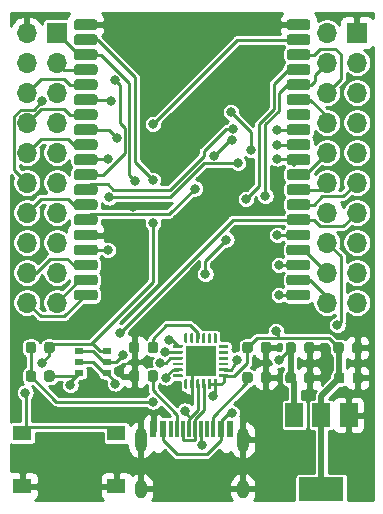
<source format=gbr>
%TF.GenerationSoftware,KiCad,Pcbnew,(5.1.6-0-10_14)*%
%TF.CreationDate,2020-08-20T11:34:32+02:00*%
%TF.ProjectId,USBCWrover,55534243-5772-46f7-9665-722e6b696361,rev?*%
%TF.SameCoordinates,Original*%
%TF.FileFunction,Copper,L1,Top*%
%TF.FilePolarity,Positive*%
%FSLAX46Y46*%
G04 Gerber Fmt 4.6, Leading zero omitted, Abs format (unit mm)*
G04 Created by KiCad (PCBNEW (5.1.6-0-10_14)) date 2020-08-20 11:34:32*
%MOMM*%
%LPD*%
G01*
G04 APERTURE LIST*
%TA.AperFunction,SMDPad,CuDef*%
%ADD10R,0.700000X0.510000*%
%TD*%
%TA.AperFunction,ComponentPad*%
%ADD11O,1.700000X1.700000*%
%TD*%
%TA.AperFunction,ComponentPad*%
%ADD12R,1.700000X1.700000*%
%TD*%
%TA.AperFunction,SMDPad,CuDef*%
%ADD13R,2.600000X2.600000*%
%TD*%
%TA.AperFunction,SMDPad,CuDef*%
%ADD14R,1.500000X2.000000*%
%TD*%
%TA.AperFunction,SMDPad,CuDef*%
%ADD15R,3.800000X2.000000*%
%TD*%
%TA.AperFunction,SMDPad,CuDef*%
%ADD16R,1.550000X1.300000*%
%TD*%
%TA.AperFunction,SMDPad,CuDef*%
%ADD17R,0.600000X1.450000*%
%TD*%
%TA.AperFunction,SMDPad,CuDef*%
%ADD18R,0.300000X1.450000*%
%TD*%
%TA.AperFunction,ComponentPad*%
%ADD19O,1.000000X2.100000*%
%TD*%
%TA.AperFunction,ComponentPad*%
%ADD20O,1.000000X1.600000*%
%TD*%
%TA.AperFunction,ViaPad*%
%ADD21C,0.800000*%
%TD*%
%TA.AperFunction,Conductor*%
%ADD22C,0.250000*%
%TD*%
%TA.AperFunction,Conductor*%
%ADD23C,0.500000*%
%TD*%
%TA.AperFunction,Conductor*%
%ADD24C,0.254000*%
%TD*%
G04 APERTURE END LIST*
%TO.P,U4,1*%
%TO.N,GND*%
%TA.AperFunction,SMDPad,CuDef*%
G36*
G01*
X130982400Y-106244600D02*
X130982400Y-105794600D01*
G75*
G02*
X131207400Y-105569600I225000J0D01*
G01*
X132757400Y-105569600D01*
G75*
G02*
X132982400Y-105794600I0J-225000D01*
G01*
X132982400Y-106244600D01*
G75*
G02*
X132757400Y-106469600I-225000J0D01*
G01*
X131207400Y-106469600D01*
G75*
G02*
X130982400Y-106244600I0J225000D01*
G01*
G37*
%TD.AperFunction*%
%TO.P,U4,2*%
%TO.N,+3V3*%
%TA.AperFunction,SMDPad,CuDef*%
G36*
G01*
X130982400Y-107514600D02*
X130982400Y-107064600D01*
G75*
G02*
X131207400Y-106839600I225000J0D01*
G01*
X132757400Y-106839600D01*
G75*
G02*
X132982400Y-107064600I0J-225000D01*
G01*
X132982400Y-107514600D01*
G75*
G02*
X132757400Y-107739600I-225000J0D01*
G01*
X131207400Y-107739600D01*
G75*
G02*
X130982400Y-107514600I0J225000D01*
G01*
G37*
%TD.AperFunction*%
%TO.P,U4,3*%
%TO.N,ESP_RST*%
%TA.AperFunction,SMDPad,CuDef*%
G36*
G01*
X130982400Y-108784600D02*
X130982400Y-108334600D01*
G75*
G02*
X131207400Y-108109600I225000J0D01*
G01*
X132757400Y-108109600D01*
G75*
G02*
X132982400Y-108334600I0J-225000D01*
G01*
X132982400Y-108784600D01*
G75*
G02*
X132757400Y-109009600I-225000J0D01*
G01*
X131207400Y-109009600D01*
G75*
G02*
X130982400Y-108784600I0J225000D01*
G01*
G37*
%TD.AperFunction*%
%TO.P,U4,4*%
%TO.N,Sensor_VP*%
%TA.AperFunction,SMDPad,CuDef*%
G36*
G01*
X130982400Y-110054600D02*
X130982400Y-109604600D01*
G75*
G02*
X131207400Y-109379600I225000J0D01*
G01*
X132757400Y-109379600D01*
G75*
G02*
X132982400Y-109604600I0J-225000D01*
G01*
X132982400Y-110054600D01*
G75*
G02*
X132757400Y-110279600I-225000J0D01*
G01*
X131207400Y-110279600D01*
G75*
G02*
X130982400Y-110054600I0J225000D01*
G01*
G37*
%TD.AperFunction*%
%TO.P,U4,5*%
%TO.N,SENSOR_VN*%
%TA.AperFunction,SMDPad,CuDef*%
G36*
G01*
X130982400Y-111324600D02*
X130982400Y-110874600D01*
G75*
G02*
X131207400Y-110649600I225000J0D01*
G01*
X132757400Y-110649600D01*
G75*
G02*
X132982400Y-110874600I0J-225000D01*
G01*
X132982400Y-111324600D01*
G75*
G02*
X132757400Y-111549600I-225000J0D01*
G01*
X131207400Y-111549600D01*
G75*
G02*
X130982400Y-111324600I0J225000D01*
G01*
G37*
%TD.AperFunction*%
%TO.P,U4,6*%
%TO.N,IO34*%
%TA.AperFunction,SMDPad,CuDef*%
G36*
G01*
X130982400Y-112594600D02*
X130982400Y-112144600D01*
G75*
G02*
X131207400Y-111919600I225000J0D01*
G01*
X132757400Y-111919600D01*
G75*
G02*
X132982400Y-112144600I0J-225000D01*
G01*
X132982400Y-112594600D01*
G75*
G02*
X132757400Y-112819600I-225000J0D01*
G01*
X131207400Y-112819600D01*
G75*
G02*
X130982400Y-112594600I0J225000D01*
G01*
G37*
%TD.AperFunction*%
%TO.P,U4,7*%
%TO.N,IO35*%
%TA.AperFunction,SMDPad,CuDef*%
G36*
G01*
X130982400Y-113864600D02*
X130982400Y-113414600D01*
G75*
G02*
X131207400Y-113189600I225000J0D01*
G01*
X132757400Y-113189600D01*
G75*
G02*
X132982400Y-113414600I0J-225000D01*
G01*
X132982400Y-113864600D01*
G75*
G02*
X132757400Y-114089600I-225000J0D01*
G01*
X131207400Y-114089600D01*
G75*
G02*
X130982400Y-113864600I0J225000D01*
G01*
G37*
%TD.AperFunction*%
%TO.P,U4,8*%
%TO.N,IO32*%
%TA.AperFunction,SMDPad,CuDef*%
G36*
G01*
X130982400Y-115134600D02*
X130982400Y-114684600D01*
G75*
G02*
X131207400Y-114459600I225000J0D01*
G01*
X132757400Y-114459600D01*
G75*
G02*
X132982400Y-114684600I0J-225000D01*
G01*
X132982400Y-115134600D01*
G75*
G02*
X132757400Y-115359600I-225000J0D01*
G01*
X131207400Y-115359600D01*
G75*
G02*
X130982400Y-115134600I0J225000D01*
G01*
G37*
%TD.AperFunction*%
%TO.P,U4,9*%
%TO.N,IO33*%
%TA.AperFunction,SMDPad,CuDef*%
G36*
G01*
X130982400Y-116404600D02*
X130982400Y-115954600D01*
G75*
G02*
X131207400Y-115729600I225000J0D01*
G01*
X132757400Y-115729600D01*
G75*
G02*
X132982400Y-115954600I0J-225000D01*
G01*
X132982400Y-116404600D01*
G75*
G02*
X132757400Y-116629600I-225000J0D01*
G01*
X131207400Y-116629600D01*
G75*
G02*
X130982400Y-116404600I0J225000D01*
G01*
G37*
%TD.AperFunction*%
%TO.P,U4,10*%
%TO.N,IO25*%
%TA.AperFunction,SMDPad,CuDef*%
G36*
G01*
X130982400Y-117674600D02*
X130982400Y-117224600D01*
G75*
G02*
X131207400Y-116999600I225000J0D01*
G01*
X132757400Y-116999600D01*
G75*
G02*
X132982400Y-117224600I0J-225000D01*
G01*
X132982400Y-117674600D01*
G75*
G02*
X132757400Y-117899600I-225000J0D01*
G01*
X131207400Y-117899600D01*
G75*
G02*
X130982400Y-117674600I0J225000D01*
G01*
G37*
%TD.AperFunction*%
%TO.P,U4,11*%
%TO.N,IO26*%
%TA.AperFunction,SMDPad,CuDef*%
G36*
G01*
X130982400Y-118944600D02*
X130982400Y-118494600D01*
G75*
G02*
X131207400Y-118269600I225000J0D01*
G01*
X132757400Y-118269600D01*
G75*
G02*
X132982400Y-118494600I0J-225000D01*
G01*
X132982400Y-118944600D01*
G75*
G02*
X132757400Y-119169600I-225000J0D01*
G01*
X131207400Y-119169600D01*
G75*
G02*
X130982400Y-118944600I0J225000D01*
G01*
G37*
%TD.AperFunction*%
%TO.P,U4,12*%
%TO.N,IO27*%
%TA.AperFunction,SMDPad,CuDef*%
G36*
G01*
X130982400Y-120214600D02*
X130982400Y-119764600D01*
G75*
G02*
X131207400Y-119539600I225000J0D01*
G01*
X132757400Y-119539600D01*
G75*
G02*
X132982400Y-119764600I0J-225000D01*
G01*
X132982400Y-120214600D01*
G75*
G02*
X132757400Y-120439600I-225000J0D01*
G01*
X131207400Y-120439600D01*
G75*
G02*
X130982400Y-120214600I0J225000D01*
G01*
G37*
%TD.AperFunction*%
%TO.P,U4,13*%
%TO.N,IO14*%
%TA.AperFunction,SMDPad,CuDef*%
G36*
G01*
X130982400Y-121484600D02*
X130982400Y-121034600D01*
G75*
G02*
X131207400Y-120809600I225000J0D01*
G01*
X132757400Y-120809600D01*
G75*
G02*
X132982400Y-121034600I0J-225000D01*
G01*
X132982400Y-121484600D01*
G75*
G02*
X132757400Y-121709600I-225000J0D01*
G01*
X131207400Y-121709600D01*
G75*
G02*
X130982400Y-121484600I0J225000D01*
G01*
G37*
%TD.AperFunction*%
%TO.P,U4,14*%
%TO.N,IO12*%
%TA.AperFunction,SMDPad,CuDef*%
G36*
G01*
X130982400Y-122754600D02*
X130982400Y-122304600D01*
G75*
G02*
X131207400Y-122079600I225000J0D01*
G01*
X132757400Y-122079600D01*
G75*
G02*
X132982400Y-122304600I0J-225000D01*
G01*
X132982400Y-122754600D01*
G75*
G02*
X132757400Y-122979600I-225000J0D01*
G01*
X131207400Y-122979600D01*
G75*
G02*
X130982400Y-122754600I0J225000D01*
G01*
G37*
%TD.AperFunction*%
%TO.P,U4,15*%
%TO.N,GND*%
%TA.AperFunction,SMDPad,CuDef*%
G36*
G01*
X130982400Y-124054600D02*
X130982400Y-123604600D01*
G75*
G02*
X131207400Y-123379600I225000J0D01*
G01*
X132757400Y-123379600D01*
G75*
G02*
X132982400Y-123604600I0J-225000D01*
G01*
X132982400Y-124054600D01*
G75*
G02*
X132757400Y-124279600I-225000J0D01*
G01*
X131207400Y-124279600D01*
G75*
G02*
X130982400Y-124054600I0J225000D01*
G01*
G37*
%TD.AperFunction*%
%TO.P,U4,16*%
%TO.N,IO13*%
%TA.AperFunction,SMDPad,CuDef*%
G36*
G01*
X130982400Y-125324600D02*
X130982400Y-124874600D01*
G75*
G02*
X131207400Y-124649600I225000J0D01*
G01*
X132757400Y-124649600D01*
G75*
G02*
X132982400Y-124874600I0J-225000D01*
G01*
X132982400Y-125324600D01*
G75*
G02*
X132757400Y-125549600I-225000J0D01*
G01*
X131207400Y-125549600D01*
G75*
G02*
X130982400Y-125324600I0J225000D01*
G01*
G37*
%TD.AperFunction*%
%TO.P,U4,17*%
%TO.N,SD2_IO9*%
%TA.AperFunction,SMDPad,CuDef*%
G36*
G01*
X130982400Y-126594600D02*
X130982400Y-126144600D01*
G75*
G02*
X131207400Y-125919600I225000J0D01*
G01*
X132757400Y-125919600D01*
G75*
G02*
X132982400Y-126144600I0J-225000D01*
G01*
X132982400Y-126594600D01*
G75*
G02*
X132757400Y-126819600I-225000J0D01*
G01*
X131207400Y-126819600D01*
G75*
G02*
X130982400Y-126594600I0J225000D01*
G01*
G37*
%TD.AperFunction*%
%TO.P,U4,18*%
%TO.N,SD3_IO10*%
%TA.AperFunction,SMDPad,CuDef*%
G36*
G01*
X130982400Y-127864600D02*
X130982400Y-127414600D01*
G75*
G02*
X131207400Y-127189600I225000J0D01*
G01*
X132757400Y-127189600D01*
G75*
G02*
X132982400Y-127414600I0J-225000D01*
G01*
X132982400Y-127864600D01*
G75*
G02*
X132757400Y-128089600I-225000J0D01*
G01*
X131207400Y-128089600D01*
G75*
G02*
X130982400Y-127864600I0J225000D01*
G01*
G37*
%TD.AperFunction*%
%TO.P,U4,19*%
%TO.N,CMD_IO11*%
%TA.AperFunction,SMDPad,CuDef*%
G36*
G01*
X130982400Y-129134600D02*
X130982400Y-128684600D01*
G75*
G02*
X131207400Y-128459600I225000J0D01*
G01*
X132757400Y-128459600D01*
G75*
G02*
X132982400Y-128684600I0J-225000D01*
G01*
X132982400Y-129134600D01*
G75*
G02*
X132757400Y-129359600I-225000J0D01*
G01*
X131207400Y-129359600D01*
G75*
G02*
X130982400Y-129134600I0J225000D01*
G01*
G37*
%TD.AperFunction*%
%TO.P,U4,20*%
%TO.N,CLK_IO6*%
%TA.AperFunction,SMDPad,CuDef*%
G36*
G01*
X148982400Y-129134600D02*
X148982400Y-128684600D01*
G75*
G02*
X149207400Y-128459600I225000J0D01*
G01*
X150757400Y-128459600D01*
G75*
G02*
X150982400Y-128684600I0J-225000D01*
G01*
X150982400Y-129134600D01*
G75*
G02*
X150757400Y-129359600I-225000J0D01*
G01*
X149207400Y-129359600D01*
G75*
G02*
X148982400Y-129134600I0J225000D01*
G01*
G37*
%TD.AperFunction*%
%TO.P,U4,21*%
%TO.N,SD0_IO7*%
%TA.AperFunction,SMDPad,CuDef*%
G36*
G01*
X148982400Y-127864600D02*
X148982400Y-127414600D01*
G75*
G02*
X149207400Y-127189600I225000J0D01*
G01*
X150757400Y-127189600D01*
G75*
G02*
X150982400Y-127414600I0J-225000D01*
G01*
X150982400Y-127864600D01*
G75*
G02*
X150757400Y-128089600I-225000J0D01*
G01*
X149207400Y-128089600D01*
G75*
G02*
X148982400Y-127864600I0J225000D01*
G01*
G37*
%TD.AperFunction*%
%TO.P,U4,22*%
%TO.N,SD1_IO8*%
%TA.AperFunction,SMDPad,CuDef*%
G36*
G01*
X148982400Y-126594600D02*
X148982400Y-126144600D01*
G75*
G02*
X149207400Y-125919600I225000J0D01*
G01*
X150757400Y-125919600D01*
G75*
G02*
X150982400Y-126144600I0J-225000D01*
G01*
X150982400Y-126594600D01*
G75*
G02*
X150757400Y-126819600I-225000J0D01*
G01*
X149207400Y-126819600D01*
G75*
G02*
X148982400Y-126594600I0J225000D01*
G01*
G37*
%TD.AperFunction*%
%TO.P,U4,23*%
%TO.N,IO15*%
%TA.AperFunction,SMDPad,CuDef*%
G36*
G01*
X148982400Y-125324600D02*
X148982400Y-124874600D01*
G75*
G02*
X149207400Y-124649600I225000J0D01*
G01*
X150757400Y-124649600D01*
G75*
G02*
X150982400Y-124874600I0J-225000D01*
G01*
X150982400Y-125324600D01*
G75*
G02*
X150757400Y-125549600I-225000J0D01*
G01*
X149207400Y-125549600D01*
G75*
G02*
X148982400Y-125324600I0J225000D01*
G01*
G37*
%TD.AperFunction*%
%TO.P,U4,24*%
%TO.N,IO2*%
%TA.AperFunction,SMDPad,CuDef*%
G36*
G01*
X148982400Y-124054600D02*
X148982400Y-123604600D01*
G75*
G02*
X149207400Y-123379600I225000J0D01*
G01*
X150757400Y-123379600D01*
G75*
G02*
X150982400Y-123604600I0J-225000D01*
G01*
X150982400Y-124054600D01*
G75*
G02*
X150757400Y-124279600I-225000J0D01*
G01*
X149207400Y-124279600D01*
G75*
G02*
X148982400Y-124054600I0J225000D01*
G01*
G37*
%TD.AperFunction*%
%TO.P,U4,25*%
%TO.N,ESP_FLS*%
%TA.AperFunction,SMDPad,CuDef*%
G36*
G01*
X149012400Y-122754600D02*
X149012400Y-122304600D01*
G75*
G02*
X149237400Y-122079600I225000J0D01*
G01*
X150787400Y-122079600D01*
G75*
G02*
X151012400Y-122304600I0J-225000D01*
G01*
X151012400Y-122754600D01*
G75*
G02*
X150787400Y-122979600I-225000J0D01*
G01*
X149237400Y-122979600D01*
G75*
G02*
X149012400Y-122754600I0J225000D01*
G01*
G37*
%TD.AperFunction*%
%TO.P,U4,26*%
%TO.N,IO4*%
%TA.AperFunction,SMDPad,CuDef*%
G36*
G01*
X149012400Y-121484600D02*
X149012400Y-121034600D01*
G75*
G02*
X149237400Y-120809600I225000J0D01*
G01*
X150787400Y-120809600D01*
G75*
G02*
X151012400Y-121034600I0J-225000D01*
G01*
X151012400Y-121484600D01*
G75*
G02*
X150787400Y-121709600I-225000J0D01*
G01*
X149237400Y-121709600D01*
G75*
G02*
X149012400Y-121484600I0J225000D01*
G01*
G37*
%TD.AperFunction*%
%TO.P,U4,27*%
%TO.N,IO16*%
%TA.AperFunction,SMDPad,CuDef*%
G36*
G01*
X149012400Y-120214600D02*
X149012400Y-119764600D01*
G75*
G02*
X149237400Y-119539600I225000J0D01*
G01*
X150787400Y-119539600D01*
G75*
G02*
X151012400Y-119764600I0J-225000D01*
G01*
X151012400Y-120214600D01*
G75*
G02*
X150787400Y-120439600I-225000J0D01*
G01*
X149237400Y-120439600D01*
G75*
G02*
X149012400Y-120214600I0J225000D01*
G01*
G37*
%TD.AperFunction*%
%TO.P,U4,28*%
%TO.N,IO17*%
%TA.AperFunction,SMDPad,CuDef*%
G36*
G01*
X149012400Y-118944600D02*
X149012400Y-118494600D01*
G75*
G02*
X149237400Y-118269600I225000J0D01*
G01*
X150787400Y-118269600D01*
G75*
G02*
X151012400Y-118494600I0J-225000D01*
G01*
X151012400Y-118944600D01*
G75*
G02*
X150787400Y-119169600I-225000J0D01*
G01*
X149237400Y-119169600D01*
G75*
G02*
X149012400Y-118944600I0J225000D01*
G01*
G37*
%TD.AperFunction*%
%TO.P,U4,29*%
%TO.N,IO5*%
%TA.AperFunction,SMDPad,CuDef*%
G36*
G01*
X149012400Y-117674600D02*
X149012400Y-117224600D01*
G75*
G02*
X149237400Y-116999600I225000J0D01*
G01*
X150787400Y-116999600D01*
G75*
G02*
X151012400Y-117224600I0J-225000D01*
G01*
X151012400Y-117674600D01*
G75*
G02*
X150787400Y-117899600I-225000J0D01*
G01*
X149237400Y-117899600D01*
G75*
G02*
X149012400Y-117674600I0J225000D01*
G01*
G37*
%TD.AperFunction*%
%TO.P,U4,30*%
%TO.N,IO18*%
%TA.AperFunction,SMDPad,CuDef*%
G36*
G01*
X149012400Y-116404600D02*
X149012400Y-115954600D01*
G75*
G02*
X149237400Y-115729600I225000J0D01*
G01*
X150787400Y-115729600D01*
G75*
G02*
X151012400Y-115954600I0J-225000D01*
G01*
X151012400Y-116404600D01*
G75*
G02*
X150787400Y-116629600I-225000J0D01*
G01*
X149237400Y-116629600D01*
G75*
G02*
X149012400Y-116404600I0J225000D01*
G01*
G37*
%TD.AperFunction*%
%TO.P,U4,31*%
%TO.N,IO19*%
%TA.AperFunction,SMDPad,CuDef*%
G36*
G01*
X149012400Y-115134600D02*
X149012400Y-114684600D01*
G75*
G02*
X149237400Y-114459600I225000J0D01*
G01*
X150787400Y-114459600D01*
G75*
G02*
X151012400Y-114684600I0J-225000D01*
G01*
X151012400Y-115134600D01*
G75*
G02*
X150787400Y-115359600I-225000J0D01*
G01*
X149237400Y-115359600D01*
G75*
G02*
X149012400Y-115134600I0J225000D01*
G01*
G37*
%TD.AperFunction*%
%TO.P,U4,32*%
%TO.N,Net-(U4-Pad32)*%
%TA.AperFunction,SMDPad,CuDef*%
G36*
G01*
X149012400Y-113864600D02*
X149012400Y-113414600D01*
G75*
G02*
X149237400Y-113189600I225000J0D01*
G01*
X150787400Y-113189600D01*
G75*
G02*
X151012400Y-113414600I0J-225000D01*
G01*
X151012400Y-113864600D01*
G75*
G02*
X150787400Y-114089600I-225000J0D01*
G01*
X149237400Y-114089600D01*
G75*
G02*
X149012400Y-113864600I0J225000D01*
G01*
G37*
%TD.AperFunction*%
%TO.P,U4,33*%
%TO.N,IO21*%
%TA.AperFunction,SMDPad,CuDef*%
G36*
G01*
X149012400Y-112594600D02*
X149012400Y-112144600D01*
G75*
G02*
X149237400Y-111919600I225000J0D01*
G01*
X150787400Y-111919600D01*
G75*
G02*
X151012400Y-112144600I0J-225000D01*
G01*
X151012400Y-112594600D01*
G75*
G02*
X150787400Y-112819600I-225000J0D01*
G01*
X149237400Y-112819600D01*
G75*
G02*
X149012400Y-112594600I0J225000D01*
G01*
G37*
%TD.AperFunction*%
%TO.P,U4,34*%
%TO.N,ESP_RXD*%
%TA.AperFunction,SMDPad,CuDef*%
G36*
G01*
X149012400Y-111324600D02*
X149012400Y-110874600D01*
G75*
G02*
X149237400Y-110649600I225000J0D01*
G01*
X150787400Y-110649600D01*
G75*
G02*
X151012400Y-110874600I0J-225000D01*
G01*
X151012400Y-111324600D01*
G75*
G02*
X150787400Y-111549600I-225000J0D01*
G01*
X149237400Y-111549600D01*
G75*
G02*
X149012400Y-111324600I0J225000D01*
G01*
G37*
%TD.AperFunction*%
%TO.P,U4,35*%
%TO.N,ESP_TXD*%
%TA.AperFunction,SMDPad,CuDef*%
G36*
G01*
X149012400Y-110054600D02*
X149012400Y-109604600D01*
G75*
G02*
X149237400Y-109379600I225000J0D01*
G01*
X150787400Y-109379600D01*
G75*
G02*
X151012400Y-109604600I0J-225000D01*
G01*
X151012400Y-110054600D01*
G75*
G02*
X150787400Y-110279600I-225000J0D01*
G01*
X149237400Y-110279600D01*
G75*
G02*
X149012400Y-110054600I0J225000D01*
G01*
G37*
%TD.AperFunction*%
%TO.P,U4,36*%
%TO.N,IO22*%
%TA.AperFunction,SMDPad,CuDef*%
G36*
G01*
X149012400Y-108784600D02*
X149012400Y-108334600D01*
G75*
G02*
X149237400Y-108109600I225000J0D01*
G01*
X150787400Y-108109600D01*
G75*
G02*
X151012400Y-108334600I0J-225000D01*
G01*
X151012400Y-108784600D01*
G75*
G02*
X150787400Y-109009600I-225000J0D01*
G01*
X149237400Y-109009600D01*
G75*
G02*
X149012400Y-108784600I0J225000D01*
G01*
G37*
%TD.AperFunction*%
%TO.P,U4,37*%
%TO.N,IO23*%
%TA.AperFunction,SMDPad,CuDef*%
G36*
G01*
X149012400Y-107514600D02*
X149012400Y-107064600D01*
G75*
G02*
X149237400Y-106839600I225000J0D01*
G01*
X150787400Y-106839600D01*
G75*
G02*
X151012400Y-107064600I0J-225000D01*
G01*
X151012400Y-107514600D01*
G75*
G02*
X150787400Y-107739600I-225000J0D01*
G01*
X149237400Y-107739600D01*
G75*
G02*
X149012400Y-107514600I0J225000D01*
G01*
G37*
%TD.AperFunction*%
%TO.P,U4,38*%
%TO.N,GND*%
%TA.AperFunction,SMDPad,CuDef*%
G36*
G01*
X149012400Y-106244600D02*
X149012400Y-105794600D01*
G75*
G02*
X149237400Y-105569600I225000J0D01*
G01*
X150787400Y-105569600D01*
G75*
G02*
X151012400Y-105794600I0J-225000D01*
G01*
X151012400Y-106244600D01*
G75*
G02*
X150787400Y-106469600I-225000J0D01*
G01*
X149237400Y-106469600D01*
G75*
G02*
X149012400Y-106244600I0J225000D01*
G01*
G37*
%TD.AperFunction*%
%TD*%
%TO.P,R2,2*%
%TO.N,Net-(J1-PadB5)*%
%TA.AperFunction,SMDPad,CuDef*%
G36*
G01*
X146106500Y-135633750D02*
X146106500Y-136146250D01*
G75*
G02*
X145887750Y-136365000I-218750J0D01*
G01*
X145450250Y-136365000D01*
G75*
G02*
X145231500Y-136146250I0J218750D01*
G01*
X145231500Y-135633750D01*
G75*
G02*
X145450250Y-135415000I218750J0D01*
G01*
X145887750Y-135415000D01*
G75*
G02*
X146106500Y-135633750I0J-218750D01*
G01*
G37*
%TD.AperFunction*%
%TO.P,R2,1*%
%TO.N,GND*%
%TA.AperFunction,SMDPad,CuDef*%
G36*
G01*
X147681500Y-135633750D02*
X147681500Y-136146250D01*
G75*
G02*
X147462750Y-136365000I-218750J0D01*
G01*
X147025250Y-136365000D01*
G75*
G02*
X146806500Y-136146250I0J218750D01*
G01*
X146806500Y-135633750D01*
G75*
G02*
X147025250Y-135415000I218750J0D01*
G01*
X147462750Y-135415000D01*
G75*
G02*
X147681500Y-135633750I0J-218750D01*
G01*
G37*
%TD.AperFunction*%
%TD*%
D10*
%TO.P,U1,6*%
%TO.N,ESP_RST*%
X133765000Y-133604000D03*
%TO.P,U1,5*%
%TO.N,SER_RTS*%
X133765000Y-134554000D03*
%TO.P,U1,4*%
%TO.N,SER_DTR*%
X133765000Y-135504000D03*
%TO.P,U1,3*%
%TO.N,ESP_FLS*%
X131445000Y-135504000D03*
%TO.P,U1,2*%
%TO.N,SER_DTR*%
X131445000Y-134554000D03*
%TO.P,U1,1*%
%TO.N,SER_RTS*%
X131445000Y-133604000D03*
%TD*%
D11*
%TO.P,J3,20*%
%TO.N,CMD_IO11*%
X127000000Y-129540000D03*
%TO.P,J3,19*%
%TO.N,SD3_IO10*%
X129540000Y-129540000D03*
%TO.P,J3,18*%
%TO.N,SD2_IO9*%
X127000000Y-127000000D03*
%TO.P,J3,17*%
%TO.N,IO13*%
X129540000Y-127000000D03*
%TO.P,J3,16*%
%TO.N,Net-(J3-Pad16)*%
X127000000Y-124460000D03*
%TO.P,J3,15*%
%TO.N,+3V3*%
X129540000Y-124460000D03*
%TO.P,J3,14*%
%TO.N,IO14*%
X127000000Y-121920000D03*
%TO.P,J3,13*%
%TO.N,IO5*%
X129540000Y-121920000D03*
%TO.P,J3,12*%
%TO.N,IO34*%
X127000000Y-119380000D03*
%TO.P,J3,11*%
%TO.N,IO23*%
X129540000Y-119380000D03*
%TO.P,J3,10*%
%TO.N,IO33*%
X127000000Y-116840000D03*
%TO.P,J3,9*%
%TO.N,IO19*%
X129540000Y-116840000D03*
%TO.P,J3,8*%
%TO.N,IO35*%
X127000000Y-114300000D03*
%TO.P,J3,7*%
%TO.N,IO18*%
X129540000Y-114300000D03*
%TO.P,J3,6*%
%TO.N,SENSOR_VN*%
X127000000Y-111760000D03*
%TO.P,J3,5*%
%TO.N,IO26*%
X129540000Y-111760000D03*
%TO.P,J3,4*%
%TO.N,Net-(J3-Pad4)*%
X127000000Y-109220000D03*
%TO.P,J3,3*%
%TO.N,Sensor_VP*%
X129540000Y-109220000D03*
%TO.P,J3,2*%
%TO.N,GND*%
X127000000Y-106680000D03*
D12*
%TO.P,J3,1*%
%TO.N,ESP_RST*%
X129540000Y-106680000D03*
%TD*%
D11*
%TO.P,J2,20*%
%TO.N,SD0_IO7*%
X152400000Y-129540000D03*
%TO.P,J2,19*%
%TO.N,CLK_IO6*%
X154940000Y-129540000D03*
%TO.P,J2,18*%
%TO.N,IO15*%
X152400000Y-127000000D03*
%TO.P,J2,17*%
%TO.N,SD1_IO8*%
X154940000Y-127000000D03*
%TO.P,J2,16*%
%TO.N,+5V*%
X152400000Y-124460000D03*
%TO.P,J2,15*%
%TO.N,IO2*%
X154940000Y-124460000D03*
%TO.P,J2,14*%
%TO.N,GND*%
X152400000Y-121920000D03*
%TO.P,J2,13*%
%TO.N,ESP_FLS*%
X154940000Y-121920000D03*
%TO.P,J2,12*%
%TO.N,IO16*%
X152400000Y-119380000D03*
%TO.P,J2,11*%
%TO.N,IO4*%
X154940000Y-119380000D03*
%TO.P,J2,10*%
%TO.N,IO17*%
X152400000Y-116840000D03*
%TO.P,J2,9*%
%TO.N,IO12*%
X154940000Y-116840000D03*
%TO.P,J2,8*%
%TO.N,IO21*%
X152400000Y-114300000D03*
%TO.P,J2,7*%
%TO.N,IO32*%
X154940000Y-114300000D03*
%TO.P,J2,6*%
%TO.N,IO22*%
X152400000Y-111760000D03*
%TO.P,J2,5*%
%TO.N,IO25*%
X154940000Y-111760000D03*
%TO.P,J2,4*%
%TO.N,ESP_RXD*%
X152400000Y-109220000D03*
%TO.P,J2,3*%
%TO.N,IO27*%
X154940000Y-109220000D03*
%TO.P,J2,2*%
%TO.N,ESP_TXD*%
X152400000Y-106680000D03*
D12*
%TO.P,J2,1*%
%TO.N,GND*%
X154940000Y-106680000D03*
%TD*%
D13*
%TO.P,U2,25*%
%TO.N,GND*%
X141717000Y-134493000D03*
%TO.P,U2,24*%
%TO.N,Net-(U2-Pad24)*%
%TA.AperFunction,SMDPad,CuDef*%
G36*
G01*
X140129500Y-135868000D02*
X139429500Y-135868000D01*
G75*
G02*
X139367000Y-135805500I0J62500D01*
G01*
X139367000Y-135680500D01*
G75*
G02*
X139429500Y-135618000I62500J0D01*
G01*
X140129500Y-135618000D01*
G75*
G02*
X140192000Y-135680500I0J-62500D01*
G01*
X140192000Y-135805500D01*
G75*
G02*
X140129500Y-135868000I-62500J0D01*
G01*
G37*
%TD.AperFunction*%
%TO.P,U2,23*%
%TO.N,SER_DTR*%
%TA.AperFunction,SMDPad,CuDef*%
G36*
G01*
X140129500Y-135368000D02*
X139429500Y-135368000D01*
G75*
G02*
X139367000Y-135305500I0J62500D01*
G01*
X139367000Y-135180500D01*
G75*
G02*
X139429500Y-135118000I62500J0D01*
G01*
X140129500Y-135118000D01*
G75*
G02*
X140192000Y-135180500I0J-62500D01*
G01*
X140192000Y-135305500D01*
G75*
G02*
X140129500Y-135368000I-62500J0D01*
G01*
G37*
%TD.AperFunction*%
%TO.P,U2,22*%
%TO.N,Net-(U2-Pad22)*%
%TA.AperFunction,SMDPad,CuDef*%
G36*
G01*
X140129500Y-134868000D02*
X139429500Y-134868000D01*
G75*
G02*
X139367000Y-134805500I0J62500D01*
G01*
X139367000Y-134680500D01*
G75*
G02*
X139429500Y-134618000I62500J0D01*
G01*
X140129500Y-134618000D01*
G75*
G02*
X140192000Y-134680500I0J-62500D01*
G01*
X140192000Y-134805500D01*
G75*
G02*
X140129500Y-134868000I-62500J0D01*
G01*
G37*
%TD.AperFunction*%
%TO.P,U2,21*%
%TO.N,ESP_RXD*%
%TA.AperFunction,SMDPad,CuDef*%
G36*
G01*
X140129500Y-134368000D02*
X139429500Y-134368000D01*
G75*
G02*
X139367000Y-134305500I0J62500D01*
G01*
X139367000Y-134180500D01*
G75*
G02*
X139429500Y-134118000I62500J0D01*
G01*
X140129500Y-134118000D01*
G75*
G02*
X140192000Y-134180500I0J-62500D01*
G01*
X140192000Y-134305500D01*
G75*
G02*
X140129500Y-134368000I-62500J0D01*
G01*
G37*
%TD.AperFunction*%
%TO.P,U2,20*%
%TO.N,ESP_TXD*%
%TA.AperFunction,SMDPad,CuDef*%
G36*
G01*
X140129500Y-133868000D02*
X139429500Y-133868000D01*
G75*
G02*
X139367000Y-133805500I0J62500D01*
G01*
X139367000Y-133680500D01*
G75*
G02*
X139429500Y-133618000I62500J0D01*
G01*
X140129500Y-133618000D01*
G75*
G02*
X140192000Y-133680500I0J-62500D01*
G01*
X140192000Y-133805500D01*
G75*
G02*
X140129500Y-133868000I-62500J0D01*
G01*
G37*
%TD.AperFunction*%
%TO.P,U2,19*%
%TO.N,SER_RTS*%
%TA.AperFunction,SMDPad,CuDef*%
G36*
G01*
X140129500Y-133368000D02*
X139429500Y-133368000D01*
G75*
G02*
X139367000Y-133305500I0J62500D01*
G01*
X139367000Y-133180500D01*
G75*
G02*
X139429500Y-133118000I62500J0D01*
G01*
X140129500Y-133118000D01*
G75*
G02*
X140192000Y-133180500I0J-62500D01*
G01*
X140192000Y-133305500D01*
G75*
G02*
X140129500Y-133368000I-62500J0D01*
G01*
G37*
%TD.AperFunction*%
%TO.P,U2,18*%
%TO.N,Net-(U2-Pad18)*%
%TA.AperFunction,SMDPad,CuDef*%
G36*
G01*
X140529500Y-132968000D02*
X140404500Y-132968000D01*
G75*
G02*
X140342000Y-132905500I0J62500D01*
G01*
X140342000Y-132205500D01*
G75*
G02*
X140404500Y-132143000I62500J0D01*
G01*
X140529500Y-132143000D01*
G75*
G02*
X140592000Y-132205500I0J-62500D01*
G01*
X140592000Y-132905500D01*
G75*
G02*
X140529500Y-132968000I-62500J0D01*
G01*
G37*
%TD.AperFunction*%
%TO.P,U2,17*%
%TO.N,Net-(U2-Pad17)*%
%TA.AperFunction,SMDPad,CuDef*%
G36*
G01*
X141029500Y-132968000D02*
X140904500Y-132968000D01*
G75*
G02*
X140842000Y-132905500I0J62500D01*
G01*
X140842000Y-132205500D01*
G75*
G02*
X140904500Y-132143000I62500J0D01*
G01*
X141029500Y-132143000D01*
G75*
G02*
X141092000Y-132205500I0J-62500D01*
G01*
X141092000Y-132905500D01*
G75*
G02*
X141029500Y-132968000I-62500J0D01*
G01*
G37*
%TD.AperFunction*%
%TO.P,U2,16*%
%TO.N,Net-(C2-Pad1)*%
%TA.AperFunction,SMDPad,CuDef*%
G36*
G01*
X141529500Y-132968000D02*
X141404500Y-132968000D01*
G75*
G02*
X141342000Y-132905500I0J62500D01*
G01*
X141342000Y-132205500D01*
G75*
G02*
X141404500Y-132143000I62500J0D01*
G01*
X141529500Y-132143000D01*
G75*
G02*
X141592000Y-132205500I0J-62500D01*
G01*
X141592000Y-132905500D01*
G75*
G02*
X141529500Y-132968000I-62500J0D01*
G01*
G37*
%TD.AperFunction*%
%TO.P,U2,15*%
%TO.N,Net-(U2-Pad15)*%
%TA.AperFunction,SMDPad,CuDef*%
G36*
G01*
X142029500Y-132968000D02*
X141904500Y-132968000D01*
G75*
G02*
X141842000Y-132905500I0J62500D01*
G01*
X141842000Y-132205500D01*
G75*
G02*
X141904500Y-132143000I62500J0D01*
G01*
X142029500Y-132143000D01*
G75*
G02*
X142092000Y-132205500I0J-62500D01*
G01*
X142092000Y-132905500D01*
G75*
G02*
X142029500Y-132968000I-62500J0D01*
G01*
G37*
%TD.AperFunction*%
%TO.P,U2,14*%
%TO.N,Net-(U2-Pad14)*%
%TA.AperFunction,SMDPad,CuDef*%
G36*
G01*
X142529500Y-132968000D02*
X142404500Y-132968000D01*
G75*
G02*
X142342000Y-132905500I0J62500D01*
G01*
X142342000Y-132205500D01*
G75*
G02*
X142404500Y-132143000I62500J0D01*
G01*
X142529500Y-132143000D01*
G75*
G02*
X142592000Y-132205500I0J-62500D01*
G01*
X142592000Y-132905500D01*
G75*
G02*
X142529500Y-132968000I-62500J0D01*
G01*
G37*
%TD.AperFunction*%
%TO.P,U2,13*%
%TO.N,Net-(U2-Pad13)*%
%TA.AperFunction,SMDPad,CuDef*%
G36*
G01*
X143029500Y-132968000D02*
X142904500Y-132968000D01*
G75*
G02*
X142842000Y-132905500I0J62500D01*
G01*
X142842000Y-132205500D01*
G75*
G02*
X142904500Y-132143000I62500J0D01*
G01*
X143029500Y-132143000D01*
G75*
G02*
X143092000Y-132205500I0J-62500D01*
G01*
X143092000Y-132905500D01*
G75*
G02*
X143029500Y-132968000I-62500J0D01*
G01*
G37*
%TD.AperFunction*%
%TO.P,U2,12*%
%TO.N,Net-(U2-Pad12)*%
%TA.AperFunction,SMDPad,CuDef*%
G36*
G01*
X144004500Y-133368000D02*
X143304500Y-133368000D01*
G75*
G02*
X143242000Y-133305500I0J62500D01*
G01*
X143242000Y-133180500D01*
G75*
G02*
X143304500Y-133118000I62500J0D01*
G01*
X144004500Y-133118000D01*
G75*
G02*
X144067000Y-133180500I0J-62500D01*
G01*
X144067000Y-133305500D01*
G75*
G02*
X144004500Y-133368000I-62500J0D01*
G01*
G37*
%TD.AperFunction*%
%TO.P,U2,11*%
%TO.N,Net-(U2-Pad11)*%
%TA.AperFunction,SMDPad,CuDef*%
G36*
G01*
X144004500Y-133868000D02*
X143304500Y-133868000D01*
G75*
G02*
X143242000Y-133805500I0J62500D01*
G01*
X143242000Y-133680500D01*
G75*
G02*
X143304500Y-133618000I62500J0D01*
G01*
X144004500Y-133618000D01*
G75*
G02*
X144067000Y-133680500I0J-62500D01*
G01*
X144067000Y-133805500D01*
G75*
G02*
X144004500Y-133868000I-62500J0D01*
G01*
G37*
%TD.AperFunction*%
%TO.P,U2,10*%
%TO.N,Net-(U2-Pad10)*%
%TA.AperFunction,SMDPad,CuDef*%
G36*
G01*
X144004500Y-134368000D02*
X143304500Y-134368000D01*
G75*
G02*
X143242000Y-134305500I0J62500D01*
G01*
X143242000Y-134180500D01*
G75*
G02*
X143304500Y-134118000I62500J0D01*
G01*
X144004500Y-134118000D01*
G75*
G02*
X144067000Y-134180500I0J-62500D01*
G01*
X144067000Y-134305500D01*
G75*
G02*
X144004500Y-134368000I-62500J0D01*
G01*
G37*
%TD.AperFunction*%
%TO.P,U2,9*%
%TO.N,Net-(U2-Pad9)*%
%TA.AperFunction,SMDPad,CuDef*%
G36*
G01*
X144004500Y-134868000D02*
X143304500Y-134868000D01*
G75*
G02*
X143242000Y-134805500I0J62500D01*
G01*
X143242000Y-134680500D01*
G75*
G02*
X143304500Y-134618000I62500J0D01*
G01*
X144004500Y-134618000D01*
G75*
G02*
X144067000Y-134680500I0J-62500D01*
G01*
X144067000Y-134805500D01*
G75*
G02*
X144004500Y-134868000I-62500J0D01*
G01*
G37*
%TD.AperFunction*%
%TO.P,U2,8*%
%TO.N,+5V*%
%TA.AperFunction,SMDPad,CuDef*%
G36*
G01*
X144004500Y-135368000D02*
X143304500Y-135368000D01*
G75*
G02*
X143242000Y-135305500I0J62500D01*
G01*
X143242000Y-135180500D01*
G75*
G02*
X143304500Y-135118000I62500J0D01*
G01*
X144004500Y-135118000D01*
G75*
G02*
X144067000Y-135180500I0J-62500D01*
G01*
X144067000Y-135305500D01*
G75*
G02*
X144004500Y-135368000I-62500J0D01*
G01*
G37*
%TD.AperFunction*%
%TO.P,U2,7*%
%TO.N,+3V3*%
%TA.AperFunction,SMDPad,CuDef*%
G36*
G01*
X144004500Y-135868000D02*
X143304500Y-135868000D01*
G75*
G02*
X143242000Y-135805500I0J62500D01*
G01*
X143242000Y-135680500D01*
G75*
G02*
X143304500Y-135618000I62500J0D01*
G01*
X144004500Y-135618000D01*
G75*
G02*
X144067000Y-135680500I0J-62500D01*
G01*
X144067000Y-135805500D01*
G75*
G02*
X144004500Y-135868000I-62500J0D01*
G01*
G37*
%TD.AperFunction*%
%TO.P,U2,6*%
%TA.AperFunction,SMDPad,CuDef*%
G36*
G01*
X143029500Y-136843000D02*
X142904500Y-136843000D01*
G75*
G02*
X142842000Y-136780500I0J62500D01*
G01*
X142842000Y-136080500D01*
G75*
G02*
X142904500Y-136018000I62500J0D01*
G01*
X143029500Y-136018000D01*
G75*
G02*
X143092000Y-136080500I0J-62500D01*
G01*
X143092000Y-136780500D01*
G75*
G02*
X143029500Y-136843000I-62500J0D01*
G01*
G37*
%TD.AperFunction*%
%TO.P,U2,5*%
%TA.AperFunction,SMDPad,CuDef*%
G36*
G01*
X142529500Y-136843000D02*
X142404500Y-136843000D01*
G75*
G02*
X142342000Y-136780500I0J62500D01*
G01*
X142342000Y-136080500D01*
G75*
G02*
X142404500Y-136018000I62500J0D01*
G01*
X142529500Y-136018000D01*
G75*
G02*
X142592000Y-136080500I0J-62500D01*
G01*
X142592000Y-136780500D01*
G75*
G02*
X142529500Y-136843000I-62500J0D01*
G01*
G37*
%TD.AperFunction*%
%TO.P,U2,4*%
%TO.N,USB_D-*%
%TA.AperFunction,SMDPad,CuDef*%
G36*
G01*
X142029500Y-136843000D02*
X141904500Y-136843000D01*
G75*
G02*
X141842000Y-136780500I0J62500D01*
G01*
X141842000Y-136080500D01*
G75*
G02*
X141904500Y-136018000I62500J0D01*
G01*
X142029500Y-136018000D01*
G75*
G02*
X142092000Y-136080500I0J-62500D01*
G01*
X142092000Y-136780500D01*
G75*
G02*
X142029500Y-136843000I-62500J0D01*
G01*
G37*
%TD.AperFunction*%
%TO.P,U2,3*%
%TO.N,USB_D+*%
%TA.AperFunction,SMDPad,CuDef*%
G36*
G01*
X141529500Y-136843000D02*
X141404500Y-136843000D01*
G75*
G02*
X141342000Y-136780500I0J62500D01*
G01*
X141342000Y-136080500D01*
G75*
G02*
X141404500Y-136018000I62500J0D01*
G01*
X141529500Y-136018000D01*
G75*
G02*
X141592000Y-136080500I0J-62500D01*
G01*
X141592000Y-136780500D01*
G75*
G02*
X141529500Y-136843000I-62500J0D01*
G01*
G37*
%TD.AperFunction*%
%TO.P,U2,2*%
%TO.N,GND*%
%TA.AperFunction,SMDPad,CuDef*%
G36*
G01*
X141029500Y-136843000D02*
X140904500Y-136843000D01*
G75*
G02*
X140842000Y-136780500I0J62500D01*
G01*
X140842000Y-136080500D01*
G75*
G02*
X140904500Y-136018000I62500J0D01*
G01*
X141029500Y-136018000D01*
G75*
G02*
X141092000Y-136080500I0J-62500D01*
G01*
X141092000Y-136780500D01*
G75*
G02*
X141029500Y-136843000I-62500J0D01*
G01*
G37*
%TD.AperFunction*%
%TO.P,U2,1*%
%TO.N,Net-(U2-Pad1)*%
%TA.AperFunction,SMDPad,CuDef*%
G36*
G01*
X140529500Y-136843000D02*
X140404500Y-136843000D01*
G75*
G02*
X140342000Y-136780500I0J62500D01*
G01*
X140342000Y-136080500D01*
G75*
G02*
X140404500Y-136018000I62500J0D01*
G01*
X140529500Y-136018000D01*
G75*
G02*
X140592000Y-136080500I0J-62500D01*
G01*
X140592000Y-136780500D01*
G75*
G02*
X140529500Y-136843000I-62500J0D01*
G01*
G37*
%TD.AperFunction*%
%TD*%
%TO.P,R6,2*%
%TO.N,ESP_FLS*%
%TA.AperFunction,SMDPad,CuDef*%
G36*
G01*
X128467500Y-136019250D02*
X128467500Y-135506750D01*
G75*
G02*
X128686250Y-135288000I218750J0D01*
G01*
X129123750Y-135288000D01*
G75*
G02*
X129342500Y-135506750I0J-218750D01*
G01*
X129342500Y-136019250D01*
G75*
G02*
X129123750Y-136238000I-218750J0D01*
G01*
X128686250Y-136238000D01*
G75*
G02*
X128467500Y-136019250I0J218750D01*
G01*
G37*
%TD.AperFunction*%
%TO.P,R6,1*%
%TO.N,+3V3*%
%TA.AperFunction,SMDPad,CuDef*%
G36*
G01*
X126892500Y-136019250D02*
X126892500Y-135506750D01*
G75*
G02*
X127111250Y-135288000I218750J0D01*
G01*
X127548750Y-135288000D01*
G75*
G02*
X127767500Y-135506750I0J-218750D01*
G01*
X127767500Y-136019250D01*
G75*
G02*
X127548750Y-136238000I-218750J0D01*
G01*
X127111250Y-136238000D01*
G75*
G02*
X126892500Y-136019250I0J218750D01*
G01*
G37*
%TD.AperFunction*%
%TD*%
%TO.P,R5,2*%
%TO.N,ESP_RST*%
%TA.AperFunction,SMDPad,CuDef*%
G36*
G01*
X128467500Y-133606250D02*
X128467500Y-133093750D01*
G75*
G02*
X128686250Y-132875000I218750J0D01*
G01*
X129123750Y-132875000D01*
G75*
G02*
X129342500Y-133093750I0J-218750D01*
G01*
X129342500Y-133606250D01*
G75*
G02*
X129123750Y-133825000I-218750J0D01*
G01*
X128686250Y-133825000D01*
G75*
G02*
X128467500Y-133606250I0J218750D01*
G01*
G37*
%TD.AperFunction*%
%TO.P,R5,1*%
%TO.N,+3V3*%
%TA.AperFunction,SMDPad,CuDef*%
G36*
G01*
X126892500Y-133606250D02*
X126892500Y-133093750D01*
G75*
G02*
X127111250Y-132875000I218750J0D01*
G01*
X127548750Y-132875000D01*
G75*
G02*
X127767500Y-133093750I0J-218750D01*
G01*
X127767500Y-133606250D01*
G75*
G02*
X127548750Y-133825000I-218750J0D01*
G01*
X127111250Y-133825000D01*
G75*
G02*
X126892500Y-133606250I0J218750D01*
G01*
G37*
%TD.AperFunction*%
%TD*%
%TO.P,R1,2*%
%TO.N,Net-(J1-PadA5)*%
%TA.AperFunction,SMDPad,CuDef*%
G36*
G01*
X137230500Y-136019250D02*
X137230500Y-135506750D01*
G75*
G02*
X137449250Y-135288000I218750J0D01*
G01*
X137886750Y-135288000D01*
G75*
G02*
X138105500Y-135506750I0J-218750D01*
G01*
X138105500Y-136019250D01*
G75*
G02*
X137886750Y-136238000I-218750J0D01*
G01*
X137449250Y-136238000D01*
G75*
G02*
X137230500Y-136019250I0J218750D01*
G01*
G37*
%TD.AperFunction*%
%TO.P,R1,1*%
%TO.N,GND*%
%TA.AperFunction,SMDPad,CuDef*%
G36*
G01*
X135655500Y-136019250D02*
X135655500Y-135506750D01*
G75*
G02*
X135874250Y-135288000I218750J0D01*
G01*
X136311750Y-135288000D01*
G75*
G02*
X136530500Y-135506750I0J-218750D01*
G01*
X136530500Y-136019250D01*
G75*
G02*
X136311750Y-136238000I-218750J0D01*
G01*
X135874250Y-136238000D01*
G75*
G02*
X135655500Y-136019250I0J218750D01*
G01*
G37*
%TD.AperFunction*%
%TD*%
%TO.P,C2,2*%
%TO.N,GND*%
%TA.AperFunction,SMDPad,CuDef*%
G36*
G01*
X136530500Y-133093750D02*
X136530500Y-133606250D01*
G75*
G02*
X136311750Y-133825000I-218750J0D01*
G01*
X135874250Y-133825000D01*
G75*
G02*
X135655500Y-133606250I0J218750D01*
G01*
X135655500Y-133093750D01*
G75*
G02*
X135874250Y-132875000I218750J0D01*
G01*
X136311750Y-132875000D01*
G75*
G02*
X136530500Y-133093750I0J-218750D01*
G01*
G37*
%TD.AperFunction*%
%TO.P,C2,1*%
%TO.N,Net-(C2-Pad1)*%
%TA.AperFunction,SMDPad,CuDef*%
G36*
G01*
X138105500Y-133093750D02*
X138105500Y-133606250D01*
G75*
G02*
X137886750Y-133825000I-218750J0D01*
G01*
X137449250Y-133825000D01*
G75*
G02*
X137230500Y-133606250I0J218750D01*
G01*
X137230500Y-133093750D01*
G75*
G02*
X137449250Y-132875000I218750J0D01*
G01*
X137886750Y-132875000D01*
G75*
G02*
X138105500Y-133093750I0J-218750D01*
G01*
G37*
%TD.AperFunction*%
%TD*%
%TO.P,C1,2*%
%TO.N,GND*%
%TA.AperFunction,SMDPad,CuDef*%
G36*
G01*
X146806500Y-133606250D02*
X146806500Y-133093750D01*
G75*
G02*
X147025250Y-132875000I218750J0D01*
G01*
X147462750Y-132875000D01*
G75*
G02*
X147681500Y-133093750I0J-218750D01*
G01*
X147681500Y-133606250D01*
G75*
G02*
X147462750Y-133825000I-218750J0D01*
G01*
X147025250Y-133825000D01*
G75*
G02*
X146806500Y-133606250I0J218750D01*
G01*
G37*
%TD.AperFunction*%
%TO.P,C1,1*%
%TO.N,+3V3*%
%TA.AperFunction,SMDPad,CuDef*%
G36*
G01*
X145231500Y-133606250D02*
X145231500Y-133093750D01*
G75*
G02*
X145450250Y-132875000I218750J0D01*
G01*
X145887750Y-132875000D01*
G75*
G02*
X146106500Y-133093750I0J-218750D01*
G01*
X146106500Y-133606250D01*
G75*
G02*
X145887750Y-133825000I-218750J0D01*
G01*
X145450250Y-133825000D01*
G75*
G02*
X145231500Y-133606250I0J218750D01*
G01*
G37*
%TD.AperFunction*%
%TD*%
D14*
%TO.P,U3,1*%
%TO.N,GND*%
X154242800Y-139064600D03*
%TO.P,U3,3*%
%TO.N,+5V*%
X149642800Y-139064600D03*
%TO.P,U3,2*%
%TO.N,+3V3*%
X151942800Y-139064600D03*
D15*
X151942800Y-145364600D03*
%TD*%
D16*
%TO.P,SW1,2*%
%TO.N,GND*%
X134569000Y-145089000D03*
%TO.P,SW1,1*%
%TO.N,ESP_RST*%
X134569000Y-140589000D03*
X126619000Y-140589000D03*
%TO.P,SW1,2*%
%TO.N,GND*%
X126619000Y-145089000D03*
%TD*%
D17*
%TO.P,J1,B1*%
%TO.N,GND*%
X144220000Y-140227000D03*
%TO.P,J1,A9*%
%TO.N,+5V*%
X143420000Y-140227000D03*
%TO.P,J1,B9*%
X138520000Y-140227000D03*
%TO.P,J1,B12*%
%TO.N,GND*%
X137720000Y-140227000D03*
%TO.P,J1,A1*%
X137720000Y-140227000D03*
%TO.P,J1,A4*%
%TO.N,+5V*%
X138520000Y-140227000D03*
%TO.P,J1,B4*%
X143420000Y-140227000D03*
%TO.P,J1,A12*%
%TO.N,GND*%
X144220000Y-140227000D03*
D18*
%TO.P,J1,B8*%
%TO.N,Net-(J1-PadB8)*%
X139220000Y-140227000D03*
%TO.P,J1,A5*%
%TO.N,Net-(J1-PadA5)*%
X139720000Y-140227000D03*
%TO.P,J1,B7*%
%TO.N,USB_D-*%
X140220000Y-140227000D03*
%TO.P,J1,A7*%
X141220000Y-140227000D03*
%TO.P,J1,B6*%
%TO.N,USB_D+*%
X141720000Y-140227000D03*
%TO.P,J1,A8*%
%TO.N,Net-(J1-PadA8)*%
X142220000Y-140227000D03*
%TO.P,J1,B5*%
%TO.N,Net-(J1-PadB5)*%
X142720000Y-140227000D03*
%TO.P,J1,A6*%
%TO.N,USB_D+*%
X140720000Y-140227000D03*
D19*
%TO.P,J1,S1*%
%TO.N,GND*%
X145290000Y-141142000D03*
X136650000Y-141142000D03*
D20*
X136650000Y-145322000D03*
X145290000Y-145322000D03*
%TD*%
%TO.P,C7,2*%
%TO.N,GND*%
%TA.AperFunction,SMDPad,CuDef*%
G36*
G01*
X154578900Y-136171650D02*
X154578900Y-135659150D01*
G75*
G02*
X154797650Y-135440400I218750J0D01*
G01*
X155235150Y-135440400D01*
G75*
G02*
X155453900Y-135659150I0J-218750D01*
G01*
X155453900Y-136171650D01*
G75*
G02*
X155235150Y-136390400I-218750J0D01*
G01*
X154797650Y-136390400D01*
G75*
G02*
X154578900Y-136171650I0J218750D01*
G01*
G37*
%TD.AperFunction*%
%TO.P,C7,1*%
%TO.N,+3V3*%
%TA.AperFunction,SMDPad,CuDef*%
G36*
G01*
X153003900Y-136171650D02*
X153003900Y-135659150D01*
G75*
G02*
X153222650Y-135440400I218750J0D01*
G01*
X153660150Y-135440400D01*
G75*
G02*
X153878900Y-135659150I0J-218750D01*
G01*
X153878900Y-136171650D01*
G75*
G02*
X153660150Y-136390400I-218750J0D01*
G01*
X153222650Y-136390400D01*
G75*
G02*
X153003900Y-136171650I0J218750D01*
G01*
G37*
%TD.AperFunction*%
%TD*%
%TO.P,C6,2*%
%TO.N,GND*%
%TA.AperFunction,SMDPad,CuDef*%
G36*
G01*
X154527900Y-133631650D02*
X154527900Y-133119150D01*
G75*
G02*
X154746650Y-132900400I218750J0D01*
G01*
X155184150Y-132900400D01*
G75*
G02*
X155402900Y-133119150I0J-218750D01*
G01*
X155402900Y-133631650D01*
G75*
G02*
X155184150Y-133850400I-218750J0D01*
G01*
X154746650Y-133850400D01*
G75*
G02*
X154527900Y-133631650I0J218750D01*
G01*
G37*
%TD.AperFunction*%
%TO.P,C6,1*%
%TO.N,+3V3*%
%TA.AperFunction,SMDPad,CuDef*%
G36*
G01*
X152952900Y-133631650D02*
X152952900Y-133119150D01*
G75*
G02*
X153171650Y-132900400I218750J0D01*
G01*
X153609150Y-132900400D01*
G75*
G02*
X153827900Y-133119150I0J-218750D01*
G01*
X153827900Y-133631650D01*
G75*
G02*
X153609150Y-133850400I-218750J0D01*
G01*
X153171650Y-133850400D01*
G75*
G02*
X152952900Y-133631650I0J218750D01*
G01*
G37*
%TD.AperFunction*%
%TD*%
%TO.P,C5,2*%
%TO.N,GND*%
%TA.AperFunction,SMDPad,CuDef*%
G36*
G01*
X150489400Y-133631650D02*
X150489400Y-133119150D01*
G75*
G02*
X150708150Y-132900400I218750J0D01*
G01*
X151145650Y-132900400D01*
G75*
G02*
X151364400Y-133119150I0J-218750D01*
G01*
X151364400Y-133631650D01*
G75*
G02*
X151145650Y-133850400I-218750J0D01*
G01*
X150708150Y-133850400D01*
G75*
G02*
X150489400Y-133631650I0J218750D01*
G01*
G37*
%TD.AperFunction*%
%TO.P,C5,1*%
%TO.N,+5V*%
%TA.AperFunction,SMDPad,CuDef*%
G36*
G01*
X148914400Y-133631650D02*
X148914400Y-133119150D01*
G75*
G02*
X149133150Y-132900400I218750J0D01*
G01*
X149570650Y-132900400D01*
G75*
G02*
X149789400Y-133119150I0J-218750D01*
G01*
X149789400Y-133631650D01*
G75*
G02*
X149570650Y-133850400I-218750J0D01*
G01*
X149133150Y-133850400D01*
G75*
G02*
X148914400Y-133631650I0J218750D01*
G01*
G37*
%TD.AperFunction*%
%TD*%
%TO.P,C4,2*%
%TO.N,GND*%
%TA.AperFunction,SMDPad,CuDef*%
G36*
G01*
X150463900Y-136171650D02*
X150463900Y-135659150D01*
G75*
G02*
X150682650Y-135440400I218750J0D01*
G01*
X151120150Y-135440400D01*
G75*
G02*
X151338900Y-135659150I0J-218750D01*
G01*
X151338900Y-136171650D01*
G75*
G02*
X151120150Y-136390400I-218750J0D01*
G01*
X150682650Y-136390400D01*
G75*
G02*
X150463900Y-136171650I0J218750D01*
G01*
G37*
%TD.AperFunction*%
%TO.P,C4,1*%
%TO.N,+5V*%
%TA.AperFunction,SMDPad,CuDef*%
G36*
G01*
X148888900Y-136171650D02*
X148888900Y-135659150D01*
G75*
G02*
X149107650Y-135440400I218750J0D01*
G01*
X149545150Y-135440400D01*
G75*
G02*
X149763900Y-135659150I0J-218750D01*
G01*
X149763900Y-136171650D01*
G75*
G02*
X149545150Y-136390400I-218750J0D01*
G01*
X149107650Y-136390400D01*
G75*
G02*
X148888900Y-136171650I0J218750D01*
G01*
G37*
%TD.AperFunction*%
%TD*%
D21*
%TO.N,GND*%
X152146000Y-134620000D03*
X132461000Y-136652000D03*
X126746000Y-131699000D03*
X135636000Y-107061000D03*
X145796000Y-108712000D03*
X143891000Y-118872000D03*
X142621000Y-114935000D03*
X143891000Y-121285000D03*
X145542000Y-130810000D03*
X149860000Y-130683000D03*
X138684000Y-126873000D03*
X139319000Y-124841000D03*
X140081000Y-125603000D03*
X136271000Y-125222000D03*
X136398000Y-127127000D03*
X136017000Y-121412000D03*
X137026787Y-115325320D03*
X140764272Y-137680653D03*
%TO.N,+3V3*%
X142748000Y-137414000D03*
X137668000Y-137922000D03*
X148082000Y-131953000D03*
X137668000Y-119143000D03*
%TO.N,+5V*%
X144340153Y-138879153D03*
X144780000Y-134366000D03*
X148336000Y-134366000D03*
X153289000Y-131445000D03*
%TO.N,USB_D+*%
X141859000Y-141605000D03*
X140372028Y-138684000D03*
%TO.N,ESP_RST*%
X128270000Y-134620000D03*
X136144000Y-119253000D03*
X137668000Y-122809000D03*
X126873000Y-137160000D03*
%TO.N,SER_RTS*%
X135128000Y-133985000D03*
X139065000Y-132715000D03*
%TO.N,ESP_FLS*%
X134874000Y-132080000D03*
X130683000Y-136525000D03*
%TO.N,SER_DTR*%
X138811000Y-135890000D03*
X134493010Y-136398000D03*
%TO.N,ESP_TXD*%
X138684000Y-133731000D03*
X142113000Y-127127000D03*
X143891000Y-124206000D03*
X145542000Y-120777000D03*
%TO.N,ESP_RXD*%
X138303000Y-134620000D03*
X147193000Y-120523000D03*
%TO.N,CLK_IO6*%
X148336000Y-128905000D03*
%TO.N,IO5*%
X133985000Y-120632990D03*
X144888003Y-117747999D03*
X148209000Y-117348000D03*
%TO.N,IO34*%
X128302609Y-112472999D03*
X134164948Y-112440227D03*
%TO.N,IO23*%
X137668000Y-114427002D03*
%TO.N,IO19*%
X148183600Y-114909600D03*
%TO.N,IO18*%
X148209000Y-116205000D03*
X144272000Y-113411002D03*
X145952261Y-116612899D03*
%TO.N,IO26*%
X134454313Y-110728275D03*
%TO.N,IO32*%
X134620000Y-115570000D03*
%TO.N,IO25*%
X133857992Y-117348000D03*
X142875008Y-117094000D03*
X144391230Y-115766849D03*
%TO.N,IO27*%
X144424437Y-114840432D03*
%TO.N,IO12*%
X141223994Y-119888000D03*
%TO.N,IO13*%
X133858000Y-125094998D03*
%TO.N,SD1_IO8*%
X148336000Y-126365000D03*
%TO.N,IO2*%
X148209000Y-123825000D03*
%TD*%
D22*
%TO.N,GND*%
X140967000Y-135243000D02*
X141717000Y-134493000D01*
X140967000Y-136430500D02*
X140967000Y-135243000D01*
X146024000Y-141142000D02*
X145109000Y-140227000D01*
X146179000Y-141142000D02*
X146024000Y-141142000D01*
X140572400Y-112939600D02*
X140582400Y-112939600D01*
X138582400Y-114929600D02*
X140572400Y-112939600D01*
X140592400Y-112939600D02*
X142582400Y-114929600D01*
X140582400Y-112939600D02*
X140592400Y-112939600D01*
X138196680Y-115325320D02*
X137026787Y-115325320D01*
X140582400Y-112939600D02*
X138196680Y-115325320D01*
X140967000Y-136430500D02*
X140967000Y-137477925D01*
X140967000Y-137477925D02*
X140764272Y-137680653D01*
%TO.N,+3V3*%
X127330000Y-135763000D02*
X127330000Y-133350000D01*
X142467000Y-136430500D02*
X142967000Y-136430500D01*
X142967000Y-136430500D02*
X143477500Y-136430500D01*
X143654500Y-136253500D02*
X143654500Y-135743000D01*
X143477500Y-136430500D02*
X143654500Y-136253500D01*
X145669000Y-134646006D02*
X145669000Y-133350000D01*
X144572006Y-135743000D02*
X145669000Y-134646006D01*
X143654500Y-135743000D02*
X144572006Y-135743000D01*
D23*
X151942800Y-145364600D02*
X151942800Y-139064600D01*
X151942800Y-137414000D02*
X153441400Y-135915400D01*
X151942800Y-139064600D02*
X151942800Y-137414000D01*
X153441400Y-133426400D02*
X153390400Y-133375400D01*
X153441400Y-135915400D02*
X153441400Y-133426400D01*
D22*
X146469010Y-132549990D02*
X145669000Y-133350000D01*
X153390400Y-133375400D02*
X152564990Y-132549990D01*
X127330000Y-135763000D02*
X129489000Y-137922000D01*
X129489000Y-137922000D02*
X137541000Y-137922000D01*
X142967000Y-136430500D02*
X142967000Y-137195000D01*
X142967000Y-137195000D02*
X142748000Y-137414000D01*
X148082000Y-131953000D02*
X148247010Y-132118010D01*
X148247010Y-132549990D02*
X146469010Y-132549990D01*
X148247010Y-132118010D02*
X148247010Y-132549990D01*
X152564990Y-132549990D02*
X148247010Y-132549990D01*
X137668000Y-119143000D02*
X136144000Y-117619000D01*
X132982400Y-107289600D02*
X131982400Y-107289600D01*
X136144000Y-117619000D02*
X136144000Y-114681000D01*
X136144000Y-110451200D02*
X132982400Y-107289600D01*
X136144000Y-114681000D02*
X136144000Y-110451200D01*
X136144000Y-114681000D02*
X136144000Y-114554000D01*
%TO.N,Net-(C2-Pad1)*%
X141467000Y-132094978D02*
X140817022Y-131445000D01*
X141467000Y-132555500D02*
X141467000Y-132094978D01*
X140817022Y-131445000D02*
X138811000Y-131445000D01*
X137668000Y-132588000D02*
X137668000Y-133350000D01*
X138811000Y-131445000D02*
X137668000Y-132588000D01*
%TO.N,+5V*%
X144309000Y-138910306D02*
X144340153Y-138879153D01*
X144284000Y-135243000D02*
X143654500Y-135243000D01*
X144780000Y-134366000D02*
X144284000Y-135243000D01*
D23*
X149642800Y-136231800D02*
X149326400Y-135915400D01*
X149642800Y-139064600D02*
X149642800Y-136231800D01*
X149326400Y-133400900D02*
X149351900Y-133375400D01*
X149326400Y-135915400D02*
X149326400Y-133400900D01*
D22*
X149326600Y-133375400D02*
X148336000Y-134366000D01*
X149351900Y-133375400D02*
X149326600Y-133375400D01*
X153575001Y-131158999D02*
X153289000Y-131445000D01*
X153575001Y-125635001D02*
X153575001Y-131158999D01*
X152400000Y-124460000D02*
X153575001Y-125635001D01*
X144089245Y-138879153D02*
X144340153Y-138879153D01*
X143420000Y-139548398D02*
X144089245Y-138879153D01*
X143420000Y-140227000D02*
X143420000Y-139548398D01*
X138520000Y-141202000D02*
X139685000Y-142367000D01*
X138520000Y-140227000D02*
X138520000Y-141202000D01*
X143420000Y-141202000D02*
X143420000Y-140227000D01*
X142255000Y-142367000D02*
X143420000Y-141202000D01*
X139685000Y-142367000D02*
X142255000Y-142367000D01*
%TO.N,Net-(J1-PadA5)*%
X137668000Y-136981962D02*
X139720000Y-139033962D01*
X139720000Y-139033962D02*
X139720000Y-140227000D01*
X137668000Y-135763000D02*
X137668000Y-136981962D01*
%TO.N,USB_D-*%
X141967000Y-138651398D02*
X141220000Y-139398398D01*
X141220000Y-139398398D02*
X141220000Y-140227000D01*
X141967000Y-136430500D02*
X141967000Y-138651398D01*
X141217999Y-141204001D02*
X141220000Y-141202000D01*
X140222001Y-141204001D02*
X141217999Y-141204001D01*
X140220000Y-141202000D02*
X140222001Y-141204001D01*
X141220000Y-141202000D02*
X141220000Y-140227000D01*
X140220000Y-140227000D02*
X140220000Y-141202000D01*
%TO.N,USB_D+*%
X140720000Y-139365226D02*
X140720000Y-140227000D01*
X141467000Y-136430500D02*
X141467000Y-138618226D01*
X141720000Y-141466000D02*
X141859000Y-141605000D01*
X141720000Y-140227000D02*
X141720000Y-141466000D01*
X140804613Y-139280613D02*
X140720000Y-139365226D01*
X141467000Y-138618226D02*
X140804613Y-139280613D01*
X140372028Y-138848028D02*
X140372028Y-138684000D01*
X140804613Y-139280613D02*
X140372028Y-138848028D01*
%TO.N,Net-(J1-PadB5)*%
X145669000Y-136303000D02*
X145669000Y-135890000D01*
X142720000Y-139252000D02*
X145669000Y-136303000D01*
X142720000Y-140227000D02*
X142720000Y-139252000D01*
%TO.N,ESP_RST*%
X129231001Y-133023999D02*
X128905000Y-133350000D01*
X133211408Y-133604000D02*
X132631407Y-133023999D01*
X133765000Y-133604000D02*
X133211408Y-133604000D01*
X128905000Y-133985000D02*
X128270000Y-134620000D01*
X128905000Y-133350000D02*
X128905000Y-133985000D01*
X126924000Y-140081000D02*
X134874000Y-140081000D01*
X131419600Y-108559600D02*
X129540000Y-106680000D01*
X131982400Y-108559600D02*
X131419600Y-108559600D01*
X135649011Y-118758011D02*
X136144000Y-119253000D01*
X135649011Y-110958011D02*
X135649011Y-118758011D01*
X133250600Y-108559600D02*
X135649011Y-110958011D01*
X131982400Y-108559600D02*
X133250600Y-108559600D01*
X137668000Y-127762000D02*
X132406001Y-133023999D01*
X137668000Y-122809000D02*
X137668000Y-127762000D01*
X132406001Y-133023999D02*
X129231001Y-133023999D01*
X132631407Y-133023999D02*
X132406001Y-133023999D01*
X126924000Y-137211000D02*
X126873000Y-137160000D01*
X126924000Y-140081000D02*
X126924000Y-137211000D01*
%TO.N,SER_RTS*%
X133524998Y-134554000D02*
X133765000Y-134554000D01*
X132574998Y-133604000D02*
X133524998Y-134554000D01*
X131445000Y-133604000D02*
X132574998Y-133604000D01*
X134559000Y-134554000D02*
X135128000Y-133985000D01*
X133765000Y-134554000D02*
X134559000Y-134554000D01*
X139251500Y-132715000D02*
X139779500Y-133243000D01*
X139065000Y-132715000D02*
X139251500Y-132715000D01*
%TO.N,ESP_FLS*%
X131186000Y-135763000D02*
X131445000Y-135504000D01*
X128905000Y-135763000D02*
X131186000Y-135763000D01*
X151835999Y-123095001D02*
X153764999Y-123095001D01*
X153764999Y-123095001D02*
X154940000Y-121920000D01*
X151270598Y-122529600D02*
X151835999Y-123095001D01*
X150012400Y-122529600D02*
X151270598Y-122529600D01*
X150012400Y-122529600D02*
X144424400Y-122529600D01*
X144424400Y-122529600D02*
X134874000Y-132080000D01*
X130683000Y-136266000D02*
X131445000Y-135504000D01*
X130683000Y-136525000D02*
X130683000Y-136266000D01*
%TO.N,SER_DTR*%
X133524998Y-135504000D02*
X133765000Y-135504000D01*
X132574998Y-134554000D02*
X133524998Y-135504000D01*
X131445000Y-134554000D02*
X132574998Y-134554000D01*
X138811000Y-135799000D02*
X138811000Y-135890000D01*
X139367000Y-135243000D02*
X138811000Y-135799000D01*
X139779500Y-135243000D02*
X139367000Y-135243000D01*
X134493010Y-136232010D02*
X134493010Y-136398000D01*
X133765000Y-135504000D02*
X134493010Y-136232010D01*
%TO.N,ESP_TXD*%
X138696000Y-133743000D02*
X138684000Y-133731000D01*
X139779500Y-133743000D02*
X138696000Y-133743000D01*
X142113000Y-125984000D02*
X143891000Y-124206000D01*
X142113000Y-127127000D02*
X142113000Y-125984000D01*
X146685000Y-119634000D02*
X145542000Y-120777000D01*
X147955000Y-110998000D02*
X147955000Y-113157000D01*
X149098000Y-109855000D02*
X147955000Y-110998000D01*
X149987000Y-109855000D02*
X149098000Y-109855000D01*
X146685000Y-114427000D02*
X146685000Y-119634000D01*
X147955000Y-113157000D02*
X146685000Y-114427000D01*
X150012400Y-109829600D02*
X149987000Y-109855000D01*
%TO.N,ESP_RXD*%
X151384000Y-110236000D02*
X152400000Y-109220000D01*
X151028400Y-111099600D02*
X151384000Y-110744000D01*
X151384000Y-110744000D02*
X151384000Y-110236000D01*
X150012400Y-111099600D02*
X151028400Y-111099600D01*
X138759962Y-134620000D02*
X138303000Y-134620000D01*
X139136962Y-134243000D02*
X138759962Y-134620000D01*
X139779500Y-134243000D02*
X139136962Y-134243000D01*
X148332011Y-113313163D02*
X148332011Y-111779989D01*
X147193000Y-120523000D02*
X147193000Y-114452174D01*
X147193000Y-114452174D02*
X148332011Y-113313163D01*
X148332011Y-111779989D02*
X149012400Y-111099600D01*
X149012400Y-111099600D02*
X150012400Y-111099600D01*
%TO.N,CMD_IO11*%
X130176999Y-130715001D02*
X131982400Y-128909600D01*
X128175001Y-130715001D02*
X130176999Y-130715001D01*
X127000000Y-129540000D02*
X128175001Y-130715001D01*
%TO.N,SD3_IO10*%
X131440400Y-127639600D02*
X131982400Y-127639600D01*
X129540000Y-129540000D02*
X131440400Y-127639600D01*
%TO.N,SD2_IO9*%
X130437799Y-125824999D02*
X130982400Y-126369600D01*
X128975999Y-125824999D02*
X130437799Y-125824999D01*
X130982400Y-126369600D02*
X131982400Y-126369600D01*
X127800998Y-127000000D02*
X128975999Y-125824999D01*
X127000000Y-127000000D02*
X127800998Y-127000000D01*
%TO.N,CLK_IO6*%
X148340600Y-128909600D02*
X148336000Y-128905000D01*
X149982400Y-128909600D02*
X148340600Y-128909600D01*
%TO.N,IO5*%
X150012400Y-117449600D02*
X149562400Y-117899600D01*
X142018037Y-117747999D02*
X144888003Y-117747999D01*
X133985000Y-120632990D02*
X139133046Y-120632990D01*
X139133046Y-120632990D02*
X142018037Y-117747999D01*
X149910800Y-117348000D02*
X150012400Y-117449600D01*
X148209000Y-117348000D02*
X149910800Y-117348000D01*
%TO.N,IO34*%
X127568829Y-113197999D02*
X128293829Y-112472999D01*
X125897999Y-118277999D02*
X125897999Y-113771039D01*
X126471039Y-113197999D02*
X127568829Y-113197999D01*
X128293829Y-112472999D02*
X128302609Y-112472999D01*
X125897999Y-113771039D02*
X126471039Y-113197999D01*
X127000000Y-119380000D02*
X125897999Y-118277999D01*
X131982400Y-112369600D02*
X134094321Y-112369600D01*
X134094321Y-112369600D02*
X134164948Y-112440227D01*
%TO.N,IO23*%
X144805402Y-107289600D02*
X137668000Y-114427002D01*
X150012400Y-107289600D02*
X144805402Y-107289600D01*
%TO.N,IO33*%
X130982400Y-116179600D02*
X131982400Y-116179600D01*
X130467799Y-115664999D02*
X130982400Y-116179600D01*
X128175001Y-115664999D02*
X130467799Y-115664999D01*
X127000000Y-116840000D02*
X128175001Y-115664999D01*
%TO.N,IO19*%
X150012400Y-114909600D02*
X148183600Y-114909600D01*
%TO.N,IO35*%
X128175001Y-113124999D02*
X127000000Y-114300000D01*
X130618602Y-113639600D02*
X130104001Y-113124999D01*
X130104001Y-113124999D02*
X128175001Y-113124999D01*
X131982400Y-113639600D02*
X130618602Y-113639600D01*
%TO.N,IO18*%
X149072364Y-116179600D02*
X150012400Y-116179600D01*
X149987000Y-116205000D02*
X150012400Y-116179600D01*
X148209000Y-116205000D02*
X149987000Y-116205000D01*
X145952261Y-115091263D02*
X144272000Y-113411002D01*
X145952261Y-116612899D02*
X145952261Y-115091263D01*
%TO.N,SENSOR_VN*%
X128175001Y-110584999D02*
X127000000Y-111760000D01*
X130104001Y-110584999D02*
X128175001Y-110584999D01*
X130618602Y-111099600D02*
X130104001Y-110584999D01*
X131982400Y-111099600D02*
X130618602Y-111099600D01*
%TO.N,IO26*%
X135272002Y-116898961D02*
X135272002Y-114749038D01*
X133451363Y-118719600D02*
X135272002Y-116898961D01*
X134854312Y-111128274D02*
X134454313Y-110728275D01*
X135272002Y-114749038D02*
X134854312Y-114331348D01*
X134854312Y-114331348D02*
X134854312Y-111128274D01*
X131982400Y-118719600D02*
X133451363Y-118719600D01*
%TO.N,Sensor_VP*%
X130149600Y-109829600D02*
X131982400Y-109829600D01*
X129540000Y-109220000D02*
X130149600Y-109829600D01*
%TO.N,IO32*%
X131982400Y-114909600D02*
X133959600Y-114909600D01*
X133959600Y-114909600D02*
X134620000Y-115570000D01*
%TO.N,IO25*%
X131982400Y-117449600D02*
X132486400Y-117449600D01*
X132588000Y-117348000D02*
X133857992Y-117348000D01*
X132486400Y-117449600D02*
X132588000Y-117348000D01*
X144202159Y-115766849D02*
X144391230Y-115766849D01*
X142875008Y-117094000D02*
X144202159Y-115766849D01*
%TO.N,IO27*%
X134306574Y-119989600D02*
X139090400Y-119989600D01*
X131982400Y-119989600D02*
X132432400Y-119539600D01*
X141968998Y-117111002D02*
X141968998Y-116730186D01*
X143858752Y-114840432D02*
X144424437Y-114840432D01*
X132432400Y-119539600D02*
X133856574Y-119539600D01*
X139090400Y-119989600D02*
X141968998Y-117111002D01*
X141968998Y-116730186D02*
X143858752Y-114840432D01*
X133856574Y-119539600D02*
X134306574Y-119989600D01*
%TO.N,IO14*%
X130467799Y-120744999D02*
X130982400Y-121259600D01*
X130982400Y-121259600D02*
X131982400Y-121259600D01*
X128175001Y-120744999D02*
X130467799Y-120744999D01*
X127000000Y-121920000D02*
X128175001Y-120744999D01*
%TO.N,IO12*%
X132432400Y-122079600D02*
X139032394Y-122079600D01*
X139032394Y-122079600D02*
X141223994Y-119888000D01*
X131982400Y-122529600D02*
X132432400Y-122079600D01*
%TO.N,IO13*%
X131982400Y-125099600D02*
X133853398Y-125099600D01*
X133853398Y-125099600D02*
X133858000Y-125094998D01*
%TO.N,SD0_IO7*%
X152400000Y-129057200D02*
X152400000Y-129540000D01*
X150982400Y-127639600D02*
X152400000Y-129057200D01*
X149982400Y-127639600D02*
X150982400Y-127639600D01*
%TO.N,SD1_IO8*%
X148340600Y-126369600D02*
X148336000Y-126365000D01*
X149982400Y-126369600D02*
X148340600Y-126369600D01*
%TO.N,IO15*%
X150499600Y-125099600D02*
X152400000Y-127000000D01*
X149982400Y-125099600D02*
X150499600Y-125099600D01*
%TO.N,IO2*%
X148213600Y-123829600D02*
X148209000Y-123825000D01*
X149982400Y-123829600D02*
X148213600Y-123829600D01*
%TO.N,IO4*%
X153764999Y-120555001D02*
X154940000Y-119380000D01*
X152025997Y-120555001D02*
X153764999Y-120555001D01*
X151321398Y-121259600D02*
X152025997Y-120555001D01*
X150012400Y-121259600D02*
X151321398Y-121259600D01*
%TO.N,IO21*%
X151012400Y-112369600D02*
X150012400Y-112369600D01*
X152400000Y-113757200D02*
X151012400Y-112369600D01*
X152400000Y-114300000D02*
X152400000Y-113757200D01*
%TO.N,IO22*%
X153129999Y-108044999D02*
X153575001Y-108490001D01*
X153575001Y-110584999D02*
X152400000Y-111760000D01*
X153575001Y-108490001D02*
X153575001Y-110584999D01*
X151835999Y-108044999D02*
X153129999Y-108044999D01*
X151321398Y-108559600D02*
X151835999Y-108044999D01*
X150012400Y-108559600D02*
X151321398Y-108559600D01*
%TO.N,IO16*%
X151790400Y-119989600D02*
X152400000Y-119380000D01*
X150012400Y-119989600D02*
X151790400Y-119989600D01*
%TO.N,IO17*%
X150520400Y-118719600D02*
X152400000Y-116840000D01*
X150012400Y-118719600D02*
X150520400Y-118719600D01*
%TD*%
D24*
%TO.N,GND*%
G36*
X156312001Y-146279000D02*
G01*
X154225643Y-146279000D01*
X154225643Y-144364600D01*
X154218287Y-144289911D01*
X154196501Y-144218092D01*
X154161122Y-144151904D01*
X154113511Y-144093889D01*
X154055496Y-144046278D01*
X153989308Y-144010899D01*
X153917489Y-143989113D01*
X153842800Y-143981757D01*
X152573800Y-143981757D01*
X152573800Y-140447443D01*
X152692800Y-140447443D01*
X152767489Y-140440087D01*
X152839308Y-140418301D01*
X152905496Y-140382922D01*
X152931515Y-140361569D01*
X152962263Y-140419094D01*
X153041615Y-140515785D01*
X153138306Y-140595137D01*
X153248620Y-140654102D01*
X153368318Y-140690412D01*
X153492800Y-140702672D01*
X153957050Y-140699600D01*
X154115800Y-140540850D01*
X154115800Y-139191600D01*
X154369800Y-139191600D01*
X154369800Y-140540850D01*
X154528550Y-140699600D01*
X154992800Y-140702672D01*
X155117282Y-140690412D01*
X155236980Y-140654102D01*
X155347294Y-140595137D01*
X155443985Y-140515785D01*
X155523337Y-140419094D01*
X155582302Y-140308780D01*
X155618612Y-140189082D01*
X155630872Y-140064600D01*
X155627800Y-139350350D01*
X155469050Y-139191600D01*
X154369800Y-139191600D01*
X154115800Y-139191600D01*
X154095800Y-139191600D01*
X154095800Y-138937600D01*
X154115800Y-138937600D01*
X154115800Y-137588350D01*
X154369800Y-137588350D01*
X154369800Y-138937600D01*
X155469050Y-138937600D01*
X155627800Y-138778850D01*
X155630872Y-138064600D01*
X155618612Y-137940118D01*
X155582302Y-137820420D01*
X155523337Y-137710106D01*
X155443985Y-137613415D01*
X155347294Y-137534063D01*
X155236980Y-137475098D01*
X155117282Y-137438788D01*
X154992800Y-137426528D01*
X154528550Y-137429600D01*
X154369800Y-137588350D01*
X154115800Y-137588350D01*
X153957050Y-137429600D01*
X153492800Y-137426528D01*
X153368318Y-137438788D01*
X153248620Y-137475098D01*
X153138306Y-137534063D01*
X153041615Y-137613415D01*
X152962263Y-137710106D01*
X152931515Y-137767631D01*
X152905496Y-137746278D01*
X152839308Y-137710899D01*
X152767489Y-137689113D01*
X152692800Y-137681757D01*
X152573800Y-137681757D01*
X152573800Y-137675368D01*
X153475925Y-136773243D01*
X153660150Y-136773243D01*
X153777515Y-136761684D01*
X153890370Y-136727449D01*
X153994377Y-136671856D01*
X154004766Y-136663330D01*
X154048363Y-136744894D01*
X154127715Y-136841585D01*
X154224406Y-136920937D01*
X154334720Y-136979902D01*
X154454418Y-137016212D01*
X154578900Y-137028472D01*
X154730650Y-137025400D01*
X154889400Y-136866650D01*
X154889400Y-136042400D01*
X155143400Y-136042400D01*
X155143400Y-136866650D01*
X155302150Y-137025400D01*
X155453900Y-137028472D01*
X155578382Y-137016212D01*
X155698080Y-136979902D01*
X155808394Y-136920937D01*
X155905085Y-136841585D01*
X155984437Y-136744894D01*
X156043402Y-136634580D01*
X156079712Y-136514882D01*
X156091972Y-136390400D01*
X156088900Y-136201150D01*
X155930150Y-136042400D01*
X155143400Y-136042400D01*
X154889400Y-136042400D01*
X154869400Y-136042400D01*
X154869400Y-135788400D01*
X154889400Y-135788400D01*
X154889400Y-134964150D01*
X155143400Y-134964150D01*
X155143400Y-135788400D01*
X155930150Y-135788400D01*
X156088900Y-135629650D01*
X156091972Y-135440400D01*
X156079712Y-135315918D01*
X156043402Y-135196220D01*
X155984437Y-135085906D01*
X155905085Y-134989215D01*
X155808394Y-134909863D01*
X155698080Y-134850898D01*
X155578382Y-134814588D01*
X155453900Y-134802328D01*
X155302150Y-134805400D01*
X155143400Y-134964150D01*
X154889400Y-134964150D01*
X154730650Y-134805400D01*
X154578900Y-134802328D01*
X154454418Y-134814588D01*
X154334720Y-134850898D01*
X154224406Y-134909863D01*
X154127715Y-134989215D01*
X154072400Y-135056617D01*
X154072400Y-134296327D01*
X154076715Y-134301585D01*
X154173406Y-134380937D01*
X154283720Y-134439902D01*
X154403418Y-134476212D01*
X154527900Y-134488472D01*
X154679650Y-134485400D01*
X154838400Y-134326650D01*
X154838400Y-133502400D01*
X155092400Y-133502400D01*
X155092400Y-134326650D01*
X155251150Y-134485400D01*
X155402900Y-134488472D01*
X155527382Y-134476212D01*
X155647080Y-134439902D01*
X155757394Y-134380937D01*
X155854085Y-134301585D01*
X155933437Y-134204894D01*
X155992402Y-134094580D01*
X156028712Y-133974882D01*
X156040972Y-133850400D01*
X156037900Y-133661150D01*
X155879150Y-133502400D01*
X155092400Y-133502400D01*
X154838400Y-133502400D01*
X154818400Y-133502400D01*
X154818400Y-133248400D01*
X154838400Y-133248400D01*
X154838400Y-132424150D01*
X155092400Y-132424150D01*
X155092400Y-133248400D01*
X155879150Y-133248400D01*
X156037900Y-133089650D01*
X156040972Y-132900400D01*
X156028712Y-132775918D01*
X155992402Y-132656220D01*
X155933437Y-132545906D01*
X155854085Y-132449215D01*
X155757394Y-132369863D01*
X155647080Y-132310898D01*
X155527382Y-132274588D01*
X155402900Y-132262328D01*
X155251150Y-132265400D01*
X155092400Y-132424150D01*
X154838400Y-132424150D01*
X154679650Y-132265400D01*
X154527900Y-132262328D01*
X154403418Y-132274588D01*
X154283720Y-132310898D01*
X154173406Y-132369863D01*
X154076715Y-132449215D01*
X153997363Y-132545906D01*
X153953766Y-132627470D01*
X153943377Y-132618944D01*
X153839370Y-132563351D01*
X153726515Y-132529116D01*
X153609150Y-132517557D01*
X153248148Y-132517557D01*
X152940366Y-132209775D01*
X152924517Y-132190463D01*
X152847469Y-132127231D01*
X152759565Y-132080245D01*
X152664183Y-132051312D01*
X152589844Y-132043990D01*
X152589836Y-132043990D01*
X152564990Y-132041543D01*
X152540144Y-132043990D01*
X148860202Y-132043990D01*
X148863000Y-132029922D01*
X148863000Y-131876078D01*
X148832987Y-131725191D01*
X148774113Y-131583058D01*
X148688642Y-131455141D01*
X148579859Y-131346358D01*
X148451942Y-131260887D01*
X148309809Y-131202013D01*
X148158922Y-131172000D01*
X148005078Y-131172000D01*
X147854191Y-131202013D01*
X147712058Y-131260887D01*
X147584141Y-131346358D01*
X147475358Y-131455141D01*
X147389887Y-131583058D01*
X147331013Y-131725191D01*
X147301000Y-131876078D01*
X147301000Y-132029922D01*
X147303798Y-132043990D01*
X146493856Y-132043990D01*
X146469010Y-132041543D01*
X146444164Y-132043990D01*
X146444156Y-132043990D01*
X146369817Y-132051312D01*
X146274435Y-132080245D01*
X146186531Y-132127231D01*
X146109483Y-132190463D01*
X146093638Y-132209770D01*
X145811251Y-132492157D01*
X145450250Y-132492157D01*
X145332885Y-132503716D01*
X145220030Y-132537951D01*
X145116023Y-132593544D01*
X145024860Y-132668360D01*
X144950044Y-132759523D01*
X144894451Y-132863530D01*
X144860216Y-132976385D01*
X144848657Y-133093750D01*
X144848657Y-133585000D01*
X144703078Y-133585000D01*
X144552191Y-133615013D01*
X144447658Y-133658313D01*
X144441286Y-133593618D01*
X144415943Y-133510075D01*
X144406816Y-133493000D01*
X144415943Y-133475925D01*
X144441286Y-133392382D01*
X144449843Y-133305500D01*
X144449843Y-133180500D01*
X144441286Y-133093618D01*
X144415943Y-133010075D01*
X144374789Y-132933081D01*
X144319405Y-132865595D01*
X144251919Y-132810211D01*
X144174925Y-132769057D01*
X144091382Y-132743714D01*
X144004500Y-132735157D01*
X143474843Y-132735157D01*
X143474843Y-132205500D01*
X143466286Y-132118618D01*
X143440943Y-132035075D01*
X143399789Y-131958081D01*
X143344405Y-131890595D01*
X143276919Y-131835211D01*
X143199925Y-131794057D01*
X143116382Y-131768714D01*
X143029500Y-131760157D01*
X142904500Y-131760157D01*
X142817618Y-131768714D01*
X142734075Y-131794057D01*
X142717000Y-131803184D01*
X142699925Y-131794057D01*
X142616382Y-131768714D01*
X142529500Y-131760157D01*
X142404500Y-131760157D01*
X142317618Y-131768714D01*
X142234075Y-131794057D01*
X142217000Y-131803184D01*
X142199925Y-131794057D01*
X142116382Y-131768714D01*
X142029500Y-131760157D01*
X141904500Y-131760157D01*
X141851118Y-131765415D01*
X141826527Y-131735451D01*
X141807220Y-131719606D01*
X141192398Y-131104785D01*
X141176549Y-131085473D01*
X141099501Y-131022241D01*
X141011597Y-130975255D01*
X140916215Y-130946322D01*
X140841876Y-130939000D01*
X140841868Y-130939000D01*
X140817022Y-130936553D01*
X140792176Y-130939000D01*
X138835845Y-130939000D01*
X138810999Y-130936553D01*
X138786153Y-130939000D01*
X138786146Y-130939000D01*
X138721694Y-130945348D01*
X138711806Y-130946322D01*
X138616425Y-130975255D01*
X138528521Y-131022241D01*
X138451473Y-131085473D01*
X138435629Y-131104779D01*
X137327785Y-132212624D01*
X137308473Y-132228473D01*
X137245241Y-132305521D01*
X137198255Y-132393426D01*
X137169322Y-132488808D01*
X137162000Y-132563147D01*
X137162000Y-132563154D01*
X137161451Y-132568728D01*
X137115023Y-132593544D01*
X137104634Y-132602070D01*
X137061037Y-132520506D01*
X136981685Y-132423815D01*
X136884994Y-132344463D01*
X136774680Y-132285498D01*
X136654982Y-132249188D01*
X136530500Y-132236928D01*
X136378750Y-132240000D01*
X136220000Y-132398750D01*
X136220000Y-133223000D01*
X136240000Y-133223000D01*
X136240000Y-133477000D01*
X136220000Y-133477000D01*
X136220000Y-134301250D01*
X136378750Y-134460000D01*
X136530500Y-134463072D01*
X136654982Y-134450812D01*
X136774680Y-134414502D01*
X136884994Y-134355537D01*
X136981685Y-134276185D01*
X137061037Y-134179494D01*
X137104634Y-134097930D01*
X137115023Y-134106456D01*
X137219030Y-134162049D01*
X137331885Y-134196284D01*
X137449250Y-134207843D01*
X137639094Y-134207843D01*
X137610887Y-134250058D01*
X137552013Y-134392191D01*
X137522000Y-134543078D01*
X137522000Y-134696922D01*
X137552013Y-134847809D01*
X137575768Y-134905157D01*
X137449250Y-134905157D01*
X137331885Y-134916716D01*
X137219030Y-134950951D01*
X137115023Y-135006544D01*
X137104634Y-135015070D01*
X137061037Y-134933506D01*
X136981685Y-134836815D01*
X136884994Y-134757463D01*
X136774680Y-134698498D01*
X136654982Y-134662188D01*
X136530500Y-134649928D01*
X136378750Y-134653000D01*
X136220000Y-134811750D01*
X136220000Y-135636000D01*
X136240000Y-135636000D01*
X136240000Y-135890000D01*
X136220000Y-135890000D01*
X136220000Y-136714250D01*
X136378750Y-136873000D01*
X136530500Y-136876072D01*
X136654982Y-136863812D01*
X136774680Y-136827502D01*
X136884994Y-136768537D01*
X136981685Y-136689185D01*
X137061037Y-136592494D01*
X137104634Y-136510930D01*
X137115023Y-136519456D01*
X137162001Y-136544566D01*
X137162001Y-136957106D01*
X137159553Y-136981962D01*
X137169322Y-137081154D01*
X137198255Y-137176536D01*
X137216677Y-137211000D01*
X137245242Y-137264441D01*
X137245632Y-137264917D01*
X137170141Y-137315358D01*
X137069499Y-137416000D01*
X129698592Y-137416000D01*
X128903435Y-136620843D01*
X129123750Y-136620843D01*
X129241115Y-136609284D01*
X129353970Y-136575049D01*
X129457977Y-136519456D01*
X129549140Y-136444640D01*
X129623956Y-136353477D01*
X129669110Y-136269000D01*
X129943690Y-136269000D01*
X129932013Y-136297191D01*
X129902000Y-136448078D01*
X129902000Y-136601922D01*
X129932013Y-136752809D01*
X129990887Y-136894942D01*
X130076358Y-137022859D01*
X130185141Y-137131642D01*
X130313058Y-137217113D01*
X130455191Y-137275987D01*
X130606078Y-137306000D01*
X130759922Y-137306000D01*
X130910809Y-137275987D01*
X131052942Y-137217113D01*
X131180859Y-137131642D01*
X131289642Y-137022859D01*
X131375113Y-136894942D01*
X131433987Y-136752809D01*
X131464000Y-136601922D01*
X131464000Y-136448078D01*
X131433987Y-136297191D01*
X131414484Y-136250107D01*
X131522749Y-136141843D01*
X131795000Y-136141843D01*
X131869689Y-136134487D01*
X131941508Y-136112701D01*
X132007696Y-136077322D01*
X132065711Y-136029711D01*
X132113322Y-135971696D01*
X132148701Y-135905508D01*
X132170487Y-135833689D01*
X132177843Y-135759000D01*
X132177843Y-135249000D01*
X132170487Y-135174311D01*
X132148701Y-135102492D01*
X132125988Y-135060000D01*
X132365407Y-135060000D01*
X133032157Y-135726751D01*
X133032157Y-135759000D01*
X133039513Y-135833689D01*
X133061299Y-135905508D01*
X133096678Y-135971696D01*
X133144289Y-136029711D01*
X133202304Y-136077322D01*
X133268492Y-136112701D01*
X133340311Y-136134487D01*
X133415000Y-136141843D01*
X133687252Y-136141843D01*
X133737639Y-136192231D01*
X133712010Y-136321078D01*
X133712010Y-136474922D01*
X133742023Y-136625809D01*
X133800897Y-136767942D01*
X133886368Y-136895859D01*
X133995151Y-137004642D01*
X134123068Y-137090113D01*
X134265201Y-137148987D01*
X134416088Y-137179000D01*
X134569932Y-137179000D01*
X134720819Y-137148987D01*
X134862952Y-137090113D01*
X134990869Y-137004642D01*
X135099652Y-136895859D01*
X135185123Y-136767942D01*
X135214338Y-136697411D01*
X135301006Y-136768537D01*
X135411320Y-136827502D01*
X135531018Y-136863812D01*
X135655500Y-136876072D01*
X135807250Y-136873000D01*
X135966000Y-136714250D01*
X135966000Y-135890000D01*
X135179250Y-135890000D01*
X135127472Y-135941778D01*
X135099652Y-135900141D01*
X134990869Y-135791358D01*
X134862952Y-135705887D01*
X134720819Y-135647013D01*
X134599466Y-135622875D01*
X134497843Y-135521251D01*
X134497843Y-135249000D01*
X134490487Y-135174311D01*
X134468701Y-135102492D01*
X134445988Y-135060000D01*
X134534154Y-135060000D01*
X134559000Y-135062447D01*
X134583846Y-135060000D01*
X134583854Y-135060000D01*
X134658193Y-135052678D01*
X134753575Y-135023745D01*
X134841479Y-134976759D01*
X134918527Y-134913527D01*
X134934376Y-134894215D01*
X135062591Y-134766000D01*
X135204922Y-134766000D01*
X135332516Y-134740620D01*
X135301006Y-134757463D01*
X135204315Y-134836815D01*
X135124963Y-134933506D01*
X135065998Y-135043820D01*
X135029688Y-135163518D01*
X135017428Y-135288000D01*
X135020500Y-135477250D01*
X135179250Y-135636000D01*
X135966000Y-135636000D01*
X135966000Y-134811750D01*
X135807250Y-134653000D01*
X135655500Y-134649928D01*
X135531018Y-134662188D01*
X135511350Y-134668154D01*
X135625859Y-134591642D01*
X135734642Y-134482859D01*
X135749130Y-134461177D01*
X135807250Y-134460000D01*
X135966000Y-134301250D01*
X135966000Y-133477000D01*
X135946000Y-133477000D01*
X135946000Y-133223000D01*
X135966000Y-133223000D01*
X135966000Y-132398750D01*
X135807250Y-132240000D01*
X135655500Y-132236928D01*
X135638758Y-132238577D01*
X135655000Y-132156922D01*
X135655000Y-132014591D01*
X141607001Y-126062591D01*
X141607001Y-126528498D01*
X141506358Y-126629141D01*
X141420887Y-126757058D01*
X141362013Y-126899191D01*
X141332000Y-127050078D01*
X141332000Y-127203922D01*
X141362013Y-127354809D01*
X141420887Y-127496942D01*
X141506358Y-127624859D01*
X141615141Y-127733642D01*
X141743058Y-127819113D01*
X141885191Y-127877987D01*
X142036078Y-127908000D01*
X142189922Y-127908000D01*
X142340809Y-127877987D01*
X142482942Y-127819113D01*
X142610859Y-127733642D01*
X142719642Y-127624859D01*
X142805113Y-127496942D01*
X142863987Y-127354809D01*
X142894000Y-127203922D01*
X142894000Y-127050078D01*
X142863987Y-126899191D01*
X142805113Y-126757058D01*
X142719642Y-126629141D01*
X142619000Y-126528499D01*
X142619000Y-126193591D01*
X143825592Y-124987000D01*
X143967922Y-124987000D01*
X144118809Y-124956987D01*
X144260942Y-124898113D01*
X144388859Y-124812642D01*
X144497642Y-124703859D01*
X144583113Y-124575942D01*
X144641987Y-124433809D01*
X144672000Y-124282922D01*
X144672000Y-124129078D01*
X144641987Y-123978191D01*
X144583113Y-123836058D01*
X144497642Y-123708141D01*
X144388859Y-123599358D01*
X144260942Y-123513887D01*
X144186528Y-123483064D01*
X144633992Y-123035600D01*
X148701691Y-123035600D01*
X148731997Y-123092299D01*
X148790799Y-123163950D01*
X148777590Y-123174790D01*
X148726069Y-123237568D01*
X148706859Y-123218358D01*
X148578942Y-123132887D01*
X148436809Y-123074013D01*
X148285922Y-123044000D01*
X148132078Y-123044000D01*
X147981191Y-123074013D01*
X147839058Y-123132887D01*
X147711141Y-123218358D01*
X147602358Y-123327141D01*
X147516887Y-123455058D01*
X147458013Y-123597191D01*
X147428000Y-123748078D01*
X147428000Y-123901922D01*
X147458013Y-124052809D01*
X147516887Y-124194942D01*
X147602358Y-124322859D01*
X147711141Y-124431642D01*
X147839058Y-124517113D01*
X147981191Y-124575987D01*
X148132078Y-124606000D01*
X148285922Y-124606000D01*
X148436809Y-124575987D01*
X148578942Y-124517113D01*
X148706859Y-124431642D01*
X148721923Y-124416578D01*
X148761332Y-124464600D01*
X148701997Y-124536901D01*
X148645826Y-124641989D01*
X148611237Y-124756016D01*
X148599557Y-124874600D01*
X148599557Y-125324600D01*
X148611237Y-125443184D01*
X148645826Y-125557211D01*
X148701997Y-125662299D01*
X148716446Y-125679906D01*
X148705942Y-125672887D01*
X148563809Y-125614013D01*
X148412922Y-125584000D01*
X148259078Y-125584000D01*
X148108191Y-125614013D01*
X147966058Y-125672887D01*
X147838141Y-125758358D01*
X147729358Y-125867141D01*
X147643887Y-125995058D01*
X147585013Y-126137191D01*
X147555000Y-126288078D01*
X147555000Y-126441922D01*
X147585013Y-126592809D01*
X147643887Y-126734942D01*
X147729358Y-126862859D01*
X147838141Y-126971642D01*
X147966058Y-127057113D01*
X148108191Y-127115987D01*
X148259078Y-127146000D01*
X148412922Y-127146000D01*
X148563809Y-127115987D01*
X148705942Y-127057113D01*
X148733163Y-127038924D01*
X148701997Y-127076901D01*
X148645826Y-127181989D01*
X148611237Y-127296016D01*
X148599557Y-127414600D01*
X148599557Y-127864600D01*
X148611237Y-127983184D01*
X148645826Y-128097211D01*
X148701997Y-128202299D01*
X148716446Y-128219906D01*
X148705942Y-128212887D01*
X148563809Y-128154013D01*
X148412922Y-128124000D01*
X148259078Y-128124000D01*
X148108191Y-128154013D01*
X147966058Y-128212887D01*
X147838141Y-128298358D01*
X147729358Y-128407141D01*
X147643887Y-128535058D01*
X147585013Y-128677191D01*
X147555000Y-128828078D01*
X147555000Y-128981922D01*
X147585013Y-129132809D01*
X147643887Y-129274942D01*
X147729358Y-129402859D01*
X147838141Y-129511642D01*
X147966058Y-129597113D01*
X148108191Y-129655987D01*
X148259078Y-129686000D01*
X148412922Y-129686000D01*
X148563809Y-129655987D01*
X148705942Y-129597113D01*
X148769549Y-129554612D01*
X148777590Y-129564410D01*
X148869701Y-129640003D01*
X148974789Y-129696174D01*
X149088816Y-129730763D01*
X149207400Y-129742443D01*
X150757400Y-129742443D01*
X150875984Y-129730763D01*
X150990011Y-129696174D01*
X151095099Y-129640003D01*
X151169000Y-129579354D01*
X151169000Y-129661243D01*
X151216307Y-129899069D01*
X151309102Y-130123097D01*
X151443820Y-130324717D01*
X151615283Y-130496180D01*
X151816903Y-130630898D01*
X152040931Y-130723693D01*
X152278757Y-130771000D01*
X152521243Y-130771000D01*
X152759069Y-130723693D01*
X152983097Y-130630898D01*
X153069002Y-130573498D01*
X153069002Y-130692459D01*
X153061191Y-130694013D01*
X152919058Y-130752887D01*
X152791141Y-130838358D01*
X152682358Y-130947141D01*
X152596887Y-131075058D01*
X152538013Y-131217191D01*
X152508000Y-131368078D01*
X152508000Y-131521922D01*
X152538013Y-131672809D01*
X152596887Y-131814942D01*
X152682358Y-131942859D01*
X152791141Y-132051642D01*
X152919058Y-132137113D01*
X153061191Y-132195987D01*
X153212078Y-132226000D01*
X153365922Y-132226000D01*
X153516809Y-132195987D01*
X153658942Y-132137113D01*
X153786859Y-132051642D01*
X153895642Y-131942859D01*
X153981113Y-131814942D01*
X154039987Y-131672809D01*
X154070000Y-131521922D01*
X154070000Y-131368078D01*
X154058256Y-131309036D01*
X154073679Y-131258192D01*
X154081001Y-131183853D01*
X154081001Y-131183846D01*
X154083448Y-131159000D01*
X154081001Y-131134154D01*
X154081001Y-130421898D01*
X154155283Y-130496180D01*
X154356903Y-130630898D01*
X154580931Y-130723693D01*
X154818757Y-130771000D01*
X155061243Y-130771000D01*
X155299069Y-130723693D01*
X155523097Y-130630898D01*
X155724717Y-130496180D01*
X155896180Y-130324717D01*
X156030898Y-130123097D01*
X156123693Y-129899069D01*
X156171000Y-129661243D01*
X156171000Y-129418757D01*
X156123693Y-129180931D01*
X156030898Y-128956903D01*
X155896180Y-128755283D01*
X155724717Y-128583820D01*
X155523097Y-128449102D01*
X155299069Y-128356307D01*
X155061243Y-128309000D01*
X154818757Y-128309000D01*
X154580931Y-128356307D01*
X154356903Y-128449102D01*
X154155283Y-128583820D01*
X154081001Y-128658102D01*
X154081001Y-127881898D01*
X154155283Y-127956180D01*
X154356903Y-128090898D01*
X154580931Y-128183693D01*
X154818757Y-128231000D01*
X155061243Y-128231000D01*
X155299069Y-128183693D01*
X155523097Y-128090898D01*
X155724717Y-127956180D01*
X155896180Y-127784717D01*
X156030898Y-127583097D01*
X156123693Y-127359069D01*
X156171000Y-127121243D01*
X156171000Y-126878757D01*
X156123693Y-126640931D01*
X156030898Y-126416903D01*
X155896180Y-126215283D01*
X155724717Y-126043820D01*
X155523097Y-125909102D01*
X155299069Y-125816307D01*
X155061243Y-125769000D01*
X154818757Y-125769000D01*
X154580931Y-125816307D01*
X154356903Y-125909102D01*
X154155283Y-126043820D01*
X154081001Y-126118102D01*
X154081001Y-125659846D01*
X154083448Y-125635000D01*
X154081001Y-125610154D01*
X154081001Y-125610147D01*
X154074340Y-125542520D01*
X154073679Y-125535807D01*
X154066945Y-125513608D01*
X154044746Y-125440426D01*
X153997760Y-125352522D01*
X153934528Y-125275474D01*
X153915221Y-125259629D01*
X153551758Y-124896167D01*
X153583693Y-124819069D01*
X153631000Y-124581243D01*
X153631000Y-124338757D01*
X153709000Y-124338757D01*
X153709000Y-124581243D01*
X153756307Y-124819069D01*
X153849102Y-125043097D01*
X153983820Y-125244717D01*
X154155283Y-125416180D01*
X154356903Y-125550898D01*
X154580931Y-125643693D01*
X154818757Y-125691000D01*
X155061243Y-125691000D01*
X155299069Y-125643693D01*
X155523097Y-125550898D01*
X155724717Y-125416180D01*
X155896180Y-125244717D01*
X156030898Y-125043097D01*
X156123693Y-124819069D01*
X156171000Y-124581243D01*
X156171000Y-124338757D01*
X156123693Y-124100931D01*
X156030898Y-123876903D01*
X155896180Y-123675283D01*
X155724717Y-123503820D01*
X155523097Y-123369102D01*
X155299069Y-123276307D01*
X155061243Y-123229000D01*
X154818757Y-123229000D01*
X154580931Y-123276307D01*
X154356903Y-123369102D01*
X154155283Y-123503820D01*
X153983820Y-123675283D01*
X153849102Y-123876903D01*
X153756307Y-124100931D01*
X153709000Y-124338757D01*
X153631000Y-124338757D01*
X153583693Y-124100931D01*
X153490898Y-123876903D01*
X153356180Y-123675283D01*
X153281898Y-123601001D01*
X153740153Y-123601001D01*
X153764999Y-123603448D01*
X153789845Y-123601001D01*
X153789853Y-123601001D01*
X153864192Y-123593679D01*
X153959574Y-123564746D01*
X154047478Y-123517760D01*
X154124526Y-123454528D01*
X154140375Y-123435216D01*
X154503833Y-123071758D01*
X154580931Y-123103693D01*
X154818757Y-123151000D01*
X155061243Y-123151000D01*
X155299069Y-123103693D01*
X155523097Y-123010898D01*
X155724717Y-122876180D01*
X155896180Y-122704717D01*
X156030898Y-122503097D01*
X156123693Y-122279069D01*
X156171000Y-122041243D01*
X156171000Y-121798757D01*
X156123693Y-121560931D01*
X156030898Y-121336903D01*
X155896180Y-121135283D01*
X155724717Y-120963820D01*
X155523097Y-120829102D01*
X155299069Y-120736307D01*
X155061243Y-120689000D01*
X154818757Y-120689000D01*
X154580931Y-120736307D01*
X154356903Y-120829102D01*
X154155283Y-120963820D01*
X153983820Y-121135283D01*
X153849102Y-121336903D01*
X153805091Y-121443154D01*
X153796825Y-121415901D01*
X153671641Y-121153080D01*
X153602960Y-121061001D01*
X153740153Y-121061001D01*
X153764999Y-121063448D01*
X153789845Y-121061001D01*
X153789853Y-121061001D01*
X153864192Y-121053679D01*
X153959574Y-121024746D01*
X154047478Y-120977760D01*
X154124526Y-120914528D01*
X154140375Y-120895216D01*
X154503833Y-120531758D01*
X154580931Y-120563693D01*
X154818757Y-120611000D01*
X155061243Y-120611000D01*
X155299069Y-120563693D01*
X155523097Y-120470898D01*
X155724717Y-120336180D01*
X155896180Y-120164717D01*
X156030898Y-119963097D01*
X156123693Y-119739069D01*
X156171000Y-119501243D01*
X156171000Y-119258757D01*
X156123693Y-119020931D01*
X156030898Y-118796903D01*
X155896180Y-118595283D01*
X155724717Y-118423820D01*
X155523097Y-118289102D01*
X155299069Y-118196307D01*
X155061243Y-118149000D01*
X154818757Y-118149000D01*
X154580931Y-118196307D01*
X154356903Y-118289102D01*
X154155283Y-118423820D01*
X153983820Y-118595283D01*
X153849102Y-118796903D01*
X153756307Y-119020931D01*
X153709000Y-119258757D01*
X153709000Y-119501243D01*
X153756307Y-119739069D01*
X153788242Y-119816167D01*
X153555408Y-120049001D01*
X153433499Y-120049001D01*
X153490898Y-119963097D01*
X153583693Y-119739069D01*
X153631000Y-119501243D01*
X153631000Y-119258757D01*
X153583693Y-119020931D01*
X153490898Y-118796903D01*
X153356180Y-118595283D01*
X153184717Y-118423820D01*
X152983097Y-118289102D01*
X152759069Y-118196307D01*
X152521243Y-118149000D01*
X152278757Y-118149000D01*
X152040931Y-118196307D01*
X151816903Y-118289102D01*
X151615283Y-118423820D01*
X151443820Y-118595283D01*
X151395243Y-118667984D01*
X151395243Y-118560348D01*
X151963833Y-117991758D01*
X152040931Y-118023693D01*
X152278757Y-118071000D01*
X152521243Y-118071000D01*
X152759069Y-118023693D01*
X152983097Y-117930898D01*
X153184717Y-117796180D01*
X153356180Y-117624717D01*
X153490898Y-117423097D01*
X153583693Y-117199069D01*
X153631000Y-116961243D01*
X153631000Y-116718757D01*
X153709000Y-116718757D01*
X153709000Y-116961243D01*
X153756307Y-117199069D01*
X153849102Y-117423097D01*
X153983820Y-117624717D01*
X154155283Y-117796180D01*
X154356903Y-117930898D01*
X154580931Y-118023693D01*
X154818757Y-118071000D01*
X155061243Y-118071000D01*
X155299069Y-118023693D01*
X155523097Y-117930898D01*
X155724717Y-117796180D01*
X155896180Y-117624717D01*
X156030898Y-117423097D01*
X156123693Y-117199069D01*
X156171000Y-116961243D01*
X156171000Y-116718757D01*
X156123693Y-116480931D01*
X156030898Y-116256903D01*
X155896180Y-116055283D01*
X155724717Y-115883820D01*
X155523097Y-115749102D01*
X155299069Y-115656307D01*
X155061243Y-115609000D01*
X154818757Y-115609000D01*
X154580931Y-115656307D01*
X154356903Y-115749102D01*
X154155283Y-115883820D01*
X153983820Y-116055283D01*
X153849102Y-116256903D01*
X153756307Y-116480931D01*
X153709000Y-116718757D01*
X153631000Y-116718757D01*
X153583693Y-116480931D01*
X153490898Y-116256903D01*
X153356180Y-116055283D01*
X153184717Y-115883820D01*
X152983097Y-115749102D01*
X152759069Y-115656307D01*
X152521243Y-115609000D01*
X152278757Y-115609000D01*
X152040931Y-115656307D01*
X151816903Y-115749102D01*
X151615283Y-115883820D01*
X151443820Y-116055283D01*
X151395243Y-116127984D01*
X151395243Y-115954600D01*
X151383563Y-115836016D01*
X151348974Y-115721989D01*
X151292803Y-115616901D01*
X151233468Y-115544600D01*
X151292803Y-115472299D01*
X151348974Y-115367211D01*
X151383563Y-115253184D01*
X151395243Y-115134600D01*
X151395243Y-115012016D01*
X151443820Y-115084717D01*
X151615283Y-115256180D01*
X151816903Y-115390898D01*
X152040931Y-115483693D01*
X152278757Y-115531000D01*
X152521243Y-115531000D01*
X152759069Y-115483693D01*
X152983097Y-115390898D01*
X153184717Y-115256180D01*
X153356180Y-115084717D01*
X153490898Y-114883097D01*
X153583693Y-114659069D01*
X153631000Y-114421243D01*
X153631000Y-114178757D01*
X153709000Y-114178757D01*
X153709000Y-114421243D01*
X153756307Y-114659069D01*
X153849102Y-114883097D01*
X153983820Y-115084717D01*
X154155283Y-115256180D01*
X154356903Y-115390898D01*
X154580931Y-115483693D01*
X154818757Y-115531000D01*
X155061243Y-115531000D01*
X155299069Y-115483693D01*
X155523097Y-115390898D01*
X155724717Y-115256180D01*
X155896180Y-115084717D01*
X156030898Y-114883097D01*
X156123693Y-114659069D01*
X156171000Y-114421243D01*
X156171000Y-114178757D01*
X156123693Y-113940931D01*
X156030898Y-113716903D01*
X155896180Y-113515283D01*
X155724717Y-113343820D01*
X155523097Y-113209102D01*
X155299069Y-113116307D01*
X155061243Y-113069000D01*
X154818757Y-113069000D01*
X154580931Y-113116307D01*
X154356903Y-113209102D01*
X154155283Y-113343820D01*
X153983820Y-113515283D01*
X153849102Y-113716903D01*
X153756307Y-113940931D01*
X153709000Y-114178757D01*
X153631000Y-114178757D01*
X153583693Y-113940931D01*
X153490898Y-113716903D01*
X153356180Y-113515283D01*
X153184717Y-113343820D01*
X152983097Y-113209102D01*
X152759069Y-113116307D01*
X152521243Y-113069000D01*
X152427392Y-113069000D01*
X152349392Y-112991000D01*
X152521243Y-112991000D01*
X152759069Y-112943693D01*
X152983097Y-112850898D01*
X153184717Y-112716180D01*
X153356180Y-112544717D01*
X153490898Y-112343097D01*
X153583693Y-112119069D01*
X153631000Y-111881243D01*
X153631000Y-111638757D01*
X153709000Y-111638757D01*
X153709000Y-111881243D01*
X153756307Y-112119069D01*
X153849102Y-112343097D01*
X153983820Y-112544717D01*
X154155283Y-112716180D01*
X154356903Y-112850898D01*
X154580931Y-112943693D01*
X154818757Y-112991000D01*
X155061243Y-112991000D01*
X155299069Y-112943693D01*
X155523097Y-112850898D01*
X155724717Y-112716180D01*
X155896180Y-112544717D01*
X156030898Y-112343097D01*
X156123693Y-112119069D01*
X156171000Y-111881243D01*
X156171000Y-111638757D01*
X156123693Y-111400931D01*
X156030898Y-111176903D01*
X155896180Y-110975283D01*
X155724717Y-110803820D01*
X155523097Y-110669102D01*
X155299069Y-110576307D01*
X155061243Y-110529000D01*
X154818757Y-110529000D01*
X154580931Y-110576307D01*
X154356903Y-110669102D01*
X154155283Y-110803820D01*
X153983820Y-110975283D01*
X153849102Y-111176903D01*
X153756307Y-111400931D01*
X153709000Y-111638757D01*
X153631000Y-111638757D01*
X153583693Y-111400931D01*
X153551758Y-111323833D01*
X153915221Y-110960371D01*
X153934528Y-110944526D01*
X153997760Y-110867478D01*
X154044746Y-110779574D01*
X154073679Y-110684192D01*
X154081001Y-110609853D01*
X154081001Y-110609846D01*
X154083448Y-110585000D01*
X154081001Y-110560154D01*
X154081001Y-110101898D01*
X154155283Y-110176180D01*
X154356903Y-110310898D01*
X154580931Y-110403693D01*
X154818757Y-110451000D01*
X155061243Y-110451000D01*
X155299069Y-110403693D01*
X155523097Y-110310898D01*
X155724717Y-110176180D01*
X155896180Y-110004717D01*
X156030898Y-109803097D01*
X156123693Y-109579069D01*
X156171000Y-109341243D01*
X156171000Y-109098757D01*
X156123693Y-108860931D01*
X156030898Y-108636903D01*
X155896180Y-108435283D01*
X155724717Y-108263820D01*
X155579706Y-108166927D01*
X155790000Y-108168072D01*
X155914482Y-108155812D01*
X156034180Y-108119502D01*
X156144494Y-108060537D01*
X156241185Y-107981185D01*
X156312000Y-107894896D01*
X156312001Y-146279000D01*
G37*
X156312001Y-146279000D02*
X154225643Y-146279000D01*
X154225643Y-144364600D01*
X154218287Y-144289911D01*
X154196501Y-144218092D01*
X154161122Y-144151904D01*
X154113511Y-144093889D01*
X154055496Y-144046278D01*
X153989308Y-144010899D01*
X153917489Y-143989113D01*
X153842800Y-143981757D01*
X152573800Y-143981757D01*
X152573800Y-140447443D01*
X152692800Y-140447443D01*
X152767489Y-140440087D01*
X152839308Y-140418301D01*
X152905496Y-140382922D01*
X152931515Y-140361569D01*
X152962263Y-140419094D01*
X153041615Y-140515785D01*
X153138306Y-140595137D01*
X153248620Y-140654102D01*
X153368318Y-140690412D01*
X153492800Y-140702672D01*
X153957050Y-140699600D01*
X154115800Y-140540850D01*
X154115800Y-139191600D01*
X154369800Y-139191600D01*
X154369800Y-140540850D01*
X154528550Y-140699600D01*
X154992800Y-140702672D01*
X155117282Y-140690412D01*
X155236980Y-140654102D01*
X155347294Y-140595137D01*
X155443985Y-140515785D01*
X155523337Y-140419094D01*
X155582302Y-140308780D01*
X155618612Y-140189082D01*
X155630872Y-140064600D01*
X155627800Y-139350350D01*
X155469050Y-139191600D01*
X154369800Y-139191600D01*
X154115800Y-139191600D01*
X154095800Y-139191600D01*
X154095800Y-138937600D01*
X154115800Y-138937600D01*
X154115800Y-137588350D01*
X154369800Y-137588350D01*
X154369800Y-138937600D01*
X155469050Y-138937600D01*
X155627800Y-138778850D01*
X155630872Y-138064600D01*
X155618612Y-137940118D01*
X155582302Y-137820420D01*
X155523337Y-137710106D01*
X155443985Y-137613415D01*
X155347294Y-137534063D01*
X155236980Y-137475098D01*
X155117282Y-137438788D01*
X154992800Y-137426528D01*
X154528550Y-137429600D01*
X154369800Y-137588350D01*
X154115800Y-137588350D01*
X153957050Y-137429600D01*
X153492800Y-137426528D01*
X153368318Y-137438788D01*
X153248620Y-137475098D01*
X153138306Y-137534063D01*
X153041615Y-137613415D01*
X152962263Y-137710106D01*
X152931515Y-137767631D01*
X152905496Y-137746278D01*
X152839308Y-137710899D01*
X152767489Y-137689113D01*
X152692800Y-137681757D01*
X152573800Y-137681757D01*
X152573800Y-137675368D01*
X153475925Y-136773243D01*
X153660150Y-136773243D01*
X153777515Y-136761684D01*
X153890370Y-136727449D01*
X153994377Y-136671856D01*
X154004766Y-136663330D01*
X154048363Y-136744894D01*
X154127715Y-136841585D01*
X154224406Y-136920937D01*
X154334720Y-136979902D01*
X154454418Y-137016212D01*
X154578900Y-137028472D01*
X154730650Y-137025400D01*
X154889400Y-136866650D01*
X154889400Y-136042400D01*
X155143400Y-136042400D01*
X155143400Y-136866650D01*
X155302150Y-137025400D01*
X155453900Y-137028472D01*
X155578382Y-137016212D01*
X155698080Y-136979902D01*
X155808394Y-136920937D01*
X155905085Y-136841585D01*
X155984437Y-136744894D01*
X156043402Y-136634580D01*
X156079712Y-136514882D01*
X156091972Y-136390400D01*
X156088900Y-136201150D01*
X155930150Y-136042400D01*
X155143400Y-136042400D01*
X154889400Y-136042400D01*
X154869400Y-136042400D01*
X154869400Y-135788400D01*
X154889400Y-135788400D01*
X154889400Y-134964150D01*
X155143400Y-134964150D01*
X155143400Y-135788400D01*
X155930150Y-135788400D01*
X156088900Y-135629650D01*
X156091972Y-135440400D01*
X156079712Y-135315918D01*
X156043402Y-135196220D01*
X155984437Y-135085906D01*
X155905085Y-134989215D01*
X155808394Y-134909863D01*
X155698080Y-134850898D01*
X155578382Y-134814588D01*
X155453900Y-134802328D01*
X155302150Y-134805400D01*
X155143400Y-134964150D01*
X154889400Y-134964150D01*
X154730650Y-134805400D01*
X154578900Y-134802328D01*
X154454418Y-134814588D01*
X154334720Y-134850898D01*
X154224406Y-134909863D01*
X154127715Y-134989215D01*
X154072400Y-135056617D01*
X154072400Y-134296327D01*
X154076715Y-134301585D01*
X154173406Y-134380937D01*
X154283720Y-134439902D01*
X154403418Y-134476212D01*
X154527900Y-134488472D01*
X154679650Y-134485400D01*
X154838400Y-134326650D01*
X154838400Y-133502400D01*
X155092400Y-133502400D01*
X155092400Y-134326650D01*
X155251150Y-134485400D01*
X155402900Y-134488472D01*
X155527382Y-134476212D01*
X155647080Y-134439902D01*
X155757394Y-134380937D01*
X155854085Y-134301585D01*
X155933437Y-134204894D01*
X155992402Y-134094580D01*
X156028712Y-133974882D01*
X156040972Y-133850400D01*
X156037900Y-133661150D01*
X155879150Y-133502400D01*
X155092400Y-133502400D01*
X154838400Y-133502400D01*
X154818400Y-133502400D01*
X154818400Y-133248400D01*
X154838400Y-133248400D01*
X154838400Y-132424150D01*
X155092400Y-132424150D01*
X155092400Y-133248400D01*
X155879150Y-133248400D01*
X156037900Y-133089650D01*
X156040972Y-132900400D01*
X156028712Y-132775918D01*
X155992402Y-132656220D01*
X155933437Y-132545906D01*
X155854085Y-132449215D01*
X155757394Y-132369863D01*
X155647080Y-132310898D01*
X155527382Y-132274588D01*
X155402900Y-132262328D01*
X155251150Y-132265400D01*
X155092400Y-132424150D01*
X154838400Y-132424150D01*
X154679650Y-132265400D01*
X154527900Y-132262328D01*
X154403418Y-132274588D01*
X154283720Y-132310898D01*
X154173406Y-132369863D01*
X154076715Y-132449215D01*
X153997363Y-132545906D01*
X153953766Y-132627470D01*
X153943377Y-132618944D01*
X153839370Y-132563351D01*
X153726515Y-132529116D01*
X153609150Y-132517557D01*
X153248148Y-132517557D01*
X152940366Y-132209775D01*
X152924517Y-132190463D01*
X152847469Y-132127231D01*
X152759565Y-132080245D01*
X152664183Y-132051312D01*
X152589844Y-132043990D01*
X152589836Y-132043990D01*
X152564990Y-132041543D01*
X152540144Y-132043990D01*
X148860202Y-132043990D01*
X148863000Y-132029922D01*
X148863000Y-131876078D01*
X148832987Y-131725191D01*
X148774113Y-131583058D01*
X148688642Y-131455141D01*
X148579859Y-131346358D01*
X148451942Y-131260887D01*
X148309809Y-131202013D01*
X148158922Y-131172000D01*
X148005078Y-131172000D01*
X147854191Y-131202013D01*
X147712058Y-131260887D01*
X147584141Y-131346358D01*
X147475358Y-131455141D01*
X147389887Y-131583058D01*
X147331013Y-131725191D01*
X147301000Y-131876078D01*
X147301000Y-132029922D01*
X147303798Y-132043990D01*
X146493856Y-132043990D01*
X146469010Y-132041543D01*
X146444164Y-132043990D01*
X146444156Y-132043990D01*
X146369817Y-132051312D01*
X146274435Y-132080245D01*
X146186531Y-132127231D01*
X146109483Y-132190463D01*
X146093638Y-132209770D01*
X145811251Y-132492157D01*
X145450250Y-132492157D01*
X145332885Y-132503716D01*
X145220030Y-132537951D01*
X145116023Y-132593544D01*
X145024860Y-132668360D01*
X144950044Y-132759523D01*
X144894451Y-132863530D01*
X144860216Y-132976385D01*
X144848657Y-133093750D01*
X144848657Y-133585000D01*
X144703078Y-133585000D01*
X144552191Y-133615013D01*
X144447658Y-133658313D01*
X144441286Y-133593618D01*
X144415943Y-133510075D01*
X144406816Y-133493000D01*
X144415943Y-133475925D01*
X144441286Y-133392382D01*
X144449843Y-133305500D01*
X144449843Y-133180500D01*
X144441286Y-133093618D01*
X144415943Y-133010075D01*
X144374789Y-132933081D01*
X144319405Y-132865595D01*
X144251919Y-132810211D01*
X144174925Y-132769057D01*
X144091382Y-132743714D01*
X144004500Y-132735157D01*
X143474843Y-132735157D01*
X143474843Y-132205500D01*
X143466286Y-132118618D01*
X143440943Y-132035075D01*
X143399789Y-131958081D01*
X143344405Y-131890595D01*
X143276919Y-131835211D01*
X143199925Y-131794057D01*
X143116382Y-131768714D01*
X143029500Y-131760157D01*
X142904500Y-131760157D01*
X142817618Y-131768714D01*
X142734075Y-131794057D01*
X142717000Y-131803184D01*
X142699925Y-131794057D01*
X142616382Y-131768714D01*
X142529500Y-131760157D01*
X142404500Y-131760157D01*
X142317618Y-131768714D01*
X142234075Y-131794057D01*
X142217000Y-131803184D01*
X142199925Y-131794057D01*
X142116382Y-131768714D01*
X142029500Y-131760157D01*
X141904500Y-131760157D01*
X141851118Y-131765415D01*
X141826527Y-131735451D01*
X141807220Y-131719606D01*
X141192398Y-131104785D01*
X141176549Y-131085473D01*
X141099501Y-131022241D01*
X141011597Y-130975255D01*
X140916215Y-130946322D01*
X140841876Y-130939000D01*
X140841868Y-130939000D01*
X140817022Y-130936553D01*
X140792176Y-130939000D01*
X138835845Y-130939000D01*
X138810999Y-130936553D01*
X138786153Y-130939000D01*
X138786146Y-130939000D01*
X138721694Y-130945348D01*
X138711806Y-130946322D01*
X138616425Y-130975255D01*
X138528521Y-131022241D01*
X138451473Y-131085473D01*
X138435629Y-131104779D01*
X137327785Y-132212624D01*
X137308473Y-132228473D01*
X137245241Y-132305521D01*
X137198255Y-132393426D01*
X137169322Y-132488808D01*
X137162000Y-132563147D01*
X137162000Y-132563154D01*
X137161451Y-132568728D01*
X137115023Y-132593544D01*
X137104634Y-132602070D01*
X137061037Y-132520506D01*
X136981685Y-132423815D01*
X136884994Y-132344463D01*
X136774680Y-132285498D01*
X136654982Y-132249188D01*
X136530500Y-132236928D01*
X136378750Y-132240000D01*
X136220000Y-132398750D01*
X136220000Y-133223000D01*
X136240000Y-133223000D01*
X136240000Y-133477000D01*
X136220000Y-133477000D01*
X136220000Y-134301250D01*
X136378750Y-134460000D01*
X136530500Y-134463072D01*
X136654982Y-134450812D01*
X136774680Y-134414502D01*
X136884994Y-134355537D01*
X136981685Y-134276185D01*
X137061037Y-134179494D01*
X137104634Y-134097930D01*
X137115023Y-134106456D01*
X137219030Y-134162049D01*
X137331885Y-134196284D01*
X137449250Y-134207843D01*
X137639094Y-134207843D01*
X137610887Y-134250058D01*
X137552013Y-134392191D01*
X137522000Y-134543078D01*
X137522000Y-134696922D01*
X137552013Y-134847809D01*
X137575768Y-134905157D01*
X137449250Y-134905157D01*
X137331885Y-134916716D01*
X137219030Y-134950951D01*
X137115023Y-135006544D01*
X137104634Y-135015070D01*
X137061037Y-134933506D01*
X136981685Y-134836815D01*
X136884994Y-134757463D01*
X136774680Y-134698498D01*
X136654982Y-134662188D01*
X136530500Y-134649928D01*
X136378750Y-134653000D01*
X136220000Y-134811750D01*
X136220000Y-135636000D01*
X136240000Y-135636000D01*
X136240000Y-135890000D01*
X136220000Y-135890000D01*
X136220000Y-136714250D01*
X136378750Y-136873000D01*
X136530500Y-136876072D01*
X136654982Y-136863812D01*
X136774680Y-136827502D01*
X136884994Y-136768537D01*
X136981685Y-136689185D01*
X137061037Y-136592494D01*
X137104634Y-136510930D01*
X137115023Y-136519456D01*
X137162001Y-136544566D01*
X137162001Y-136957106D01*
X137159553Y-136981962D01*
X137169322Y-137081154D01*
X137198255Y-137176536D01*
X137216677Y-137211000D01*
X137245242Y-137264441D01*
X137245632Y-137264917D01*
X137170141Y-137315358D01*
X137069499Y-137416000D01*
X129698592Y-137416000D01*
X128903435Y-136620843D01*
X129123750Y-136620843D01*
X129241115Y-136609284D01*
X129353970Y-136575049D01*
X129457977Y-136519456D01*
X129549140Y-136444640D01*
X129623956Y-136353477D01*
X129669110Y-136269000D01*
X129943690Y-136269000D01*
X129932013Y-136297191D01*
X129902000Y-136448078D01*
X129902000Y-136601922D01*
X129932013Y-136752809D01*
X129990887Y-136894942D01*
X130076358Y-137022859D01*
X130185141Y-137131642D01*
X130313058Y-137217113D01*
X130455191Y-137275987D01*
X130606078Y-137306000D01*
X130759922Y-137306000D01*
X130910809Y-137275987D01*
X131052942Y-137217113D01*
X131180859Y-137131642D01*
X131289642Y-137022859D01*
X131375113Y-136894942D01*
X131433987Y-136752809D01*
X131464000Y-136601922D01*
X131464000Y-136448078D01*
X131433987Y-136297191D01*
X131414484Y-136250107D01*
X131522749Y-136141843D01*
X131795000Y-136141843D01*
X131869689Y-136134487D01*
X131941508Y-136112701D01*
X132007696Y-136077322D01*
X132065711Y-136029711D01*
X132113322Y-135971696D01*
X132148701Y-135905508D01*
X132170487Y-135833689D01*
X132177843Y-135759000D01*
X132177843Y-135249000D01*
X132170487Y-135174311D01*
X132148701Y-135102492D01*
X132125988Y-135060000D01*
X132365407Y-135060000D01*
X133032157Y-135726751D01*
X133032157Y-135759000D01*
X133039513Y-135833689D01*
X133061299Y-135905508D01*
X133096678Y-135971696D01*
X133144289Y-136029711D01*
X133202304Y-136077322D01*
X133268492Y-136112701D01*
X133340311Y-136134487D01*
X133415000Y-136141843D01*
X133687252Y-136141843D01*
X133737639Y-136192231D01*
X133712010Y-136321078D01*
X133712010Y-136474922D01*
X133742023Y-136625809D01*
X133800897Y-136767942D01*
X133886368Y-136895859D01*
X133995151Y-137004642D01*
X134123068Y-137090113D01*
X134265201Y-137148987D01*
X134416088Y-137179000D01*
X134569932Y-137179000D01*
X134720819Y-137148987D01*
X134862952Y-137090113D01*
X134990869Y-137004642D01*
X135099652Y-136895859D01*
X135185123Y-136767942D01*
X135214338Y-136697411D01*
X135301006Y-136768537D01*
X135411320Y-136827502D01*
X135531018Y-136863812D01*
X135655500Y-136876072D01*
X135807250Y-136873000D01*
X135966000Y-136714250D01*
X135966000Y-135890000D01*
X135179250Y-135890000D01*
X135127472Y-135941778D01*
X135099652Y-135900141D01*
X134990869Y-135791358D01*
X134862952Y-135705887D01*
X134720819Y-135647013D01*
X134599466Y-135622875D01*
X134497843Y-135521251D01*
X134497843Y-135249000D01*
X134490487Y-135174311D01*
X134468701Y-135102492D01*
X134445988Y-135060000D01*
X134534154Y-135060000D01*
X134559000Y-135062447D01*
X134583846Y-135060000D01*
X134583854Y-135060000D01*
X134658193Y-135052678D01*
X134753575Y-135023745D01*
X134841479Y-134976759D01*
X134918527Y-134913527D01*
X134934376Y-134894215D01*
X135062591Y-134766000D01*
X135204922Y-134766000D01*
X135332516Y-134740620D01*
X135301006Y-134757463D01*
X135204315Y-134836815D01*
X135124963Y-134933506D01*
X135065998Y-135043820D01*
X135029688Y-135163518D01*
X135017428Y-135288000D01*
X135020500Y-135477250D01*
X135179250Y-135636000D01*
X135966000Y-135636000D01*
X135966000Y-134811750D01*
X135807250Y-134653000D01*
X135655500Y-134649928D01*
X135531018Y-134662188D01*
X135511350Y-134668154D01*
X135625859Y-134591642D01*
X135734642Y-134482859D01*
X135749130Y-134461177D01*
X135807250Y-134460000D01*
X135966000Y-134301250D01*
X135966000Y-133477000D01*
X135946000Y-133477000D01*
X135946000Y-133223000D01*
X135966000Y-133223000D01*
X135966000Y-132398750D01*
X135807250Y-132240000D01*
X135655500Y-132236928D01*
X135638758Y-132238577D01*
X135655000Y-132156922D01*
X135655000Y-132014591D01*
X141607001Y-126062591D01*
X141607001Y-126528498D01*
X141506358Y-126629141D01*
X141420887Y-126757058D01*
X141362013Y-126899191D01*
X141332000Y-127050078D01*
X141332000Y-127203922D01*
X141362013Y-127354809D01*
X141420887Y-127496942D01*
X141506358Y-127624859D01*
X141615141Y-127733642D01*
X141743058Y-127819113D01*
X141885191Y-127877987D01*
X142036078Y-127908000D01*
X142189922Y-127908000D01*
X142340809Y-127877987D01*
X142482942Y-127819113D01*
X142610859Y-127733642D01*
X142719642Y-127624859D01*
X142805113Y-127496942D01*
X142863987Y-127354809D01*
X142894000Y-127203922D01*
X142894000Y-127050078D01*
X142863987Y-126899191D01*
X142805113Y-126757058D01*
X142719642Y-126629141D01*
X142619000Y-126528499D01*
X142619000Y-126193591D01*
X143825592Y-124987000D01*
X143967922Y-124987000D01*
X144118809Y-124956987D01*
X144260942Y-124898113D01*
X144388859Y-124812642D01*
X144497642Y-124703859D01*
X144583113Y-124575942D01*
X144641987Y-124433809D01*
X144672000Y-124282922D01*
X144672000Y-124129078D01*
X144641987Y-123978191D01*
X144583113Y-123836058D01*
X144497642Y-123708141D01*
X144388859Y-123599358D01*
X144260942Y-123513887D01*
X144186528Y-123483064D01*
X144633992Y-123035600D01*
X148701691Y-123035600D01*
X148731997Y-123092299D01*
X148790799Y-123163950D01*
X148777590Y-123174790D01*
X148726069Y-123237568D01*
X148706859Y-123218358D01*
X148578942Y-123132887D01*
X148436809Y-123074013D01*
X148285922Y-123044000D01*
X148132078Y-123044000D01*
X147981191Y-123074013D01*
X147839058Y-123132887D01*
X147711141Y-123218358D01*
X147602358Y-123327141D01*
X147516887Y-123455058D01*
X147458013Y-123597191D01*
X147428000Y-123748078D01*
X147428000Y-123901922D01*
X147458013Y-124052809D01*
X147516887Y-124194942D01*
X147602358Y-124322859D01*
X147711141Y-124431642D01*
X147839058Y-124517113D01*
X147981191Y-124575987D01*
X148132078Y-124606000D01*
X148285922Y-124606000D01*
X148436809Y-124575987D01*
X148578942Y-124517113D01*
X148706859Y-124431642D01*
X148721923Y-124416578D01*
X148761332Y-124464600D01*
X148701997Y-124536901D01*
X148645826Y-124641989D01*
X148611237Y-124756016D01*
X148599557Y-124874600D01*
X148599557Y-125324600D01*
X148611237Y-125443184D01*
X148645826Y-125557211D01*
X148701997Y-125662299D01*
X148716446Y-125679906D01*
X148705942Y-125672887D01*
X148563809Y-125614013D01*
X148412922Y-125584000D01*
X148259078Y-125584000D01*
X148108191Y-125614013D01*
X147966058Y-125672887D01*
X147838141Y-125758358D01*
X147729358Y-125867141D01*
X147643887Y-125995058D01*
X147585013Y-126137191D01*
X147555000Y-126288078D01*
X147555000Y-126441922D01*
X147585013Y-126592809D01*
X147643887Y-126734942D01*
X147729358Y-126862859D01*
X147838141Y-126971642D01*
X147966058Y-127057113D01*
X148108191Y-127115987D01*
X148259078Y-127146000D01*
X148412922Y-127146000D01*
X148563809Y-127115987D01*
X148705942Y-127057113D01*
X148733163Y-127038924D01*
X148701997Y-127076901D01*
X148645826Y-127181989D01*
X148611237Y-127296016D01*
X148599557Y-127414600D01*
X148599557Y-127864600D01*
X148611237Y-127983184D01*
X148645826Y-128097211D01*
X148701997Y-128202299D01*
X148716446Y-128219906D01*
X148705942Y-128212887D01*
X148563809Y-128154013D01*
X148412922Y-128124000D01*
X148259078Y-128124000D01*
X148108191Y-128154013D01*
X147966058Y-128212887D01*
X147838141Y-128298358D01*
X147729358Y-128407141D01*
X147643887Y-128535058D01*
X147585013Y-128677191D01*
X147555000Y-128828078D01*
X147555000Y-128981922D01*
X147585013Y-129132809D01*
X147643887Y-129274942D01*
X147729358Y-129402859D01*
X147838141Y-129511642D01*
X147966058Y-129597113D01*
X148108191Y-129655987D01*
X148259078Y-129686000D01*
X148412922Y-129686000D01*
X148563809Y-129655987D01*
X148705942Y-129597113D01*
X148769549Y-129554612D01*
X148777590Y-129564410D01*
X148869701Y-129640003D01*
X148974789Y-129696174D01*
X149088816Y-129730763D01*
X149207400Y-129742443D01*
X150757400Y-129742443D01*
X150875984Y-129730763D01*
X150990011Y-129696174D01*
X151095099Y-129640003D01*
X151169000Y-129579354D01*
X151169000Y-129661243D01*
X151216307Y-129899069D01*
X151309102Y-130123097D01*
X151443820Y-130324717D01*
X151615283Y-130496180D01*
X151816903Y-130630898D01*
X152040931Y-130723693D01*
X152278757Y-130771000D01*
X152521243Y-130771000D01*
X152759069Y-130723693D01*
X152983097Y-130630898D01*
X153069002Y-130573498D01*
X153069002Y-130692459D01*
X153061191Y-130694013D01*
X152919058Y-130752887D01*
X152791141Y-130838358D01*
X152682358Y-130947141D01*
X152596887Y-131075058D01*
X152538013Y-131217191D01*
X152508000Y-131368078D01*
X152508000Y-131521922D01*
X152538013Y-131672809D01*
X152596887Y-131814942D01*
X152682358Y-131942859D01*
X152791141Y-132051642D01*
X152919058Y-132137113D01*
X153061191Y-132195987D01*
X153212078Y-132226000D01*
X153365922Y-132226000D01*
X153516809Y-132195987D01*
X153658942Y-132137113D01*
X153786859Y-132051642D01*
X153895642Y-131942859D01*
X153981113Y-131814942D01*
X154039987Y-131672809D01*
X154070000Y-131521922D01*
X154070000Y-131368078D01*
X154058256Y-131309036D01*
X154073679Y-131258192D01*
X154081001Y-131183853D01*
X154081001Y-131183846D01*
X154083448Y-131159000D01*
X154081001Y-131134154D01*
X154081001Y-130421898D01*
X154155283Y-130496180D01*
X154356903Y-130630898D01*
X154580931Y-130723693D01*
X154818757Y-130771000D01*
X155061243Y-130771000D01*
X155299069Y-130723693D01*
X155523097Y-130630898D01*
X155724717Y-130496180D01*
X155896180Y-130324717D01*
X156030898Y-130123097D01*
X156123693Y-129899069D01*
X156171000Y-129661243D01*
X156171000Y-129418757D01*
X156123693Y-129180931D01*
X156030898Y-128956903D01*
X155896180Y-128755283D01*
X155724717Y-128583820D01*
X155523097Y-128449102D01*
X155299069Y-128356307D01*
X155061243Y-128309000D01*
X154818757Y-128309000D01*
X154580931Y-128356307D01*
X154356903Y-128449102D01*
X154155283Y-128583820D01*
X154081001Y-128658102D01*
X154081001Y-127881898D01*
X154155283Y-127956180D01*
X154356903Y-128090898D01*
X154580931Y-128183693D01*
X154818757Y-128231000D01*
X155061243Y-128231000D01*
X155299069Y-128183693D01*
X155523097Y-128090898D01*
X155724717Y-127956180D01*
X155896180Y-127784717D01*
X156030898Y-127583097D01*
X156123693Y-127359069D01*
X156171000Y-127121243D01*
X156171000Y-126878757D01*
X156123693Y-126640931D01*
X156030898Y-126416903D01*
X155896180Y-126215283D01*
X155724717Y-126043820D01*
X155523097Y-125909102D01*
X155299069Y-125816307D01*
X155061243Y-125769000D01*
X154818757Y-125769000D01*
X154580931Y-125816307D01*
X154356903Y-125909102D01*
X154155283Y-126043820D01*
X154081001Y-126118102D01*
X154081001Y-125659846D01*
X154083448Y-125635000D01*
X154081001Y-125610154D01*
X154081001Y-125610147D01*
X154074340Y-125542520D01*
X154073679Y-125535807D01*
X154066945Y-125513608D01*
X154044746Y-125440426D01*
X153997760Y-125352522D01*
X153934528Y-125275474D01*
X153915221Y-125259629D01*
X153551758Y-124896167D01*
X153583693Y-124819069D01*
X153631000Y-124581243D01*
X153631000Y-124338757D01*
X153709000Y-124338757D01*
X153709000Y-124581243D01*
X153756307Y-124819069D01*
X153849102Y-125043097D01*
X153983820Y-125244717D01*
X154155283Y-125416180D01*
X154356903Y-125550898D01*
X154580931Y-125643693D01*
X154818757Y-125691000D01*
X155061243Y-125691000D01*
X155299069Y-125643693D01*
X155523097Y-125550898D01*
X155724717Y-125416180D01*
X155896180Y-125244717D01*
X156030898Y-125043097D01*
X156123693Y-124819069D01*
X156171000Y-124581243D01*
X156171000Y-124338757D01*
X156123693Y-124100931D01*
X156030898Y-123876903D01*
X155896180Y-123675283D01*
X155724717Y-123503820D01*
X155523097Y-123369102D01*
X155299069Y-123276307D01*
X155061243Y-123229000D01*
X154818757Y-123229000D01*
X154580931Y-123276307D01*
X154356903Y-123369102D01*
X154155283Y-123503820D01*
X153983820Y-123675283D01*
X153849102Y-123876903D01*
X153756307Y-124100931D01*
X153709000Y-124338757D01*
X153631000Y-124338757D01*
X153583693Y-124100931D01*
X153490898Y-123876903D01*
X153356180Y-123675283D01*
X153281898Y-123601001D01*
X153740153Y-123601001D01*
X153764999Y-123603448D01*
X153789845Y-123601001D01*
X153789853Y-123601001D01*
X153864192Y-123593679D01*
X153959574Y-123564746D01*
X154047478Y-123517760D01*
X154124526Y-123454528D01*
X154140375Y-123435216D01*
X154503833Y-123071758D01*
X154580931Y-123103693D01*
X154818757Y-123151000D01*
X155061243Y-123151000D01*
X155299069Y-123103693D01*
X155523097Y-123010898D01*
X155724717Y-122876180D01*
X155896180Y-122704717D01*
X156030898Y-122503097D01*
X156123693Y-122279069D01*
X156171000Y-122041243D01*
X156171000Y-121798757D01*
X156123693Y-121560931D01*
X156030898Y-121336903D01*
X155896180Y-121135283D01*
X155724717Y-120963820D01*
X155523097Y-120829102D01*
X155299069Y-120736307D01*
X155061243Y-120689000D01*
X154818757Y-120689000D01*
X154580931Y-120736307D01*
X154356903Y-120829102D01*
X154155283Y-120963820D01*
X153983820Y-121135283D01*
X153849102Y-121336903D01*
X153805091Y-121443154D01*
X153796825Y-121415901D01*
X153671641Y-121153080D01*
X153602960Y-121061001D01*
X153740153Y-121061001D01*
X153764999Y-121063448D01*
X153789845Y-121061001D01*
X153789853Y-121061001D01*
X153864192Y-121053679D01*
X153959574Y-121024746D01*
X154047478Y-120977760D01*
X154124526Y-120914528D01*
X154140375Y-120895216D01*
X154503833Y-120531758D01*
X154580931Y-120563693D01*
X154818757Y-120611000D01*
X155061243Y-120611000D01*
X155299069Y-120563693D01*
X155523097Y-120470898D01*
X155724717Y-120336180D01*
X155896180Y-120164717D01*
X156030898Y-119963097D01*
X156123693Y-119739069D01*
X156171000Y-119501243D01*
X156171000Y-119258757D01*
X156123693Y-119020931D01*
X156030898Y-118796903D01*
X155896180Y-118595283D01*
X155724717Y-118423820D01*
X155523097Y-118289102D01*
X155299069Y-118196307D01*
X155061243Y-118149000D01*
X154818757Y-118149000D01*
X154580931Y-118196307D01*
X154356903Y-118289102D01*
X154155283Y-118423820D01*
X153983820Y-118595283D01*
X153849102Y-118796903D01*
X153756307Y-119020931D01*
X153709000Y-119258757D01*
X153709000Y-119501243D01*
X153756307Y-119739069D01*
X153788242Y-119816167D01*
X153555408Y-120049001D01*
X153433499Y-120049001D01*
X153490898Y-119963097D01*
X153583693Y-119739069D01*
X153631000Y-119501243D01*
X153631000Y-119258757D01*
X153583693Y-119020931D01*
X153490898Y-118796903D01*
X153356180Y-118595283D01*
X153184717Y-118423820D01*
X152983097Y-118289102D01*
X152759069Y-118196307D01*
X152521243Y-118149000D01*
X152278757Y-118149000D01*
X152040931Y-118196307D01*
X151816903Y-118289102D01*
X151615283Y-118423820D01*
X151443820Y-118595283D01*
X151395243Y-118667984D01*
X151395243Y-118560348D01*
X151963833Y-117991758D01*
X152040931Y-118023693D01*
X152278757Y-118071000D01*
X152521243Y-118071000D01*
X152759069Y-118023693D01*
X152983097Y-117930898D01*
X153184717Y-117796180D01*
X153356180Y-117624717D01*
X153490898Y-117423097D01*
X153583693Y-117199069D01*
X153631000Y-116961243D01*
X153631000Y-116718757D01*
X153709000Y-116718757D01*
X153709000Y-116961243D01*
X153756307Y-117199069D01*
X153849102Y-117423097D01*
X153983820Y-117624717D01*
X154155283Y-117796180D01*
X154356903Y-117930898D01*
X154580931Y-118023693D01*
X154818757Y-118071000D01*
X155061243Y-118071000D01*
X155299069Y-118023693D01*
X155523097Y-117930898D01*
X155724717Y-117796180D01*
X155896180Y-117624717D01*
X156030898Y-117423097D01*
X156123693Y-117199069D01*
X156171000Y-116961243D01*
X156171000Y-116718757D01*
X156123693Y-116480931D01*
X156030898Y-116256903D01*
X155896180Y-116055283D01*
X155724717Y-115883820D01*
X155523097Y-115749102D01*
X155299069Y-115656307D01*
X155061243Y-115609000D01*
X154818757Y-115609000D01*
X154580931Y-115656307D01*
X154356903Y-115749102D01*
X154155283Y-115883820D01*
X153983820Y-116055283D01*
X153849102Y-116256903D01*
X153756307Y-116480931D01*
X153709000Y-116718757D01*
X153631000Y-116718757D01*
X153583693Y-116480931D01*
X153490898Y-116256903D01*
X153356180Y-116055283D01*
X153184717Y-115883820D01*
X152983097Y-115749102D01*
X152759069Y-115656307D01*
X152521243Y-115609000D01*
X152278757Y-115609000D01*
X152040931Y-115656307D01*
X151816903Y-115749102D01*
X151615283Y-115883820D01*
X151443820Y-116055283D01*
X151395243Y-116127984D01*
X151395243Y-115954600D01*
X151383563Y-115836016D01*
X151348974Y-115721989D01*
X151292803Y-115616901D01*
X151233468Y-115544600D01*
X151292803Y-115472299D01*
X151348974Y-115367211D01*
X151383563Y-115253184D01*
X151395243Y-115134600D01*
X151395243Y-115012016D01*
X151443820Y-115084717D01*
X151615283Y-115256180D01*
X151816903Y-115390898D01*
X152040931Y-115483693D01*
X152278757Y-115531000D01*
X152521243Y-115531000D01*
X152759069Y-115483693D01*
X152983097Y-115390898D01*
X153184717Y-115256180D01*
X153356180Y-115084717D01*
X153490898Y-114883097D01*
X153583693Y-114659069D01*
X153631000Y-114421243D01*
X153631000Y-114178757D01*
X153709000Y-114178757D01*
X153709000Y-114421243D01*
X153756307Y-114659069D01*
X153849102Y-114883097D01*
X153983820Y-115084717D01*
X154155283Y-115256180D01*
X154356903Y-115390898D01*
X154580931Y-115483693D01*
X154818757Y-115531000D01*
X155061243Y-115531000D01*
X155299069Y-115483693D01*
X155523097Y-115390898D01*
X155724717Y-115256180D01*
X155896180Y-115084717D01*
X156030898Y-114883097D01*
X156123693Y-114659069D01*
X156171000Y-114421243D01*
X156171000Y-114178757D01*
X156123693Y-113940931D01*
X156030898Y-113716903D01*
X155896180Y-113515283D01*
X155724717Y-113343820D01*
X155523097Y-113209102D01*
X155299069Y-113116307D01*
X155061243Y-113069000D01*
X154818757Y-113069000D01*
X154580931Y-113116307D01*
X154356903Y-113209102D01*
X154155283Y-113343820D01*
X153983820Y-113515283D01*
X153849102Y-113716903D01*
X153756307Y-113940931D01*
X153709000Y-114178757D01*
X153631000Y-114178757D01*
X153583693Y-113940931D01*
X153490898Y-113716903D01*
X153356180Y-113515283D01*
X153184717Y-113343820D01*
X152983097Y-113209102D01*
X152759069Y-113116307D01*
X152521243Y-113069000D01*
X152427392Y-113069000D01*
X152349392Y-112991000D01*
X152521243Y-112991000D01*
X152759069Y-112943693D01*
X152983097Y-112850898D01*
X153184717Y-112716180D01*
X153356180Y-112544717D01*
X153490898Y-112343097D01*
X153583693Y-112119069D01*
X153631000Y-111881243D01*
X153631000Y-111638757D01*
X153709000Y-111638757D01*
X153709000Y-111881243D01*
X153756307Y-112119069D01*
X153849102Y-112343097D01*
X153983820Y-112544717D01*
X154155283Y-112716180D01*
X154356903Y-112850898D01*
X154580931Y-112943693D01*
X154818757Y-112991000D01*
X155061243Y-112991000D01*
X155299069Y-112943693D01*
X155523097Y-112850898D01*
X155724717Y-112716180D01*
X155896180Y-112544717D01*
X156030898Y-112343097D01*
X156123693Y-112119069D01*
X156171000Y-111881243D01*
X156171000Y-111638757D01*
X156123693Y-111400931D01*
X156030898Y-111176903D01*
X155896180Y-110975283D01*
X155724717Y-110803820D01*
X155523097Y-110669102D01*
X155299069Y-110576307D01*
X155061243Y-110529000D01*
X154818757Y-110529000D01*
X154580931Y-110576307D01*
X154356903Y-110669102D01*
X154155283Y-110803820D01*
X153983820Y-110975283D01*
X153849102Y-111176903D01*
X153756307Y-111400931D01*
X153709000Y-111638757D01*
X153631000Y-111638757D01*
X153583693Y-111400931D01*
X153551758Y-111323833D01*
X153915221Y-110960371D01*
X153934528Y-110944526D01*
X153997760Y-110867478D01*
X154044746Y-110779574D01*
X154073679Y-110684192D01*
X154081001Y-110609853D01*
X154081001Y-110609846D01*
X154083448Y-110585000D01*
X154081001Y-110560154D01*
X154081001Y-110101898D01*
X154155283Y-110176180D01*
X154356903Y-110310898D01*
X154580931Y-110403693D01*
X154818757Y-110451000D01*
X155061243Y-110451000D01*
X155299069Y-110403693D01*
X155523097Y-110310898D01*
X155724717Y-110176180D01*
X155896180Y-110004717D01*
X156030898Y-109803097D01*
X156123693Y-109579069D01*
X156171000Y-109341243D01*
X156171000Y-109098757D01*
X156123693Y-108860931D01*
X156030898Y-108636903D01*
X155896180Y-108435283D01*
X155724717Y-108263820D01*
X155579706Y-108166927D01*
X155790000Y-108168072D01*
X155914482Y-108155812D01*
X156034180Y-108119502D01*
X156144494Y-108060537D01*
X156241185Y-107981185D01*
X156312000Y-107894896D01*
X156312001Y-146279000D01*
G36*
X148531557Y-133119150D02*
G01*
X148531557Y-133454851D01*
X148401409Y-133585000D01*
X148265750Y-133585000D01*
X148157750Y-133477000D01*
X147371000Y-133477000D01*
X147371000Y-134301250D01*
X147529750Y-134460000D01*
X147558513Y-134460582D01*
X147585013Y-134593809D01*
X147643887Y-134735942D01*
X147671409Y-134777132D01*
X147529750Y-134780000D01*
X147371000Y-134938750D01*
X147371000Y-135763000D01*
X148157750Y-135763000D01*
X148316500Y-135604250D01*
X148319572Y-135415000D01*
X148307312Y-135290518D01*
X148271002Y-135170820D01*
X148258174Y-135146820D01*
X148259078Y-135147000D01*
X148412922Y-135147000D01*
X148563809Y-135116987D01*
X148695400Y-135062480D01*
X148695400Y-135222976D01*
X148682260Y-135233760D01*
X148607444Y-135324923D01*
X148551851Y-135428930D01*
X148517616Y-135541785D01*
X148506057Y-135659150D01*
X148506057Y-136171650D01*
X148517616Y-136289015D01*
X148551851Y-136401870D01*
X148607444Y-136505877D01*
X148682260Y-136597040D01*
X148773423Y-136671856D01*
X148877430Y-136727449D01*
X148990285Y-136761684D01*
X149011801Y-136763803D01*
X149011800Y-137681757D01*
X148892800Y-137681757D01*
X148818111Y-137689113D01*
X148746292Y-137710899D01*
X148680104Y-137746278D01*
X148622089Y-137793889D01*
X148574478Y-137851904D01*
X148539099Y-137918092D01*
X148517313Y-137989911D01*
X148509957Y-138064600D01*
X148509957Y-140064600D01*
X148517313Y-140139289D01*
X148539099Y-140211108D01*
X148574478Y-140277296D01*
X148622089Y-140335311D01*
X148680104Y-140382922D01*
X148746292Y-140418301D01*
X148818111Y-140440087D01*
X148892800Y-140447443D01*
X150392800Y-140447443D01*
X150467489Y-140440087D01*
X150539308Y-140418301D01*
X150605496Y-140382922D01*
X150663511Y-140335311D01*
X150711122Y-140277296D01*
X150746501Y-140211108D01*
X150768287Y-140139289D01*
X150775643Y-140064600D01*
X150775643Y-138064600D01*
X150768287Y-137989911D01*
X150746501Y-137918092D01*
X150711122Y-137851904D01*
X150663511Y-137793889D01*
X150605496Y-137746278D01*
X150539308Y-137710899D01*
X150467489Y-137689113D01*
X150392800Y-137681757D01*
X150273800Y-137681757D01*
X150273800Y-136996307D01*
X150339418Y-137016212D01*
X150463900Y-137028472D01*
X150615650Y-137025400D01*
X150774400Y-136866650D01*
X150774400Y-136042400D01*
X150754400Y-136042400D01*
X150754400Y-135788400D01*
X150774400Y-135788400D01*
X150774400Y-134964150D01*
X151028400Y-134964150D01*
X151028400Y-135788400D01*
X151815150Y-135788400D01*
X151973900Y-135629650D01*
X151976972Y-135440400D01*
X151964712Y-135315918D01*
X151928402Y-135196220D01*
X151869437Y-135085906D01*
X151790085Y-134989215D01*
X151693394Y-134909863D01*
X151583080Y-134850898D01*
X151463382Y-134814588D01*
X151338900Y-134802328D01*
X151187150Y-134805400D01*
X151028400Y-134964150D01*
X150774400Y-134964150D01*
X150615650Y-134805400D01*
X150463900Y-134802328D01*
X150339418Y-134814588D01*
X150219720Y-134850898D01*
X150109406Y-134909863D01*
X150012715Y-134989215D01*
X149957400Y-135056617D01*
X149957400Y-134202157D01*
X149958863Y-134204894D01*
X150038215Y-134301585D01*
X150134906Y-134380937D01*
X150245220Y-134439902D01*
X150364918Y-134476212D01*
X150489400Y-134488472D01*
X150641150Y-134485400D01*
X150799900Y-134326650D01*
X150799900Y-133502400D01*
X151053900Y-133502400D01*
X151053900Y-134326650D01*
X151212650Y-134485400D01*
X151364400Y-134488472D01*
X151488882Y-134476212D01*
X151608580Y-134439902D01*
X151718894Y-134380937D01*
X151815585Y-134301585D01*
X151894937Y-134204894D01*
X151953902Y-134094580D01*
X151990212Y-133974882D01*
X152002472Y-133850400D01*
X151999400Y-133661150D01*
X151840650Y-133502400D01*
X151053900Y-133502400D01*
X150799900Y-133502400D01*
X150779900Y-133502400D01*
X150779900Y-133248400D01*
X150799900Y-133248400D01*
X150799900Y-133228400D01*
X151053900Y-133228400D01*
X151053900Y-133248400D01*
X151840650Y-133248400D01*
X151999400Y-133089650D01*
X151999946Y-133055990D01*
X152355399Y-133055990D01*
X152570057Y-133270648D01*
X152570057Y-133631650D01*
X152581616Y-133749015D01*
X152615851Y-133861870D01*
X152671444Y-133965877D01*
X152746260Y-134057040D01*
X152810401Y-134109679D01*
X152810400Y-135222976D01*
X152797260Y-135233760D01*
X152722444Y-135324923D01*
X152666851Y-135428930D01*
X152632616Y-135541785D01*
X152621057Y-135659150D01*
X152621057Y-135843375D01*
X151966368Y-136498064D01*
X151976972Y-136390400D01*
X151973900Y-136201150D01*
X151815150Y-136042400D01*
X151028400Y-136042400D01*
X151028400Y-136866650D01*
X151187150Y-137025400D01*
X151338900Y-137028472D01*
X151452052Y-137017328D01*
X151415604Y-137061740D01*
X151357011Y-137171359D01*
X151320930Y-137290303D01*
X151308748Y-137414000D01*
X151311801Y-137445000D01*
X151311801Y-137681757D01*
X151192800Y-137681757D01*
X151118111Y-137689113D01*
X151046292Y-137710899D01*
X150980104Y-137746278D01*
X150922089Y-137793889D01*
X150874478Y-137851904D01*
X150839099Y-137918092D01*
X150817313Y-137989911D01*
X150809957Y-138064600D01*
X150809957Y-140064600D01*
X150817313Y-140139289D01*
X150839099Y-140211108D01*
X150874478Y-140277296D01*
X150922089Y-140335311D01*
X150980104Y-140382922D01*
X151046292Y-140418301D01*
X151118111Y-140440087D01*
X151192800Y-140447443D01*
X151311801Y-140447443D01*
X151311800Y-143981757D01*
X150042800Y-143981757D01*
X149968111Y-143989113D01*
X149896292Y-144010899D01*
X149830104Y-144046278D01*
X149772089Y-144093889D01*
X149724478Y-144151904D01*
X149689099Y-144218092D01*
X149667313Y-144289911D01*
X149659957Y-144364600D01*
X149659957Y-146279000D01*
X146217592Y-146279000D01*
X146290003Y-146173678D01*
X146378415Y-145967987D01*
X146425000Y-145749000D01*
X146425000Y-145449000D01*
X145417000Y-145449000D01*
X145417000Y-145469000D01*
X145163000Y-145469000D01*
X145163000Y-145449000D01*
X144155000Y-145449000D01*
X144155000Y-145749000D01*
X144201585Y-145967987D01*
X144289997Y-146173678D01*
X144362408Y-146279000D01*
X137577592Y-146279000D01*
X137650003Y-146173678D01*
X137738415Y-145967987D01*
X137785000Y-145749000D01*
X137785000Y-145449000D01*
X136777000Y-145449000D01*
X136777000Y-145469000D01*
X136523000Y-145469000D01*
X136523000Y-145449000D01*
X136503000Y-145449000D01*
X136503000Y-145195000D01*
X136523000Y-145195000D01*
X136523000Y-144054046D01*
X136777000Y-144054046D01*
X136777000Y-145195000D01*
X137785000Y-145195000D01*
X137785000Y-144895000D01*
X144155000Y-144895000D01*
X144155000Y-145195000D01*
X145163000Y-145195000D01*
X145163000Y-144054046D01*
X145417000Y-144054046D01*
X145417000Y-145195000D01*
X146425000Y-145195000D01*
X146425000Y-144895000D01*
X146378415Y-144676013D01*
X146290003Y-144470322D01*
X146163161Y-144285831D01*
X146002764Y-144129631D01*
X145814976Y-144007724D01*
X145591874Y-143927881D01*
X145417000Y-144054046D01*
X145163000Y-144054046D01*
X144988126Y-143927881D01*
X144765024Y-144007724D01*
X144577236Y-144129631D01*
X144416839Y-144285831D01*
X144289997Y-144470322D01*
X144201585Y-144676013D01*
X144155000Y-144895000D01*
X137785000Y-144895000D01*
X137738415Y-144676013D01*
X137650003Y-144470322D01*
X137523161Y-144285831D01*
X137362764Y-144129631D01*
X137174976Y-144007724D01*
X136951874Y-143927881D01*
X136777000Y-144054046D01*
X136523000Y-144054046D01*
X136348126Y-143927881D01*
X136125024Y-144007724D01*
X135937236Y-144129631D01*
X135911864Y-144154339D01*
X135874537Y-144084506D01*
X135795185Y-143987815D01*
X135698494Y-143908463D01*
X135588180Y-143849498D01*
X135468482Y-143813188D01*
X135344000Y-143800928D01*
X134854750Y-143804000D01*
X134696000Y-143962750D01*
X134696000Y-144962000D01*
X134716000Y-144962000D01*
X134716000Y-145216000D01*
X134696000Y-145216000D01*
X134696000Y-145236000D01*
X134442000Y-145236000D01*
X134442000Y-145216000D01*
X133317750Y-145216000D01*
X133159000Y-145374750D01*
X133155928Y-145739000D01*
X133168188Y-145863482D01*
X133204498Y-145983180D01*
X133263463Y-146093494D01*
X133342815Y-146190185D01*
X133439506Y-146269537D01*
X133457210Y-146279000D01*
X127730790Y-146279000D01*
X127748494Y-146269537D01*
X127845185Y-146190185D01*
X127924537Y-146093494D01*
X127983502Y-145983180D01*
X128019812Y-145863482D01*
X128032072Y-145739000D01*
X128029000Y-145374750D01*
X127870250Y-145216000D01*
X126746000Y-145216000D01*
X126746000Y-145236000D01*
X126492000Y-145236000D01*
X126492000Y-145216000D01*
X126472000Y-145216000D01*
X126472000Y-144962000D01*
X126492000Y-144962000D01*
X126492000Y-143962750D01*
X126746000Y-143962750D01*
X126746000Y-144962000D01*
X127870250Y-144962000D01*
X128029000Y-144803250D01*
X128032072Y-144439000D01*
X133155928Y-144439000D01*
X133159000Y-144803250D01*
X133317750Y-144962000D01*
X134442000Y-144962000D01*
X134442000Y-143962750D01*
X134283250Y-143804000D01*
X133794000Y-143800928D01*
X133669518Y-143813188D01*
X133549820Y-143849498D01*
X133439506Y-143908463D01*
X133342815Y-143987815D01*
X133263463Y-144084506D01*
X133204498Y-144194820D01*
X133168188Y-144314518D01*
X133155928Y-144439000D01*
X128032072Y-144439000D01*
X128019812Y-144314518D01*
X127983502Y-144194820D01*
X127924537Y-144084506D01*
X127845185Y-143987815D01*
X127748494Y-143908463D01*
X127638180Y-143849498D01*
X127518482Y-143813188D01*
X127394000Y-143800928D01*
X126904750Y-143804000D01*
X126746000Y-143962750D01*
X126492000Y-143962750D01*
X126333250Y-143804000D01*
X125844000Y-143800928D01*
X125719518Y-143813188D01*
X125628000Y-143840950D01*
X125628000Y-141554611D01*
X125631304Y-141557322D01*
X125697492Y-141592701D01*
X125769311Y-141614487D01*
X125844000Y-141621843D01*
X127394000Y-141621843D01*
X127468689Y-141614487D01*
X127540508Y-141592701D01*
X127606696Y-141557322D01*
X127664711Y-141509711D01*
X127712322Y-141451696D01*
X127747701Y-141385508D01*
X127769487Y-141313689D01*
X127776843Y-141239000D01*
X127776843Y-140587000D01*
X133411157Y-140587000D01*
X133411157Y-141239000D01*
X133418513Y-141313689D01*
X133440299Y-141385508D01*
X133475678Y-141451696D01*
X133523289Y-141509711D01*
X133581304Y-141557322D01*
X133647492Y-141592701D01*
X133719311Y-141614487D01*
X133794000Y-141621843D01*
X135344000Y-141621843D01*
X135418689Y-141614487D01*
X135490508Y-141592701D01*
X135515000Y-141579609D01*
X135515000Y-141819000D01*
X135561585Y-142037987D01*
X135649997Y-142243678D01*
X135776839Y-142428169D01*
X135937236Y-142584369D01*
X136125024Y-142706276D01*
X136348126Y-142786119D01*
X136523000Y-142659954D01*
X136523000Y-141269000D01*
X136503000Y-141269000D01*
X136503000Y-141015000D01*
X136523000Y-141015000D01*
X136523000Y-139624046D01*
X136348126Y-139497881D01*
X136125024Y-139577724D01*
X135937236Y-139699631D01*
X135776839Y-139855831D01*
X135725943Y-139929859D01*
X135719487Y-139864311D01*
X135697701Y-139792492D01*
X135662322Y-139726304D01*
X135614711Y-139668289D01*
X135556696Y-139620678D01*
X135490508Y-139585299D01*
X135418689Y-139563513D01*
X135344000Y-139556157D01*
X133794000Y-139556157D01*
X133719311Y-139563513D01*
X133681443Y-139575000D01*
X127506557Y-139575000D01*
X127468689Y-139563513D01*
X127430000Y-139559703D01*
X127430000Y-137707501D01*
X127479642Y-137657859D01*
X127565113Y-137529942D01*
X127623987Y-137387809D01*
X127654000Y-137236922D01*
X127654000Y-137083078D01*
X127623987Y-136932191D01*
X127565113Y-136790058D01*
X127479642Y-136662141D01*
X127438344Y-136620843D01*
X127472252Y-136620843D01*
X129113628Y-138262220D01*
X129129473Y-138281527D01*
X129206521Y-138344759D01*
X129294425Y-138391745D01*
X129389807Y-138420678D01*
X129464146Y-138428000D01*
X129464153Y-138428000D01*
X129488999Y-138430447D01*
X129513845Y-138428000D01*
X137069499Y-138428000D01*
X137170141Y-138528642D01*
X137298058Y-138614113D01*
X137440191Y-138672987D01*
X137591078Y-138703000D01*
X137744922Y-138703000D01*
X137895809Y-138672987D01*
X138037942Y-138614113D01*
X138165859Y-138528642D01*
X138274642Y-138419859D01*
X138320970Y-138350524D01*
X139089603Y-139119157D01*
X139070000Y-139119157D01*
X138995311Y-139126513D01*
X138945000Y-139141775D01*
X138894689Y-139126513D01*
X138820000Y-139119157D01*
X138527272Y-139119157D01*
X138471185Y-139050815D01*
X138374494Y-138971463D01*
X138264180Y-138912498D01*
X138144482Y-138876188D01*
X138020000Y-138863928D01*
X138005750Y-138867000D01*
X137847000Y-139025750D01*
X137847000Y-139419112D01*
X137844513Y-139427311D01*
X137837157Y-139502000D01*
X137837157Y-140374000D01*
X137765642Y-140374000D01*
X137738415Y-140246013D01*
X137650003Y-140040322D01*
X137593000Y-139957411D01*
X137593000Y-139025750D01*
X137434250Y-138867000D01*
X137420000Y-138863928D01*
X137295518Y-138876188D01*
X137175820Y-138912498D01*
X137065506Y-138971463D01*
X136968815Y-139050815D01*
X136889463Y-139147506D01*
X136830498Y-139257820D01*
X136794188Y-139377518D01*
X136781928Y-139502000D01*
X136782753Y-139619896D01*
X136777000Y-139624046D01*
X136777000Y-141015000D01*
X136788133Y-141015000D01*
X136794188Y-141076482D01*
X136797000Y-141085752D01*
X136797000Y-141269000D01*
X136777000Y-141269000D01*
X136777000Y-142659954D01*
X136951874Y-142786119D01*
X137174976Y-142706276D01*
X137362764Y-142584369D01*
X137523161Y-142428169D01*
X137650003Y-142243678D01*
X137653307Y-142235992D01*
X137745584Y-142297649D01*
X137874067Y-142350869D01*
X138010465Y-142378000D01*
X138149535Y-142378000D01*
X138285933Y-142350869D01*
X138414416Y-142297649D01*
X138530049Y-142220386D01*
X138628386Y-142122049D01*
X138666867Y-142064458D01*
X139309628Y-142707220D01*
X139325473Y-142726527D01*
X139402521Y-142789759D01*
X139490425Y-142836745D01*
X139585807Y-142865678D01*
X139685000Y-142875448D01*
X139709854Y-142873000D01*
X142230154Y-142873000D01*
X142255000Y-142875447D01*
X142279846Y-142873000D01*
X142279854Y-142873000D01*
X142354193Y-142865678D01*
X142449575Y-142836745D01*
X142537479Y-142789759D01*
X142614527Y-142726527D01*
X142630376Y-142707215D01*
X143273133Y-142064458D01*
X143311614Y-142122049D01*
X143409951Y-142220386D01*
X143525584Y-142297649D01*
X143654067Y-142350869D01*
X143790465Y-142378000D01*
X143929535Y-142378000D01*
X144065933Y-142350869D01*
X144194416Y-142297649D01*
X144286693Y-142235992D01*
X144289997Y-142243678D01*
X144416839Y-142428169D01*
X144577236Y-142584369D01*
X144765024Y-142706276D01*
X144988126Y-142786119D01*
X145163000Y-142659954D01*
X145163000Y-141269000D01*
X145417000Y-141269000D01*
X145417000Y-142659954D01*
X145591874Y-142786119D01*
X145814976Y-142706276D01*
X146002764Y-142584369D01*
X146163161Y-142428169D01*
X146290003Y-142243678D01*
X146378415Y-142037987D01*
X146425000Y-141819000D01*
X146425000Y-141269000D01*
X145417000Y-141269000D01*
X145163000Y-141269000D01*
X145143000Y-141269000D01*
X145143000Y-141085752D01*
X145145812Y-141076482D01*
X145151867Y-141015000D01*
X145163000Y-141015000D01*
X145163000Y-139624046D01*
X145417000Y-139624046D01*
X145417000Y-141015000D01*
X146425000Y-141015000D01*
X146425000Y-140465000D01*
X146378415Y-140246013D01*
X146290003Y-140040322D01*
X146163161Y-139855831D01*
X146002764Y-139699631D01*
X145814976Y-139577724D01*
X145591874Y-139497881D01*
X145417000Y-139624046D01*
X145163000Y-139624046D01*
X145157247Y-139619896D01*
X145158072Y-139502000D01*
X145145812Y-139377518D01*
X145109502Y-139257820D01*
X145063951Y-139172601D01*
X145091140Y-139106962D01*
X145121153Y-138956075D01*
X145121153Y-138802231D01*
X145091140Y-138651344D01*
X145032266Y-138509211D01*
X144946795Y-138381294D01*
X144838012Y-138272511D01*
X144710095Y-138187040D01*
X144567962Y-138128166D01*
X144560842Y-138126750D01*
X145945430Y-136742162D01*
X146005115Y-136736284D01*
X146117970Y-136702049D01*
X146221977Y-136646456D01*
X146232366Y-136637930D01*
X146275963Y-136719494D01*
X146355315Y-136816185D01*
X146452006Y-136895537D01*
X146562320Y-136954502D01*
X146682018Y-136990812D01*
X146806500Y-137003072D01*
X146958250Y-137000000D01*
X147117000Y-136841250D01*
X147117000Y-136017000D01*
X147371000Y-136017000D01*
X147371000Y-136841250D01*
X147529750Y-137000000D01*
X147681500Y-137003072D01*
X147805982Y-136990812D01*
X147925680Y-136954502D01*
X148035994Y-136895537D01*
X148132685Y-136816185D01*
X148212037Y-136719494D01*
X148271002Y-136609180D01*
X148307312Y-136489482D01*
X148319572Y-136365000D01*
X148316500Y-136175750D01*
X148157750Y-136017000D01*
X147371000Y-136017000D01*
X147117000Y-136017000D01*
X147097000Y-136017000D01*
X147097000Y-135763000D01*
X147117000Y-135763000D01*
X147117000Y-134938750D01*
X146958250Y-134780000D01*
X146806500Y-134776928D01*
X146682018Y-134789188D01*
X146562320Y-134825498D01*
X146452006Y-134884463D01*
X146355315Y-134963815D01*
X146275963Y-135060506D01*
X146232366Y-135142070D01*
X146221977Y-135133544D01*
X146117970Y-135077951D01*
X146005115Y-135043716D01*
X145988517Y-135042081D01*
X146009220Y-135021378D01*
X146028527Y-135005533D01*
X146091759Y-134928485D01*
X146138745Y-134840581D01*
X146167678Y-134745199D01*
X146175000Y-134670860D01*
X146175000Y-134670859D01*
X146177448Y-134646006D01*
X146175000Y-134621152D01*
X146175000Y-134131566D01*
X146221977Y-134106456D01*
X146232366Y-134097930D01*
X146275963Y-134179494D01*
X146355315Y-134276185D01*
X146452006Y-134355537D01*
X146562320Y-134414502D01*
X146682018Y-134450812D01*
X146806500Y-134463072D01*
X146958250Y-134460000D01*
X147117000Y-134301250D01*
X147117000Y-133477000D01*
X147097000Y-133477000D01*
X147097000Y-133223000D01*
X147117000Y-133223000D01*
X147117000Y-133203000D01*
X147371000Y-133203000D01*
X147371000Y-133223000D01*
X148157750Y-133223000D01*
X148316500Y-133064250D01*
X148316634Y-133055990D01*
X148537777Y-133055990D01*
X148531557Y-133119150D01*
G37*
X148531557Y-133119150D02*
X148531557Y-133454851D01*
X148401409Y-133585000D01*
X148265750Y-133585000D01*
X148157750Y-133477000D01*
X147371000Y-133477000D01*
X147371000Y-134301250D01*
X147529750Y-134460000D01*
X147558513Y-134460582D01*
X147585013Y-134593809D01*
X147643887Y-134735942D01*
X147671409Y-134777132D01*
X147529750Y-134780000D01*
X147371000Y-134938750D01*
X147371000Y-135763000D01*
X148157750Y-135763000D01*
X148316500Y-135604250D01*
X148319572Y-135415000D01*
X148307312Y-135290518D01*
X148271002Y-135170820D01*
X148258174Y-135146820D01*
X148259078Y-135147000D01*
X148412922Y-135147000D01*
X148563809Y-135116987D01*
X148695400Y-135062480D01*
X148695400Y-135222976D01*
X148682260Y-135233760D01*
X148607444Y-135324923D01*
X148551851Y-135428930D01*
X148517616Y-135541785D01*
X148506057Y-135659150D01*
X148506057Y-136171650D01*
X148517616Y-136289015D01*
X148551851Y-136401870D01*
X148607444Y-136505877D01*
X148682260Y-136597040D01*
X148773423Y-136671856D01*
X148877430Y-136727449D01*
X148990285Y-136761684D01*
X149011801Y-136763803D01*
X149011800Y-137681757D01*
X148892800Y-137681757D01*
X148818111Y-137689113D01*
X148746292Y-137710899D01*
X148680104Y-137746278D01*
X148622089Y-137793889D01*
X148574478Y-137851904D01*
X148539099Y-137918092D01*
X148517313Y-137989911D01*
X148509957Y-138064600D01*
X148509957Y-140064600D01*
X148517313Y-140139289D01*
X148539099Y-140211108D01*
X148574478Y-140277296D01*
X148622089Y-140335311D01*
X148680104Y-140382922D01*
X148746292Y-140418301D01*
X148818111Y-140440087D01*
X148892800Y-140447443D01*
X150392800Y-140447443D01*
X150467489Y-140440087D01*
X150539308Y-140418301D01*
X150605496Y-140382922D01*
X150663511Y-140335311D01*
X150711122Y-140277296D01*
X150746501Y-140211108D01*
X150768287Y-140139289D01*
X150775643Y-140064600D01*
X150775643Y-138064600D01*
X150768287Y-137989911D01*
X150746501Y-137918092D01*
X150711122Y-137851904D01*
X150663511Y-137793889D01*
X150605496Y-137746278D01*
X150539308Y-137710899D01*
X150467489Y-137689113D01*
X150392800Y-137681757D01*
X150273800Y-137681757D01*
X150273800Y-136996307D01*
X150339418Y-137016212D01*
X150463900Y-137028472D01*
X150615650Y-137025400D01*
X150774400Y-136866650D01*
X150774400Y-136042400D01*
X150754400Y-136042400D01*
X150754400Y-135788400D01*
X150774400Y-135788400D01*
X150774400Y-134964150D01*
X151028400Y-134964150D01*
X151028400Y-135788400D01*
X151815150Y-135788400D01*
X151973900Y-135629650D01*
X151976972Y-135440400D01*
X151964712Y-135315918D01*
X151928402Y-135196220D01*
X151869437Y-135085906D01*
X151790085Y-134989215D01*
X151693394Y-134909863D01*
X151583080Y-134850898D01*
X151463382Y-134814588D01*
X151338900Y-134802328D01*
X151187150Y-134805400D01*
X151028400Y-134964150D01*
X150774400Y-134964150D01*
X150615650Y-134805400D01*
X150463900Y-134802328D01*
X150339418Y-134814588D01*
X150219720Y-134850898D01*
X150109406Y-134909863D01*
X150012715Y-134989215D01*
X149957400Y-135056617D01*
X149957400Y-134202157D01*
X149958863Y-134204894D01*
X150038215Y-134301585D01*
X150134906Y-134380937D01*
X150245220Y-134439902D01*
X150364918Y-134476212D01*
X150489400Y-134488472D01*
X150641150Y-134485400D01*
X150799900Y-134326650D01*
X150799900Y-133502400D01*
X151053900Y-133502400D01*
X151053900Y-134326650D01*
X151212650Y-134485400D01*
X151364400Y-134488472D01*
X151488882Y-134476212D01*
X151608580Y-134439902D01*
X151718894Y-134380937D01*
X151815585Y-134301585D01*
X151894937Y-134204894D01*
X151953902Y-134094580D01*
X151990212Y-133974882D01*
X152002472Y-133850400D01*
X151999400Y-133661150D01*
X151840650Y-133502400D01*
X151053900Y-133502400D01*
X150799900Y-133502400D01*
X150779900Y-133502400D01*
X150779900Y-133248400D01*
X150799900Y-133248400D01*
X150799900Y-133228400D01*
X151053900Y-133228400D01*
X151053900Y-133248400D01*
X151840650Y-133248400D01*
X151999400Y-133089650D01*
X151999946Y-133055990D01*
X152355399Y-133055990D01*
X152570057Y-133270648D01*
X152570057Y-133631650D01*
X152581616Y-133749015D01*
X152615851Y-133861870D01*
X152671444Y-133965877D01*
X152746260Y-134057040D01*
X152810401Y-134109679D01*
X152810400Y-135222976D01*
X152797260Y-135233760D01*
X152722444Y-135324923D01*
X152666851Y-135428930D01*
X152632616Y-135541785D01*
X152621057Y-135659150D01*
X152621057Y-135843375D01*
X151966368Y-136498064D01*
X151976972Y-136390400D01*
X151973900Y-136201150D01*
X151815150Y-136042400D01*
X151028400Y-136042400D01*
X151028400Y-136866650D01*
X151187150Y-137025400D01*
X151338900Y-137028472D01*
X151452052Y-137017328D01*
X151415604Y-137061740D01*
X151357011Y-137171359D01*
X151320930Y-137290303D01*
X151308748Y-137414000D01*
X151311801Y-137445000D01*
X151311801Y-137681757D01*
X151192800Y-137681757D01*
X151118111Y-137689113D01*
X151046292Y-137710899D01*
X150980104Y-137746278D01*
X150922089Y-137793889D01*
X150874478Y-137851904D01*
X150839099Y-137918092D01*
X150817313Y-137989911D01*
X150809957Y-138064600D01*
X150809957Y-140064600D01*
X150817313Y-140139289D01*
X150839099Y-140211108D01*
X150874478Y-140277296D01*
X150922089Y-140335311D01*
X150980104Y-140382922D01*
X151046292Y-140418301D01*
X151118111Y-140440087D01*
X151192800Y-140447443D01*
X151311801Y-140447443D01*
X151311800Y-143981757D01*
X150042800Y-143981757D01*
X149968111Y-143989113D01*
X149896292Y-144010899D01*
X149830104Y-144046278D01*
X149772089Y-144093889D01*
X149724478Y-144151904D01*
X149689099Y-144218092D01*
X149667313Y-144289911D01*
X149659957Y-144364600D01*
X149659957Y-146279000D01*
X146217592Y-146279000D01*
X146290003Y-146173678D01*
X146378415Y-145967987D01*
X146425000Y-145749000D01*
X146425000Y-145449000D01*
X145417000Y-145449000D01*
X145417000Y-145469000D01*
X145163000Y-145469000D01*
X145163000Y-145449000D01*
X144155000Y-145449000D01*
X144155000Y-145749000D01*
X144201585Y-145967987D01*
X144289997Y-146173678D01*
X144362408Y-146279000D01*
X137577592Y-146279000D01*
X137650003Y-146173678D01*
X137738415Y-145967987D01*
X137785000Y-145749000D01*
X137785000Y-145449000D01*
X136777000Y-145449000D01*
X136777000Y-145469000D01*
X136523000Y-145469000D01*
X136523000Y-145449000D01*
X136503000Y-145449000D01*
X136503000Y-145195000D01*
X136523000Y-145195000D01*
X136523000Y-144054046D01*
X136777000Y-144054046D01*
X136777000Y-145195000D01*
X137785000Y-145195000D01*
X137785000Y-144895000D01*
X144155000Y-144895000D01*
X144155000Y-145195000D01*
X145163000Y-145195000D01*
X145163000Y-144054046D01*
X145417000Y-144054046D01*
X145417000Y-145195000D01*
X146425000Y-145195000D01*
X146425000Y-144895000D01*
X146378415Y-144676013D01*
X146290003Y-144470322D01*
X146163161Y-144285831D01*
X146002764Y-144129631D01*
X145814976Y-144007724D01*
X145591874Y-143927881D01*
X145417000Y-144054046D01*
X145163000Y-144054046D01*
X144988126Y-143927881D01*
X144765024Y-144007724D01*
X144577236Y-144129631D01*
X144416839Y-144285831D01*
X144289997Y-144470322D01*
X144201585Y-144676013D01*
X144155000Y-144895000D01*
X137785000Y-144895000D01*
X137738415Y-144676013D01*
X137650003Y-144470322D01*
X137523161Y-144285831D01*
X137362764Y-144129631D01*
X137174976Y-144007724D01*
X136951874Y-143927881D01*
X136777000Y-144054046D01*
X136523000Y-144054046D01*
X136348126Y-143927881D01*
X136125024Y-144007724D01*
X135937236Y-144129631D01*
X135911864Y-144154339D01*
X135874537Y-144084506D01*
X135795185Y-143987815D01*
X135698494Y-143908463D01*
X135588180Y-143849498D01*
X135468482Y-143813188D01*
X135344000Y-143800928D01*
X134854750Y-143804000D01*
X134696000Y-143962750D01*
X134696000Y-144962000D01*
X134716000Y-144962000D01*
X134716000Y-145216000D01*
X134696000Y-145216000D01*
X134696000Y-145236000D01*
X134442000Y-145236000D01*
X134442000Y-145216000D01*
X133317750Y-145216000D01*
X133159000Y-145374750D01*
X133155928Y-145739000D01*
X133168188Y-145863482D01*
X133204498Y-145983180D01*
X133263463Y-146093494D01*
X133342815Y-146190185D01*
X133439506Y-146269537D01*
X133457210Y-146279000D01*
X127730790Y-146279000D01*
X127748494Y-146269537D01*
X127845185Y-146190185D01*
X127924537Y-146093494D01*
X127983502Y-145983180D01*
X128019812Y-145863482D01*
X128032072Y-145739000D01*
X128029000Y-145374750D01*
X127870250Y-145216000D01*
X126746000Y-145216000D01*
X126746000Y-145236000D01*
X126492000Y-145236000D01*
X126492000Y-145216000D01*
X126472000Y-145216000D01*
X126472000Y-144962000D01*
X126492000Y-144962000D01*
X126492000Y-143962750D01*
X126746000Y-143962750D01*
X126746000Y-144962000D01*
X127870250Y-144962000D01*
X128029000Y-144803250D01*
X128032072Y-144439000D01*
X133155928Y-144439000D01*
X133159000Y-144803250D01*
X133317750Y-144962000D01*
X134442000Y-144962000D01*
X134442000Y-143962750D01*
X134283250Y-143804000D01*
X133794000Y-143800928D01*
X133669518Y-143813188D01*
X133549820Y-143849498D01*
X133439506Y-143908463D01*
X133342815Y-143987815D01*
X133263463Y-144084506D01*
X133204498Y-144194820D01*
X133168188Y-144314518D01*
X133155928Y-144439000D01*
X128032072Y-144439000D01*
X128019812Y-144314518D01*
X127983502Y-144194820D01*
X127924537Y-144084506D01*
X127845185Y-143987815D01*
X127748494Y-143908463D01*
X127638180Y-143849498D01*
X127518482Y-143813188D01*
X127394000Y-143800928D01*
X126904750Y-143804000D01*
X126746000Y-143962750D01*
X126492000Y-143962750D01*
X126333250Y-143804000D01*
X125844000Y-143800928D01*
X125719518Y-143813188D01*
X125628000Y-143840950D01*
X125628000Y-141554611D01*
X125631304Y-141557322D01*
X125697492Y-141592701D01*
X125769311Y-141614487D01*
X125844000Y-141621843D01*
X127394000Y-141621843D01*
X127468689Y-141614487D01*
X127540508Y-141592701D01*
X127606696Y-141557322D01*
X127664711Y-141509711D01*
X127712322Y-141451696D01*
X127747701Y-141385508D01*
X127769487Y-141313689D01*
X127776843Y-141239000D01*
X127776843Y-140587000D01*
X133411157Y-140587000D01*
X133411157Y-141239000D01*
X133418513Y-141313689D01*
X133440299Y-141385508D01*
X133475678Y-141451696D01*
X133523289Y-141509711D01*
X133581304Y-141557322D01*
X133647492Y-141592701D01*
X133719311Y-141614487D01*
X133794000Y-141621843D01*
X135344000Y-141621843D01*
X135418689Y-141614487D01*
X135490508Y-141592701D01*
X135515000Y-141579609D01*
X135515000Y-141819000D01*
X135561585Y-142037987D01*
X135649997Y-142243678D01*
X135776839Y-142428169D01*
X135937236Y-142584369D01*
X136125024Y-142706276D01*
X136348126Y-142786119D01*
X136523000Y-142659954D01*
X136523000Y-141269000D01*
X136503000Y-141269000D01*
X136503000Y-141015000D01*
X136523000Y-141015000D01*
X136523000Y-139624046D01*
X136348126Y-139497881D01*
X136125024Y-139577724D01*
X135937236Y-139699631D01*
X135776839Y-139855831D01*
X135725943Y-139929859D01*
X135719487Y-139864311D01*
X135697701Y-139792492D01*
X135662322Y-139726304D01*
X135614711Y-139668289D01*
X135556696Y-139620678D01*
X135490508Y-139585299D01*
X135418689Y-139563513D01*
X135344000Y-139556157D01*
X133794000Y-139556157D01*
X133719311Y-139563513D01*
X133681443Y-139575000D01*
X127506557Y-139575000D01*
X127468689Y-139563513D01*
X127430000Y-139559703D01*
X127430000Y-137707501D01*
X127479642Y-137657859D01*
X127565113Y-137529942D01*
X127623987Y-137387809D01*
X127654000Y-137236922D01*
X127654000Y-137083078D01*
X127623987Y-136932191D01*
X127565113Y-136790058D01*
X127479642Y-136662141D01*
X127438344Y-136620843D01*
X127472252Y-136620843D01*
X129113628Y-138262220D01*
X129129473Y-138281527D01*
X129206521Y-138344759D01*
X129294425Y-138391745D01*
X129389807Y-138420678D01*
X129464146Y-138428000D01*
X129464153Y-138428000D01*
X129488999Y-138430447D01*
X129513845Y-138428000D01*
X137069499Y-138428000D01*
X137170141Y-138528642D01*
X137298058Y-138614113D01*
X137440191Y-138672987D01*
X137591078Y-138703000D01*
X137744922Y-138703000D01*
X137895809Y-138672987D01*
X138037942Y-138614113D01*
X138165859Y-138528642D01*
X138274642Y-138419859D01*
X138320970Y-138350524D01*
X139089603Y-139119157D01*
X139070000Y-139119157D01*
X138995311Y-139126513D01*
X138945000Y-139141775D01*
X138894689Y-139126513D01*
X138820000Y-139119157D01*
X138527272Y-139119157D01*
X138471185Y-139050815D01*
X138374494Y-138971463D01*
X138264180Y-138912498D01*
X138144482Y-138876188D01*
X138020000Y-138863928D01*
X138005750Y-138867000D01*
X137847000Y-139025750D01*
X137847000Y-139419112D01*
X137844513Y-139427311D01*
X137837157Y-139502000D01*
X137837157Y-140374000D01*
X137765642Y-140374000D01*
X137738415Y-140246013D01*
X137650003Y-140040322D01*
X137593000Y-139957411D01*
X137593000Y-139025750D01*
X137434250Y-138867000D01*
X137420000Y-138863928D01*
X137295518Y-138876188D01*
X137175820Y-138912498D01*
X137065506Y-138971463D01*
X136968815Y-139050815D01*
X136889463Y-139147506D01*
X136830498Y-139257820D01*
X136794188Y-139377518D01*
X136781928Y-139502000D01*
X136782753Y-139619896D01*
X136777000Y-139624046D01*
X136777000Y-141015000D01*
X136788133Y-141015000D01*
X136794188Y-141076482D01*
X136797000Y-141085752D01*
X136797000Y-141269000D01*
X136777000Y-141269000D01*
X136777000Y-142659954D01*
X136951874Y-142786119D01*
X137174976Y-142706276D01*
X137362764Y-142584369D01*
X137523161Y-142428169D01*
X137650003Y-142243678D01*
X137653307Y-142235992D01*
X137745584Y-142297649D01*
X137874067Y-142350869D01*
X138010465Y-142378000D01*
X138149535Y-142378000D01*
X138285933Y-142350869D01*
X138414416Y-142297649D01*
X138530049Y-142220386D01*
X138628386Y-142122049D01*
X138666867Y-142064458D01*
X139309628Y-142707220D01*
X139325473Y-142726527D01*
X139402521Y-142789759D01*
X139490425Y-142836745D01*
X139585807Y-142865678D01*
X139685000Y-142875448D01*
X139709854Y-142873000D01*
X142230154Y-142873000D01*
X142255000Y-142875447D01*
X142279846Y-142873000D01*
X142279854Y-142873000D01*
X142354193Y-142865678D01*
X142449575Y-142836745D01*
X142537479Y-142789759D01*
X142614527Y-142726527D01*
X142630376Y-142707215D01*
X143273133Y-142064458D01*
X143311614Y-142122049D01*
X143409951Y-142220386D01*
X143525584Y-142297649D01*
X143654067Y-142350869D01*
X143790465Y-142378000D01*
X143929535Y-142378000D01*
X144065933Y-142350869D01*
X144194416Y-142297649D01*
X144286693Y-142235992D01*
X144289997Y-142243678D01*
X144416839Y-142428169D01*
X144577236Y-142584369D01*
X144765024Y-142706276D01*
X144988126Y-142786119D01*
X145163000Y-142659954D01*
X145163000Y-141269000D01*
X145417000Y-141269000D01*
X145417000Y-142659954D01*
X145591874Y-142786119D01*
X145814976Y-142706276D01*
X146002764Y-142584369D01*
X146163161Y-142428169D01*
X146290003Y-142243678D01*
X146378415Y-142037987D01*
X146425000Y-141819000D01*
X146425000Y-141269000D01*
X145417000Y-141269000D01*
X145163000Y-141269000D01*
X145143000Y-141269000D01*
X145143000Y-141085752D01*
X145145812Y-141076482D01*
X145151867Y-141015000D01*
X145163000Y-141015000D01*
X145163000Y-139624046D01*
X145417000Y-139624046D01*
X145417000Y-141015000D01*
X146425000Y-141015000D01*
X146425000Y-140465000D01*
X146378415Y-140246013D01*
X146290003Y-140040322D01*
X146163161Y-139855831D01*
X146002764Y-139699631D01*
X145814976Y-139577724D01*
X145591874Y-139497881D01*
X145417000Y-139624046D01*
X145163000Y-139624046D01*
X145157247Y-139619896D01*
X145158072Y-139502000D01*
X145145812Y-139377518D01*
X145109502Y-139257820D01*
X145063951Y-139172601D01*
X145091140Y-139106962D01*
X145121153Y-138956075D01*
X145121153Y-138802231D01*
X145091140Y-138651344D01*
X145032266Y-138509211D01*
X144946795Y-138381294D01*
X144838012Y-138272511D01*
X144710095Y-138187040D01*
X144567962Y-138128166D01*
X144560842Y-138126750D01*
X145945430Y-136742162D01*
X146005115Y-136736284D01*
X146117970Y-136702049D01*
X146221977Y-136646456D01*
X146232366Y-136637930D01*
X146275963Y-136719494D01*
X146355315Y-136816185D01*
X146452006Y-136895537D01*
X146562320Y-136954502D01*
X146682018Y-136990812D01*
X146806500Y-137003072D01*
X146958250Y-137000000D01*
X147117000Y-136841250D01*
X147117000Y-136017000D01*
X147371000Y-136017000D01*
X147371000Y-136841250D01*
X147529750Y-137000000D01*
X147681500Y-137003072D01*
X147805982Y-136990812D01*
X147925680Y-136954502D01*
X148035994Y-136895537D01*
X148132685Y-136816185D01*
X148212037Y-136719494D01*
X148271002Y-136609180D01*
X148307312Y-136489482D01*
X148319572Y-136365000D01*
X148316500Y-136175750D01*
X148157750Y-136017000D01*
X147371000Y-136017000D01*
X147117000Y-136017000D01*
X147097000Y-136017000D01*
X147097000Y-135763000D01*
X147117000Y-135763000D01*
X147117000Y-134938750D01*
X146958250Y-134780000D01*
X146806500Y-134776928D01*
X146682018Y-134789188D01*
X146562320Y-134825498D01*
X146452006Y-134884463D01*
X146355315Y-134963815D01*
X146275963Y-135060506D01*
X146232366Y-135142070D01*
X146221977Y-135133544D01*
X146117970Y-135077951D01*
X146005115Y-135043716D01*
X145988517Y-135042081D01*
X146009220Y-135021378D01*
X146028527Y-135005533D01*
X146091759Y-134928485D01*
X146138745Y-134840581D01*
X146167678Y-134745199D01*
X146175000Y-134670860D01*
X146175000Y-134670859D01*
X146177448Y-134646006D01*
X146175000Y-134621152D01*
X146175000Y-134131566D01*
X146221977Y-134106456D01*
X146232366Y-134097930D01*
X146275963Y-134179494D01*
X146355315Y-134276185D01*
X146452006Y-134355537D01*
X146562320Y-134414502D01*
X146682018Y-134450812D01*
X146806500Y-134463072D01*
X146958250Y-134460000D01*
X147117000Y-134301250D01*
X147117000Y-133477000D01*
X147097000Y-133477000D01*
X147097000Y-133223000D01*
X147117000Y-133223000D01*
X147117000Y-133203000D01*
X147371000Y-133203000D01*
X147371000Y-133223000D01*
X148157750Y-133223000D01*
X148316500Y-133064250D01*
X148316634Y-133055990D01*
X148537777Y-133055990D01*
X148531557Y-133119150D01*
G36*
X144201585Y-140246013D02*
G01*
X144174358Y-140374000D01*
X144102843Y-140374000D01*
X144102843Y-140080000D01*
X144272942Y-140080000D01*
X144201585Y-140246013D01*
G37*
X144201585Y-140246013D02*
X144174358Y-140374000D01*
X144102843Y-140374000D01*
X144102843Y-140080000D01*
X144272942Y-140080000D01*
X144201585Y-140246013D01*
G36*
X128449102Y-116256903D02*
G01*
X128356307Y-116480931D01*
X128309000Y-116718757D01*
X128309000Y-116961243D01*
X128356307Y-117199069D01*
X128449102Y-117423097D01*
X128583820Y-117624717D01*
X128755283Y-117796180D01*
X128956903Y-117930898D01*
X129180931Y-118023693D01*
X129418757Y-118071000D01*
X129661243Y-118071000D01*
X129899069Y-118023693D01*
X130123097Y-117930898D01*
X130324717Y-117796180D01*
X130496180Y-117624717D01*
X130599557Y-117470002D01*
X130599557Y-117674600D01*
X130611237Y-117793184D01*
X130645826Y-117907211D01*
X130701997Y-118012299D01*
X130761332Y-118084600D01*
X130701997Y-118156901D01*
X130645826Y-118261989D01*
X130611237Y-118376016D01*
X130599557Y-118494600D01*
X130599557Y-118749998D01*
X130496180Y-118595283D01*
X130324717Y-118423820D01*
X130123097Y-118289102D01*
X129899069Y-118196307D01*
X129661243Y-118149000D01*
X129418757Y-118149000D01*
X129180931Y-118196307D01*
X128956903Y-118289102D01*
X128755283Y-118423820D01*
X128583820Y-118595283D01*
X128449102Y-118796903D01*
X128356307Y-119020931D01*
X128309000Y-119258757D01*
X128309000Y-119501243D01*
X128356307Y-119739069D01*
X128449102Y-119963097D01*
X128583820Y-120164717D01*
X128658102Y-120238999D01*
X128199846Y-120238999D01*
X128175000Y-120236552D01*
X128150154Y-120238999D01*
X128150147Y-120238999D01*
X128085695Y-120245347D01*
X128075807Y-120246321D01*
X128053608Y-120253055D01*
X127980426Y-120275254D01*
X127892522Y-120322240D01*
X127815474Y-120385472D01*
X127799629Y-120404779D01*
X127436167Y-120768242D01*
X127359069Y-120736307D01*
X127121243Y-120689000D01*
X126878757Y-120689000D01*
X126640931Y-120736307D01*
X126416903Y-120829102D01*
X126215283Y-120963820D01*
X126043820Y-121135283D01*
X125909102Y-121336903D01*
X125816307Y-121560931D01*
X125769000Y-121798757D01*
X125769000Y-122041243D01*
X125816307Y-122279069D01*
X125909102Y-122503097D01*
X126043820Y-122704717D01*
X126215283Y-122876180D01*
X126416903Y-123010898D01*
X126640931Y-123103693D01*
X126878757Y-123151000D01*
X127121243Y-123151000D01*
X127359069Y-123103693D01*
X127583097Y-123010898D01*
X127784717Y-122876180D01*
X127956180Y-122704717D01*
X128090898Y-122503097D01*
X128183693Y-122279069D01*
X128231000Y-122041243D01*
X128231000Y-121798757D01*
X128183693Y-121560931D01*
X128151758Y-121483833D01*
X128384593Y-121250999D01*
X128506501Y-121250999D01*
X128449102Y-121336903D01*
X128356307Y-121560931D01*
X128309000Y-121798757D01*
X128309000Y-122041243D01*
X128356307Y-122279069D01*
X128449102Y-122503097D01*
X128583820Y-122704717D01*
X128755283Y-122876180D01*
X128956903Y-123010898D01*
X129180931Y-123103693D01*
X129418757Y-123151000D01*
X129661243Y-123151000D01*
X129899069Y-123103693D01*
X130123097Y-123010898D01*
X130324717Y-122876180D01*
X130496180Y-122704717D01*
X130599557Y-122550002D01*
X130599557Y-122754600D01*
X130610286Y-122863524D01*
X130531215Y-122928415D01*
X130451863Y-123025106D01*
X130392898Y-123135420D01*
X130356588Y-123255118D01*
X130344328Y-123379600D01*
X130347069Y-123526172D01*
X130324717Y-123503820D01*
X130123097Y-123369102D01*
X129899069Y-123276307D01*
X129661243Y-123229000D01*
X129418757Y-123229000D01*
X129180931Y-123276307D01*
X128956903Y-123369102D01*
X128755283Y-123503820D01*
X128583820Y-123675283D01*
X128449102Y-123876903D01*
X128356307Y-124100931D01*
X128309000Y-124338757D01*
X128309000Y-124581243D01*
X128356307Y-124819069D01*
X128449102Y-125043097D01*
X128583820Y-125244717D01*
X128724685Y-125385582D01*
X128693520Y-125402240D01*
X128616472Y-125465472D01*
X128600627Y-125484779D01*
X127913152Y-126172255D01*
X127784717Y-126043820D01*
X127583097Y-125909102D01*
X127359069Y-125816307D01*
X127121243Y-125769000D01*
X126878757Y-125769000D01*
X126640931Y-125816307D01*
X126416903Y-125909102D01*
X126215283Y-126043820D01*
X126043820Y-126215283D01*
X125909102Y-126416903D01*
X125816307Y-126640931D01*
X125769000Y-126878757D01*
X125769000Y-127121243D01*
X125816307Y-127359069D01*
X125909102Y-127583097D01*
X126043820Y-127784717D01*
X126215283Y-127956180D01*
X126416903Y-128090898D01*
X126640931Y-128183693D01*
X126878757Y-128231000D01*
X127121243Y-128231000D01*
X127359069Y-128183693D01*
X127583097Y-128090898D01*
X127784717Y-127956180D01*
X127956180Y-127784717D01*
X128090898Y-127583097D01*
X128183693Y-127359069D01*
X128190192Y-127326397D01*
X128323326Y-127193263D01*
X128356307Y-127359069D01*
X128449102Y-127583097D01*
X128583820Y-127784717D01*
X128755283Y-127956180D01*
X128956903Y-128090898D01*
X129180931Y-128183693D01*
X129418757Y-128231000D01*
X129661243Y-128231000D01*
X129899069Y-128183693D01*
X130123097Y-128090898D01*
X130324717Y-127956180D01*
X130496180Y-127784717D01*
X130599557Y-127630002D01*
X130599557Y-127764851D01*
X129976167Y-128388242D01*
X129899069Y-128356307D01*
X129661243Y-128309000D01*
X129418757Y-128309000D01*
X129180931Y-128356307D01*
X128956903Y-128449102D01*
X128755283Y-128583820D01*
X128583820Y-128755283D01*
X128449102Y-128956903D01*
X128356307Y-129180931D01*
X128309000Y-129418757D01*
X128309000Y-129661243D01*
X128356307Y-129899069D01*
X128449102Y-130123097D01*
X128506501Y-130209001D01*
X128384593Y-130209001D01*
X128151758Y-129976167D01*
X128183693Y-129899069D01*
X128231000Y-129661243D01*
X128231000Y-129418757D01*
X128183693Y-129180931D01*
X128090898Y-128956903D01*
X127956180Y-128755283D01*
X127784717Y-128583820D01*
X127583097Y-128449102D01*
X127359069Y-128356307D01*
X127121243Y-128309000D01*
X126878757Y-128309000D01*
X126640931Y-128356307D01*
X126416903Y-128449102D01*
X126215283Y-128583820D01*
X126043820Y-128755283D01*
X125909102Y-128956903D01*
X125816307Y-129180931D01*
X125769000Y-129418757D01*
X125769000Y-129661243D01*
X125816307Y-129899069D01*
X125909102Y-130123097D01*
X126043820Y-130324717D01*
X126215283Y-130496180D01*
X126416903Y-130630898D01*
X126640931Y-130723693D01*
X126878757Y-130771000D01*
X127121243Y-130771000D01*
X127359069Y-130723693D01*
X127436167Y-130691758D01*
X127799629Y-131055221D01*
X127815474Y-131074528D01*
X127892522Y-131137760D01*
X127980426Y-131184746D01*
X128053608Y-131206945D01*
X128075807Y-131213679D01*
X128085695Y-131214653D01*
X128150147Y-131221001D01*
X128150154Y-131221001D01*
X128175000Y-131223448D01*
X128199846Y-131221001D01*
X130152153Y-131221001D01*
X130176999Y-131223448D01*
X130201845Y-131221001D01*
X130201853Y-131221001D01*
X130276192Y-131213679D01*
X130371574Y-131184746D01*
X130459478Y-131137760D01*
X130536526Y-131074528D01*
X130552375Y-131055216D01*
X131865149Y-129742443D01*
X132757400Y-129742443D01*
X132875984Y-129730763D01*
X132990011Y-129696174D01*
X133095099Y-129640003D01*
X133187210Y-129564410D01*
X133262803Y-129472299D01*
X133318974Y-129367211D01*
X133353563Y-129253184D01*
X133365243Y-129134600D01*
X133365243Y-128684600D01*
X133353563Y-128566016D01*
X133318974Y-128451989D01*
X133262803Y-128346901D01*
X133203468Y-128274600D01*
X133262803Y-128202299D01*
X133318974Y-128097211D01*
X133353563Y-127983184D01*
X133365243Y-127864600D01*
X133365243Y-127414600D01*
X133353563Y-127296016D01*
X133318974Y-127181989D01*
X133262803Y-127076901D01*
X133203468Y-127004600D01*
X133262803Y-126932299D01*
X133318974Y-126827211D01*
X133353563Y-126713184D01*
X133365243Y-126594600D01*
X133365243Y-126144600D01*
X133353563Y-126026016D01*
X133318974Y-125911989D01*
X133262803Y-125806901D01*
X133203468Y-125734600D01*
X133262803Y-125662299D01*
X133283005Y-125624504D01*
X133360141Y-125701640D01*
X133488058Y-125787111D01*
X133630191Y-125845985D01*
X133781078Y-125875998D01*
X133934922Y-125875998D01*
X134085809Y-125845985D01*
X134227942Y-125787111D01*
X134355859Y-125701640D01*
X134464642Y-125592857D01*
X134550113Y-125464940D01*
X134608987Y-125322807D01*
X134639000Y-125171920D01*
X134639000Y-125018076D01*
X134608987Y-124867189D01*
X134550113Y-124725056D01*
X134464642Y-124597139D01*
X134355859Y-124488356D01*
X134227942Y-124402885D01*
X134085809Y-124344011D01*
X133934922Y-124313998D01*
X133781078Y-124313998D01*
X133630191Y-124344011D01*
X133613445Y-124350947D01*
X133620472Y-124279600D01*
X133617400Y-124115350D01*
X133458650Y-123956600D01*
X132109400Y-123956600D01*
X132109400Y-123976600D01*
X131855400Y-123976600D01*
X131855400Y-123956600D01*
X131835400Y-123956600D01*
X131835400Y-123702600D01*
X131855400Y-123702600D01*
X131855400Y-123682600D01*
X132109400Y-123682600D01*
X132109400Y-123702600D01*
X133458650Y-123702600D01*
X133617400Y-123543850D01*
X133620472Y-123379600D01*
X133608212Y-123255118D01*
X133571902Y-123135420D01*
X133512937Y-123025106D01*
X133433585Y-122928415D01*
X133354514Y-122863524D01*
X133365243Y-122754600D01*
X133365243Y-122585600D01*
X136916136Y-122585600D01*
X136887000Y-122732078D01*
X136887000Y-122885922D01*
X136917013Y-123036809D01*
X136975887Y-123178942D01*
X137061358Y-123306859D01*
X137162000Y-123407501D01*
X137162001Y-127552407D01*
X132196410Y-132517999D01*
X129288199Y-132517999D01*
X129241115Y-132503716D01*
X129123750Y-132492157D01*
X128686250Y-132492157D01*
X128568885Y-132503716D01*
X128456030Y-132537951D01*
X128352023Y-132593544D01*
X128260860Y-132668360D01*
X128186044Y-132759523D01*
X128130451Y-132863530D01*
X128117500Y-132906223D01*
X128104549Y-132863530D01*
X128048956Y-132759523D01*
X127974140Y-132668360D01*
X127882977Y-132593544D01*
X127778970Y-132537951D01*
X127666115Y-132503716D01*
X127548750Y-132492157D01*
X127111250Y-132492157D01*
X126993885Y-132503716D01*
X126881030Y-132537951D01*
X126777023Y-132593544D01*
X126685860Y-132668360D01*
X126611044Y-132759523D01*
X126555451Y-132863530D01*
X126521216Y-132976385D01*
X126509657Y-133093750D01*
X126509657Y-133606250D01*
X126521216Y-133723615D01*
X126555451Y-133836470D01*
X126611044Y-133940477D01*
X126685860Y-134031640D01*
X126777023Y-134106456D01*
X126824001Y-134131566D01*
X126824000Y-134981434D01*
X126777023Y-135006544D01*
X126685860Y-135081360D01*
X126611044Y-135172523D01*
X126555451Y-135276530D01*
X126521216Y-135389385D01*
X126509657Y-135506750D01*
X126509657Y-136019250D01*
X126521216Y-136136615D01*
X126555451Y-136249470D01*
X126611044Y-136353477D01*
X126655017Y-136407058D01*
X126645191Y-136409013D01*
X126503058Y-136467887D01*
X126375141Y-136553358D01*
X126266358Y-136662141D01*
X126180887Y-136790058D01*
X126122013Y-136932191D01*
X126092000Y-137083078D01*
X126092000Y-137236922D01*
X126122013Y-137387809D01*
X126180887Y-137529942D01*
X126266358Y-137657859D01*
X126375141Y-137766642D01*
X126418001Y-137795280D01*
X126418000Y-139556157D01*
X125844000Y-139556157D01*
X125769311Y-139563513D01*
X125697492Y-139585299D01*
X125631304Y-139620678D01*
X125628000Y-139623389D01*
X125628000Y-124338757D01*
X125769000Y-124338757D01*
X125769000Y-124581243D01*
X125816307Y-124819069D01*
X125909102Y-125043097D01*
X126043820Y-125244717D01*
X126215283Y-125416180D01*
X126416903Y-125550898D01*
X126640931Y-125643693D01*
X126878757Y-125691000D01*
X127121243Y-125691000D01*
X127359069Y-125643693D01*
X127583097Y-125550898D01*
X127784717Y-125416180D01*
X127956180Y-125244717D01*
X128090898Y-125043097D01*
X128183693Y-124819069D01*
X128231000Y-124581243D01*
X128231000Y-124338757D01*
X128183693Y-124100931D01*
X128090898Y-123876903D01*
X127956180Y-123675283D01*
X127784717Y-123503820D01*
X127583097Y-123369102D01*
X127359069Y-123276307D01*
X127121243Y-123229000D01*
X126878757Y-123229000D01*
X126640931Y-123276307D01*
X126416903Y-123369102D01*
X126215283Y-123503820D01*
X126043820Y-123675283D01*
X125909102Y-123876903D01*
X125816307Y-124100931D01*
X125769000Y-124338757D01*
X125628000Y-124338757D01*
X125628000Y-118723591D01*
X125848242Y-118943833D01*
X125816307Y-119020931D01*
X125769000Y-119258757D01*
X125769000Y-119501243D01*
X125816307Y-119739069D01*
X125909102Y-119963097D01*
X126043820Y-120164717D01*
X126215283Y-120336180D01*
X126416903Y-120470898D01*
X126640931Y-120563693D01*
X126878757Y-120611000D01*
X127121243Y-120611000D01*
X127359069Y-120563693D01*
X127583097Y-120470898D01*
X127784717Y-120336180D01*
X127956180Y-120164717D01*
X128090898Y-119963097D01*
X128183693Y-119739069D01*
X128231000Y-119501243D01*
X128231000Y-119258757D01*
X128183693Y-119020931D01*
X128090898Y-118796903D01*
X127956180Y-118595283D01*
X127784717Y-118423820D01*
X127583097Y-118289102D01*
X127359069Y-118196307D01*
X127121243Y-118149000D01*
X126878757Y-118149000D01*
X126640931Y-118196307D01*
X126563833Y-118228242D01*
X126403999Y-118068408D01*
X126403999Y-117922276D01*
X126416903Y-117930898D01*
X126640931Y-118023693D01*
X126878757Y-118071000D01*
X127121243Y-118071000D01*
X127359069Y-118023693D01*
X127583097Y-117930898D01*
X127784717Y-117796180D01*
X127956180Y-117624717D01*
X128090898Y-117423097D01*
X128183693Y-117199069D01*
X128231000Y-116961243D01*
X128231000Y-116718757D01*
X128183693Y-116480931D01*
X128151758Y-116403833D01*
X128384593Y-116170999D01*
X128506501Y-116170999D01*
X128449102Y-116256903D01*
G37*
X128449102Y-116256903D02*
X128356307Y-116480931D01*
X128309000Y-116718757D01*
X128309000Y-116961243D01*
X128356307Y-117199069D01*
X128449102Y-117423097D01*
X128583820Y-117624717D01*
X128755283Y-117796180D01*
X128956903Y-117930898D01*
X129180931Y-118023693D01*
X129418757Y-118071000D01*
X129661243Y-118071000D01*
X129899069Y-118023693D01*
X130123097Y-117930898D01*
X130324717Y-117796180D01*
X130496180Y-117624717D01*
X130599557Y-117470002D01*
X130599557Y-117674600D01*
X130611237Y-117793184D01*
X130645826Y-117907211D01*
X130701997Y-118012299D01*
X130761332Y-118084600D01*
X130701997Y-118156901D01*
X130645826Y-118261989D01*
X130611237Y-118376016D01*
X130599557Y-118494600D01*
X130599557Y-118749998D01*
X130496180Y-118595283D01*
X130324717Y-118423820D01*
X130123097Y-118289102D01*
X129899069Y-118196307D01*
X129661243Y-118149000D01*
X129418757Y-118149000D01*
X129180931Y-118196307D01*
X128956903Y-118289102D01*
X128755283Y-118423820D01*
X128583820Y-118595283D01*
X128449102Y-118796903D01*
X128356307Y-119020931D01*
X128309000Y-119258757D01*
X128309000Y-119501243D01*
X128356307Y-119739069D01*
X128449102Y-119963097D01*
X128583820Y-120164717D01*
X128658102Y-120238999D01*
X128199846Y-120238999D01*
X128175000Y-120236552D01*
X128150154Y-120238999D01*
X128150147Y-120238999D01*
X128085695Y-120245347D01*
X128075807Y-120246321D01*
X128053608Y-120253055D01*
X127980426Y-120275254D01*
X127892522Y-120322240D01*
X127815474Y-120385472D01*
X127799629Y-120404779D01*
X127436167Y-120768242D01*
X127359069Y-120736307D01*
X127121243Y-120689000D01*
X126878757Y-120689000D01*
X126640931Y-120736307D01*
X126416903Y-120829102D01*
X126215283Y-120963820D01*
X126043820Y-121135283D01*
X125909102Y-121336903D01*
X125816307Y-121560931D01*
X125769000Y-121798757D01*
X125769000Y-122041243D01*
X125816307Y-122279069D01*
X125909102Y-122503097D01*
X126043820Y-122704717D01*
X126215283Y-122876180D01*
X126416903Y-123010898D01*
X126640931Y-123103693D01*
X126878757Y-123151000D01*
X127121243Y-123151000D01*
X127359069Y-123103693D01*
X127583097Y-123010898D01*
X127784717Y-122876180D01*
X127956180Y-122704717D01*
X128090898Y-122503097D01*
X128183693Y-122279069D01*
X128231000Y-122041243D01*
X128231000Y-121798757D01*
X128183693Y-121560931D01*
X128151758Y-121483833D01*
X128384593Y-121250999D01*
X128506501Y-121250999D01*
X128449102Y-121336903D01*
X128356307Y-121560931D01*
X128309000Y-121798757D01*
X128309000Y-122041243D01*
X128356307Y-122279069D01*
X128449102Y-122503097D01*
X128583820Y-122704717D01*
X128755283Y-122876180D01*
X128956903Y-123010898D01*
X129180931Y-123103693D01*
X129418757Y-123151000D01*
X129661243Y-123151000D01*
X129899069Y-123103693D01*
X130123097Y-123010898D01*
X130324717Y-122876180D01*
X130496180Y-122704717D01*
X130599557Y-122550002D01*
X130599557Y-122754600D01*
X130610286Y-122863524D01*
X130531215Y-122928415D01*
X130451863Y-123025106D01*
X130392898Y-123135420D01*
X130356588Y-123255118D01*
X130344328Y-123379600D01*
X130347069Y-123526172D01*
X130324717Y-123503820D01*
X130123097Y-123369102D01*
X129899069Y-123276307D01*
X129661243Y-123229000D01*
X129418757Y-123229000D01*
X129180931Y-123276307D01*
X128956903Y-123369102D01*
X128755283Y-123503820D01*
X128583820Y-123675283D01*
X128449102Y-123876903D01*
X128356307Y-124100931D01*
X128309000Y-124338757D01*
X128309000Y-124581243D01*
X128356307Y-124819069D01*
X128449102Y-125043097D01*
X128583820Y-125244717D01*
X128724685Y-125385582D01*
X128693520Y-125402240D01*
X128616472Y-125465472D01*
X128600627Y-125484779D01*
X127913152Y-126172255D01*
X127784717Y-126043820D01*
X127583097Y-125909102D01*
X127359069Y-125816307D01*
X127121243Y-125769000D01*
X126878757Y-125769000D01*
X126640931Y-125816307D01*
X126416903Y-125909102D01*
X126215283Y-126043820D01*
X126043820Y-126215283D01*
X125909102Y-126416903D01*
X125816307Y-126640931D01*
X125769000Y-126878757D01*
X125769000Y-127121243D01*
X125816307Y-127359069D01*
X125909102Y-127583097D01*
X126043820Y-127784717D01*
X126215283Y-127956180D01*
X126416903Y-128090898D01*
X126640931Y-128183693D01*
X126878757Y-128231000D01*
X127121243Y-128231000D01*
X127359069Y-128183693D01*
X127583097Y-128090898D01*
X127784717Y-127956180D01*
X127956180Y-127784717D01*
X128090898Y-127583097D01*
X128183693Y-127359069D01*
X128190192Y-127326397D01*
X128323326Y-127193263D01*
X128356307Y-127359069D01*
X128449102Y-127583097D01*
X128583820Y-127784717D01*
X128755283Y-127956180D01*
X128956903Y-128090898D01*
X129180931Y-128183693D01*
X129418757Y-128231000D01*
X129661243Y-128231000D01*
X129899069Y-128183693D01*
X130123097Y-128090898D01*
X130324717Y-127956180D01*
X130496180Y-127784717D01*
X130599557Y-127630002D01*
X130599557Y-127764851D01*
X129976167Y-128388242D01*
X129899069Y-128356307D01*
X129661243Y-128309000D01*
X129418757Y-128309000D01*
X129180931Y-128356307D01*
X128956903Y-128449102D01*
X128755283Y-128583820D01*
X128583820Y-128755283D01*
X128449102Y-128956903D01*
X128356307Y-129180931D01*
X128309000Y-129418757D01*
X128309000Y-129661243D01*
X128356307Y-129899069D01*
X128449102Y-130123097D01*
X128506501Y-130209001D01*
X128384593Y-130209001D01*
X128151758Y-129976167D01*
X128183693Y-129899069D01*
X128231000Y-129661243D01*
X128231000Y-129418757D01*
X128183693Y-129180931D01*
X128090898Y-128956903D01*
X127956180Y-128755283D01*
X127784717Y-128583820D01*
X127583097Y-128449102D01*
X127359069Y-128356307D01*
X127121243Y-128309000D01*
X126878757Y-128309000D01*
X126640931Y-128356307D01*
X126416903Y-128449102D01*
X126215283Y-128583820D01*
X126043820Y-128755283D01*
X125909102Y-128956903D01*
X125816307Y-129180931D01*
X125769000Y-129418757D01*
X125769000Y-129661243D01*
X125816307Y-129899069D01*
X125909102Y-130123097D01*
X126043820Y-130324717D01*
X126215283Y-130496180D01*
X126416903Y-130630898D01*
X126640931Y-130723693D01*
X126878757Y-130771000D01*
X127121243Y-130771000D01*
X127359069Y-130723693D01*
X127436167Y-130691758D01*
X127799629Y-131055221D01*
X127815474Y-131074528D01*
X127892522Y-131137760D01*
X127980426Y-131184746D01*
X128053608Y-131206945D01*
X128075807Y-131213679D01*
X128085695Y-131214653D01*
X128150147Y-131221001D01*
X128150154Y-131221001D01*
X128175000Y-131223448D01*
X128199846Y-131221001D01*
X130152153Y-131221001D01*
X130176999Y-131223448D01*
X130201845Y-131221001D01*
X130201853Y-131221001D01*
X130276192Y-131213679D01*
X130371574Y-131184746D01*
X130459478Y-131137760D01*
X130536526Y-131074528D01*
X130552375Y-131055216D01*
X131865149Y-129742443D01*
X132757400Y-129742443D01*
X132875984Y-129730763D01*
X132990011Y-129696174D01*
X133095099Y-129640003D01*
X133187210Y-129564410D01*
X133262803Y-129472299D01*
X133318974Y-129367211D01*
X133353563Y-129253184D01*
X133365243Y-129134600D01*
X133365243Y-128684600D01*
X133353563Y-128566016D01*
X133318974Y-128451989D01*
X133262803Y-128346901D01*
X133203468Y-128274600D01*
X133262803Y-128202299D01*
X133318974Y-128097211D01*
X133353563Y-127983184D01*
X133365243Y-127864600D01*
X133365243Y-127414600D01*
X133353563Y-127296016D01*
X133318974Y-127181989D01*
X133262803Y-127076901D01*
X133203468Y-127004600D01*
X133262803Y-126932299D01*
X133318974Y-126827211D01*
X133353563Y-126713184D01*
X133365243Y-126594600D01*
X133365243Y-126144600D01*
X133353563Y-126026016D01*
X133318974Y-125911989D01*
X133262803Y-125806901D01*
X133203468Y-125734600D01*
X133262803Y-125662299D01*
X133283005Y-125624504D01*
X133360141Y-125701640D01*
X133488058Y-125787111D01*
X133630191Y-125845985D01*
X133781078Y-125875998D01*
X133934922Y-125875998D01*
X134085809Y-125845985D01*
X134227942Y-125787111D01*
X134355859Y-125701640D01*
X134464642Y-125592857D01*
X134550113Y-125464940D01*
X134608987Y-125322807D01*
X134639000Y-125171920D01*
X134639000Y-125018076D01*
X134608987Y-124867189D01*
X134550113Y-124725056D01*
X134464642Y-124597139D01*
X134355859Y-124488356D01*
X134227942Y-124402885D01*
X134085809Y-124344011D01*
X133934922Y-124313998D01*
X133781078Y-124313998D01*
X133630191Y-124344011D01*
X133613445Y-124350947D01*
X133620472Y-124279600D01*
X133617400Y-124115350D01*
X133458650Y-123956600D01*
X132109400Y-123956600D01*
X132109400Y-123976600D01*
X131855400Y-123976600D01*
X131855400Y-123956600D01*
X131835400Y-123956600D01*
X131835400Y-123702600D01*
X131855400Y-123702600D01*
X131855400Y-123682600D01*
X132109400Y-123682600D01*
X132109400Y-123702600D01*
X133458650Y-123702600D01*
X133617400Y-123543850D01*
X133620472Y-123379600D01*
X133608212Y-123255118D01*
X133571902Y-123135420D01*
X133512937Y-123025106D01*
X133433585Y-122928415D01*
X133354514Y-122863524D01*
X133365243Y-122754600D01*
X133365243Y-122585600D01*
X136916136Y-122585600D01*
X136887000Y-122732078D01*
X136887000Y-122885922D01*
X136917013Y-123036809D01*
X136975887Y-123178942D01*
X137061358Y-123306859D01*
X137162000Y-123407501D01*
X137162001Y-127552407D01*
X132196410Y-132517999D01*
X129288199Y-132517999D01*
X129241115Y-132503716D01*
X129123750Y-132492157D01*
X128686250Y-132492157D01*
X128568885Y-132503716D01*
X128456030Y-132537951D01*
X128352023Y-132593544D01*
X128260860Y-132668360D01*
X128186044Y-132759523D01*
X128130451Y-132863530D01*
X128117500Y-132906223D01*
X128104549Y-132863530D01*
X128048956Y-132759523D01*
X127974140Y-132668360D01*
X127882977Y-132593544D01*
X127778970Y-132537951D01*
X127666115Y-132503716D01*
X127548750Y-132492157D01*
X127111250Y-132492157D01*
X126993885Y-132503716D01*
X126881030Y-132537951D01*
X126777023Y-132593544D01*
X126685860Y-132668360D01*
X126611044Y-132759523D01*
X126555451Y-132863530D01*
X126521216Y-132976385D01*
X126509657Y-133093750D01*
X126509657Y-133606250D01*
X126521216Y-133723615D01*
X126555451Y-133836470D01*
X126611044Y-133940477D01*
X126685860Y-134031640D01*
X126777023Y-134106456D01*
X126824001Y-134131566D01*
X126824000Y-134981434D01*
X126777023Y-135006544D01*
X126685860Y-135081360D01*
X126611044Y-135172523D01*
X126555451Y-135276530D01*
X126521216Y-135389385D01*
X126509657Y-135506750D01*
X126509657Y-136019250D01*
X126521216Y-136136615D01*
X126555451Y-136249470D01*
X126611044Y-136353477D01*
X126655017Y-136407058D01*
X126645191Y-136409013D01*
X126503058Y-136467887D01*
X126375141Y-136553358D01*
X126266358Y-136662141D01*
X126180887Y-136790058D01*
X126122013Y-136932191D01*
X126092000Y-137083078D01*
X126092000Y-137236922D01*
X126122013Y-137387809D01*
X126180887Y-137529942D01*
X126266358Y-137657859D01*
X126375141Y-137766642D01*
X126418001Y-137795280D01*
X126418000Y-139556157D01*
X125844000Y-139556157D01*
X125769311Y-139563513D01*
X125697492Y-139585299D01*
X125631304Y-139620678D01*
X125628000Y-139623389D01*
X125628000Y-124338757D01*
X125769000Y-124338757D01*
X125769000Y-124581243D01*
X125816307Y-124819069D01*
X125909102Y-125043097D01*
X126043820Y-125244717D01*
X126215283Y-125416180D01*
X126416903Y-125550898D01*
X126640931Y-125643693D01*
X126878757Y-125691000D01*
X127121243Y-125691000D01*
X127359069Y-125643693D01*
X127583097Y-125550898D01*
X127784717Y-125416180D01*
X127956180Y-125244717D01*
X128090898Y-125043097D01*
X128183693Y-124819069D01*
X128231000Y-124581243D01*
X128231000Y-124338757D01*
X128183693Y-124100931D01*
X128090898Y-123876903D01*
X127956180Y-123675283D01*
X127784717Y-123503820D01*
X127583097Y-123369102D01*
X127359069Y-123276307D01*
X127121243Y-123229000D01*
X126878757Y-123229000D01*
X126640931Y-123276307D01*
X126416903Y-123369102D01*
X126215283Y-123503820D01*
X126043820Y-123675283D01*
X125909102Y-123876903D01*
X125816307Y-124100931D01*
X125769000Y-124338757D01*
X125628000Y-124338757D01*
X125628000Y-118723591D01*
X125848242Y-118943833D01*
X125816307Y-119020931D01*
X125769000Y-119258757D01*
X125769000Y-119501243D01*
X125816307Y-119739069D01*
X125909102Y-119963097D01*
X126043820Y-120164717D01*
X126215283Y-120336180D01*
X126416903Y-120470898D01*
X126640931Y-120563693D01*
X126878757Y-120611000D01*
X127121243Y-120611000D01*
X127359069Y-120563693D01*
X127583097Y-120470898D01*
X127784717Y-120336180D01*
X127956180Y-120164717D01*
X128090898Y-119963097D01*
X128183693Y-119739069D01*
X128231000Y-119501243D01*
X128231000Y-119258757D01*
X128183693Y-119020931D01*
X128090898Y-118796903D01*
X127956180Y-118595283D01*
X127784717Y-118423820D01*
X127583097Y-118289102D01*
X127359069Y-118196307D01*
X127121243Y-118149000D01*
X126878757Y-118149000D01*
X126640931Y-118196307D01*
X126563833Y-118228242D01*
X126403999Y-118068408D01*
X126403999Y-117922276D01*
X126416903Y-117930898D01*
X126640931Y-118023693D01*
X126878757Y-118071000D01*
X127121243Y-118071000D01*
X127359069Y-118023693D01*
X127583097Y-117930898D01*
X127784717Y-117796180D01*
X127956180Y-117624717D01*
X128090898Y-117423097D01*
X128183693Y-117199069D01*
X128231000Y-116961243D01*
X128231000Y-116718757D01*
X128183693Y-116480931D01*
X128151758Y-116403833D01*
X128384593Y-116170999D01*
X128506501Y-116170999D01*
X128449102Y-116256903D01*
G36*
X139959157Y-136780500D02*
G01*
X139967714Y-136867382D01*
X139993057Y-136950925D01*
X140034211Y-137027919D01*
X140089595Y-137095405D01*
X140157081Y-137150789D01*
X140234075Y-137191943D01*
X140317618Y-137217286D01*
X140329489Y-137218455D01*
X140380508Y-137283638D01*
X140475340Y-137365203D01*
X140584262Y-137426701D01*
X140703089Y-137465768D01*
X140808250Y-137478000D01*
X140839998Y-137446252D01*
X140839998Y-137478000D01*
X140961000Y-137478000D01*
X140961001Y-138168472D01*
X140869887Y-138077358D01*
X140741970Y-137991887D01*
X140599837Y-137933013D01*
X140448950Y-137903000D01*
X140295106Y-137903000D01*
X140144219Y-137933013D01*
X140002086Y-137991887D01*
X139874169Y-138077358D01*
X139765386Y-138186141D01*
X139694244Y-138292614D01*
X138174000Y-136772371D01*
X138174000Y-136544566D01*
X138220977Y-136519456D01*
X138284128Y-136467629D01*
X138313141Y-136496642D01*
X138441058Y-136582113D01*
X138583191Y-136640987D01*
X138734078Y-136671000D01*
X138887922Y-136671000D01*
X139038809Y-136640987D01*
X139180942Y-136582113D01*
X139308859Y-136496642D01*
X139417642Y-136387859D01*
X139503113Y-136259942D01*
X139506882Y-136250843D01*
X139959157Y-136250843D01*
X139959157Y-136780500D01*
G37*
X139959157Y-136780500D02*
X139967714Y-136867382D01*
X139993057Y-136950925D01*
X140034211Y-137027919D01*
X140089595Y-137095405D01*
X140157081Y-137150789D01*
X140234075Y-137191943D01*
X140317618Y-137217286D01*
X140329489Y-137218455D01*
X140380508Y-137283638D01*
X140475340Y-137365203D01*
X140584262Y-137426701D01*
X140703089Y-137465768D01*
X140808250Y-137478000D01*
X140839998Y-137446252D01*
X140839998Y-137478000D01*
X140961000Y-137478000D01*
X140961001Y-138168472D01*
X140869887Y-138077358D01*
X140741970Y-137991887D01*
X140599837Y-137933013D01*
X140448950Y-137903000D01*
X140295106Y-137903000D01*
X140144219Y-137933013D01*
X140002086Y-137991887D01*
X139874169Y-138077358D01*
X139765386Y-138186141D01*
X139694244Y-138292614D01*
X138174000Y-136772371D01*
X138174000Y-136544566D01*
X138220977Y-136519456D01*
X138284128Y-136467629D01*
X138313141Y-136496642D01*
X138441058Y-136582113D01*
X138583191Y-136640987D01*
X138734078Y-136671000D01*
X138887922Y-136671000D01*
X139038809Y-136640987D01*
X139180942Y-136582113D01*
X139308859Y-136496642D01*
X139417642Y-136387859D01*
X139503113Y-136259942D01*
X139506882Y-136250843D01*
X139959157Y-136250843D01*
X139959157Y-136780500D01*
G36*
X141844000Y-134366000D02*
G01*
X141864000Y-134366000D01*
X141864000Y-134620000D01*
X141844000Y-134620000D01*
X141844000Y-134640000D01*
X141590000Y-134640000D01*
X141590000Y-134620000D01*
X141570000Y-134620000D01*
X141570000Y-134366000D01*
X141590000Y-134366000D01*
X141590000Y-134346000D01*
X141844000Y-134346000D01*
X141844000Y-134366000D01*
G37*
X141844000Y-134366000D02*
X141864000Y-134366000D01*
X141864000Y-134620000D01*
X141844000Y-134620000D01*
X141844000Y-134640000D01*
X141590000Y-134640000D01*
X141590000Y-134620000D01*
X141570000Y-134620000D01*
X141570000Y-134366000D01*
X141590000Y-134366000D01*
X141590000Y-134346000D01*
X141844000Y-134346000D01*
X141844000Y-134366000D01*
G36*
X145582319Y-117305012D02*
G01*
X145724452Y-117363886D01*
X145875339Y-117393899D01*
X146029183Y-117393899D01*
X146179001Y-117364099D01*
X146179001Y-119424407D01*
X145607409Y-119996000D01*
X145465078Y-119996000D01*
X145314191Y-120026013D01*
X145172058Y-120084887D01*
X145044141Y-120170358D01*
X144935358Y-120279141D01*
X144849887Y-120407058D01*
X144791013Y-120549191D01*
X144761000Y-120700078D01*
X144761000Y-120853922D01*
X144791013Y-121004809D01*
X144849887Y-121146942D01*
X144935358Y-121274859D01*
X145044141Y-121383642D01*
X145172058Y-121469113D01*
X145314191Y-121527987D01*
X145465078Y-121558000D01*
X145618922Y-121558000D01*
X145769809Y-121527987D01*
X145911942Y-121469113D01*
X146039859Y-121383642D01*
X146148642Y-121274859D01*
X146234113Y-121146942D01*
X146292987Y-121004809D01*
X146323000Y-120853922D01*
X146323000Y-120711591D01*
X146415761Y-120618830D01*
X146442013Y-120750809D01*
X146500887Y-120892942D01*
X146586358Y-121020859D01*
X146695141Y-121129642D01*
X146823058Y-121215113D01*
X146965191Y-121273987D01*
X147116078Y-121304000D01*
X147269922Y-121304000D01*
X147420809Y-121273987D01*
X147562942Y-121215113D01*
X147690859Y-121129642D01*
X147799642Y-121020859D01*
X147885113Y-120892942D01*
X147943987Y-120750809D01*
X147974000Y-120599922D01*
X147974000Y-120446078D01*
X147943987Y-120295191D01*
X147885113Y-120153058D01*
X147799642Y-120025141D01*
X147699000Y-119924499D01*
X147699000Y-117942501D01*
X147711141Y-117954642D01*
X147839058Y-118040113D01*
X147981191Y-118098987D01*
X148132078Y-118129000D01*
X148285922Y-118129000D01*
X148436809Y-118098987D01*
X148578942Y-118040113D01*
X148702673Y-117957439D01*
X148731997Y-118012299D01*
X148791332Y-118084600D01*
X148731997Y-118156901D01*
X148675826Y-118261989D01*
X148641237Y-118376016D01*
X148629557Y-118494600D01*
X148629557Y-118944600D01*
X148641237Y-119063184D01*
X148675826Y-119177211D01*
X148731997Y-119282299D01*
X148791332Y-119354600D01*
X148731997Y-119426901D01*
X148675826Y-119531989D01*
X148641237Y-119646016D01*
X148629557Y-119764600D01*
X148629557Y-120214600D01*
X148641237Y-120333184D01*
X148675826Y-120447211D01*
X148731997Y-120552299D01*
X148791332Y-120624600D01*
X148731997Y-120696901D01*
X148675826Y-120801989D01*
X148641237Y-120916016D01*
X148629557Y-121034600D01*
X148629557Y-121484600D01*
X148641237Y-121603184D01*
X148675826Y-121717211D01*
X148731997Y-121822299D01*
X148791332Y-121894600D01*
X148731997Y-121966901D01*
X148701691Y-122023600D01*
X144449245Y-122023600D01*
X144424399Y-122021153D01*
X144399553Y-122023600D01*
X144399546Y-122023600D01*
X144335094Y-122029948D01*
X144325206Y-122030922D01*
X144291182Y-122041243D01*
X144229825Y-122059855D01*
X144141921Y-122106841D01*
X144064873Y-122170073D01*
X144049029Y-122189379D01*
X134939409Y-131299000D01*
X134846591Y-131299000D01*
X138008220Y-128137372D01*
X138027527Y-128121527D01*
X138090759Y-128044479D01*
X138137745Y-127956575D01*
X138166678Y-127861193D01*
X138174000Y-127786854D01*
X138174000Y-127786847D01*
X138176447Y-127762001D01*
X138174000Y-127737155D01*
X138174000Y-123407501D01*
X138274642Y-123306859D01*
X138360113Y-123178942D01*
X138418987Y-123036809D01*
X138449000Y-122885922D01*
X138449000Y-122732078D01*
X138419864Y-122585600D01*
X139007548Y-122585600D01*
X139032394Y-122588047D01*
X139057240Y-122585600D01*
X139057248Y-122585600D01*
X139131587Y-122578278D01*
X139226969Y-122549345D01*
X139314873Y-122502359D01*
X139391921Y-122439127D01*
X139407770Y-122419815D01*
X141158586Y-120669000D01*
X141300916Y-120669000D01*
X141451803Y-120638987D01*
X141593936Y-120580113D01*
X141721853Y-120494642D01*
X141830636Y-120385859D01*
X141916107Y-120257942D01*
X141974981Y-120115809D01*
X142004994Y-119964922D01*
X142004994Y-119811078D01*
X141974981Y-119660191D01*
X141916107Y-119518058D01*
X141830636Y-119390141D01*
X141721853Y-119281358D01*
X141593936Y-119195887D01*
X141451803Y-119137013D01*
X141362398Y-119119229D01*
X142227629Y-118253999D01*
X144289502Y-118253999D01*
X144390144Y-118354641D01*
X144518061Y-118440112D01*
X144660194Y-118498986D01*
X144811081Y-118528999D01*
X144964925Y-118528999D01*
X145115812Y-118498986D01*
X145257945Y-118440112D01*
X145385862Y-118354641D01*
X145494645Y-118245858D01*
X145580116Y-118117941D01*
X145638990Y-117975808D01*
X145669003Y-117824921D01*
X145669003Y-117671077D01*
X145638990Y-117520190D01*
X145580116Y-117378057D01*
X145494645Y-117250140D01*
X145483466Y-117238961D01*
X145582319Y-117305012D01*
G37*
X145582319Y-117305012D02*
X145724452Y-117363886D01*
X145875339Y-117393899D01*
X146029183Y-117393899D01*
X146179001Y-117364099D01*
X146179001Y-119424407D01*
X145607409Y-119996000D01*
X145465078Y-119996000D01*
X145314191Y-120026013D01*
X145172058Y-120084887D01*
X145044141Y-120170358D01*
X144935358Y-120279141D01*
X144849887Y-120407058D01*
X144791013Y-120549191D01*
X144761000Y-120700078D01*
X144761000Y-120853922D01*
X144791013Y-121004809D01*
X144849887Y-121146942D01*
X144935358Y-121274859D01*
X145044141Y-121383642D01*
X145172058Y-121469113D01*
X145314191Y-121527987D01*
X145465078Y-121558000D01*
X145618922Y-121558000D01*
X145769809Y-121527987D01*
X145911942Y-121469113D01*
X146039859Y-121383642D01*
X146148642Y-121274859D01*
X146234113Y-121146942D01*
X146292987Y-121004809D01*
X146323000Y-120853922D01*
X146323000Y-120711591D01*
X146415761Y-120618830D01*
X146442013Y-120750809D01*
X146500887Y-120892942D01*
X146586358Y-121020859D01*
X146695141Y-121129642D01*
X146823058Y-121215113D01*
X146965191Y-121273987D01*
X147116078Y-121304000D01*
X147269922Y-121304000D01*
X147420809Y-121273987D01*
X147562942Y-121215113D01*
X147690859Y-121129642D01*
X147799642Y-121020859D01*
X147885113Y-120892942D01*
X147943987Y-120750809D01*
X147974000Y-120599922D01*
X147974000Y-120446078D01*
X147943987Y-120295191D01*
X147885113Y-120153058D01*
X147799642Y-120025141D01*
X147699000Y-119924499D01*
X147699000Y-117942501D01*
X147711141Y-117954642D01*
X147839058Y-118040113D01*
X147981191Y-118098987D01*
X148132078Y-118129000D01*
X148285922Y-118129000D01*
X148436809Y-118098987D01*
X148578942Y-118040113D01*
X148702673Y-117957439D01*
X148731997Y-118012299D01*
X148791332Y-118084600D01*
X148731997Y-118156901D01*
X148675826Y-118261989D01*
X148641237Y-118376016D01*
X148629557Y-118494600D01*
X148629557Y-118944600D01*
X148641237Y-119063184D01*
X148675826Y-119177211D01*
X148731997Y-119282299D01*
X148791332Y-119354600D01*
X148731997Y-119426901D01*
X148675826Y-119531989D01*
X148641237Y-119646016D01*
X148629557Y-119764600D01*
X148629557Y-120214600D01*
X148641237Y-120333184D01*
X148675826Y-120447211D01*
X148731997Y-120552299D01*
X148791332Y-120624600D01*
X148731997Y-120696901D01*
X148675826Y-120801989D01*
X148641237Y-120916016D01*
X148629557Y-121034600D01*
X148629557Y-121484600D01*
X148641237Y-121603184D01*
X148675826Y-121717211D01*
X148731997Y-121822299D01*
X148791332Y-121894600D01*
X148731997Y-121966901D01*
X148701691Y-122023600D01*
X144449245Y-122023600D01*
X144424399Y-122021153D01*
X144399553Y-122023600D01*
X144399546Y-122023600D01*
X144335094Y-122029948D01*
X144325206Y-122030922D01*
X144291182Y-122041243D01*
X144229825Y-122059855D01*
X144141921Y-122106841D01*
X144064873Y-122170073D01*
X144049029Y-122189379D01*
X134939409Y-131299000D01*
X134846591Y-131299000D01*
X138008220Y-128137372D01*
X138027527Y-128121527D01*
X138090759Y-128044479D01*
X138137745Y-127956575D01*
X138166678Y-127861193D01*
X138174000Y-127786854D01*
X138174000Y-127786847D01*
X138176447Y-127762001D01*
X138174000Y-127737155D01*
X138174000Y-123407501D01*
X138274642Y-123306859D01*
X138360113Y-123178942D01*
X138418987Y-123036809D01*
X138449000Y-122885922D01*
X138449000Y-122732078D01*
X138419864Y-122585600D01*
X139007548Y-122585600D01*
X139032394Y-122588047D01*
X139057240Y-122585600D01*
X139057248Y-122585600D01*
X139131587Y-122578278D01*
X139226969Y-122549345D01*
X139314873Y-122502359D01*
X139391921Y-122439127D01*
X139407770Y-122419815D01*
X141158586Y-120669000D01*
X141300916Y-120669000D01*
X141451803Y-120638987D01*
X141593936Y-120580113D01*
X141721853Y-120494642D01*
X141830636Y-120385859D01*
X141916107Y-120257942D01*
X141974981Y-120115809D01*
X142004994Y-119964922D01*
X142004994Y-119811078D01*
X141974981Y-119660191D01*
X141916107Y-119518058D01*
X141830636Y-119390141D01*
X141721853Y-119281358D01*
X141593936Y-119195887D01*
X141451803Y-119137013D01*
X141362398Y-119119229D01*
X142227629Y-118253999D01*
X144289502Y-118253999D01*
X144390144Y-118354641D01*
X144518061Y-118440112D01*
X144660194Y-118498986D01*
X144811081Y-118528999D01*
X144964925Y-118528999D01*
X145115812Y-118498986D01*
X145257945Y-118440112D01*
X145385862Y-118354641D01*
X145494645Y-118245858D01*
X145580116Y-118117941D01*
X145638990Y-117975808D01*
X145669003Y-117824921D01*
X145669003Y-117671077D01*
X145638990Y-117520190D01*
X145580116Y-117378057D01*
X145494645Y-117250140D01*
X145483466Y-117238961D01*
X145582319Y-117305012D01*
G36*
X152527000Y-121793000D02*
G01*
X152547000Y-121793000D01*
X152547000Y-122047000D01*
X152527000Y-122047000D01*
X152527000Y-122067000D01*
X152273000Y-122067000D01*
X152273000Y-122047000D01*
X152253000Y-122047000D01*
X152253000Y-121793000D01*
X152273000Y-121793000D01*
X152273000Y-121773000D01*
X152527000Y-121773000D01*
X152527000Y-121793000D01*
G37*
X152527000Y-121793000D02*
X152547000Y-121793000D01*
X152547000Y-122047000D01*
X152527000Y-122047000D01*
X152527000Y-122067000D01*
X152273000Y-122067000D01*
X152273000Y-122047000D01*
X152253000Y-122047000D01*
X152253000Y-121793000D01*
X152273000Y-121793000D01*
X152273000Y-121773000D01*
X152527000Y-121773000D01*
X152527000Y-121793000D01*
G36*
X133378358Y-121130849D02*
G01*
X133487141Y-121239632D01*
X133615058Y-121325103D01*
X133757191Y-121383977D01*
X133908078Y-121413990D01*
X134061922Y-121413990D01*
X134212809Y-121383977D01*
X134354942Y-121325103D01*
X134482859Y-121239632D01*
X134583501Y-121138990D01*
X139108200Y-121138990D01*
X139133046Y-121141437D01*
X139157892Y-121138990D01*
X139157900Y-121138990D01*
X139232239Y-121131668D01*
X139278884Y-121117519D01*
X138822803Y-121573600D01*
X133356477Y-121573600D01*
X133365243Y-121484600D01*
X133365243Y-121111221D01*
X133378358Y-121130849D01*
G37*
X133378358Y-121130849D02*
X133487141Y-121239632D01*
X133615058Y-121325103D01*
X133757191Y-121383977D01*
X133908078Y-121413990D01*
X134061922Y-121413990D01*
X134212809Y-121383977D01*
X134354942Y-121325103D01*
X134482859Y-121239632D01*
X134583501Y-121138990D01*
X139108200Y-121138990D01*
X139133046Y-121141437D01*
X139157892Y-121138990D01*
X139157900Y-121138990D01*
X139232239Y-121131668D01*
X139278884Y-121117519D01*
X138822803Y-121573600D01*
X133356477Y-121573600D01*
X133365243Y-121484600D01*
X133365243Y-121111221D01*
X133378358Y-121130849D01*
G36*
X148561215Y-105118415D02*
G01*
X148481863Y-105215106D01*
X148422898Y-105325420D01*
X148386588Y-105445118D01*
X148374328Y-105569600D01*
X148377400Y-105733850D01*
X148536150Y-105892600D01*
X149885400Y-105892600D01*
X149885400Y-105872600D01*
X150139400Y-105872600D01*
X150139400Y-105892600D01*
X150159400Y-105892600D01*
X150159400Y-106146600D01*
X150139400Y-106146600D01*
X150139400Y-106166600D01*
X149885400Y-106166600D01*
X149885400Y-106146600D01*
X148536150Y-106146600D01*
X148377400Y-106305350D01*
X148374328Y-106469600D01*
X148386588Y-106594082D01*
X148422898Y-106713780D01*
X148460218Y-106783600D01*
X144830256Y-106783600D01*
X144805402Y-106781152D01*
X144780548Y-106783600D01*
X144706209Y-106790922D01*
X144610827Y-106819855D01*
X144522923Y-106866841D01*
X144445875Y-106930073D01*
X144430030Y-106949380D01*
X137733409Y-113646002D01*
X137591078Y-113646002D01*
X137440191Y-113676015D01*
X137298058Y-113734889D01*
X137170141Y-113820360D01*
X137061358Y-113929143D01*
X136975887Y-114057060D01*
X136917013Y-114199193D01*
X136887000Y-114350080D01*
X136887000Y-114503924D01*
X136917013Y-114654811D01*
X136975887Y-114796944D01*
X137061358Y-114924861D01*
X137170141Y-115033644D01*
X137298058Y-115119115D01*
X137440191Y-115177989D01*
X137591078Y-115208002D01*
X137744922Y-115208002D01*
X137895809Y-115177989D01*
X138037942Y-115119115D01*
X138165859Y-115033644D01*
X138274642Y-114924861D01*
X138360113Y-114796944D01*
X138418987Y-114654811D01*
X138449000Y-114503924D01*
X138449000Y-114361593D01*
X145014994Y-107795600D01*
X148701691Y-107795600D01*
X148731997Y-107852299D01*
X148791332Y-107924600D01*
X148731997Y-107996901D01*
X148675826Y-108101989D01*
X148641237Y-108216016D01*
X148629557Y-108334600D01*
X148629557Y-108784600D01*
X148641237Y-108903184D01*
X148675826Y-109017211D01*
X148731997Y-109122299D01*
X148791332Y-109194600D01*
X148731997Y-109266901D01*
X148675826Y-109371989D01*
X148641237Y-109486016D01*
X148629557Y-109604600D01*
X148629557Y-109607851D01*
X147614785Y-110622624D01*
X147595473Y-110638473D01*
X147532241Y-110715521D01*
X147485255Y-110803426D01*
X147456322Y-110898808D01*
X147449000Y-110973147D01*
X147449000Y-110973154D01*
X147446553Y-110998000D01*
X147449000Y-111022846D01*
X147449001Y-112947407D01*
X146344785Y-114051624D01*
X146325473Y-114067473D01*
X146262241Y-114144521D01*
X146215255Y-114232426D01*
X146186322Y-114327808D01*
X146179000Y-114402147D01*
X146179000Y-114402154D01*
X146176553Y-114427000D01*
X146179000Y-114451846D01*
X146179000Y-114602410D01*
X145053000Y-113476411D01*
X145053000Y-113334080D01*
X145022987Y-113183193D01*
X144964113Y-113041060D01*
X144878642Y-112913143D01*
X144769859Y-112804360D01*
X144641942Y-112718889D01*
X144499809Y-112660015D01*
X144348922Y-112630002D01*
X144195078Y-112630002D01*
X144044191Y-112660015D01*
X143902058Y-112718889D01*
X143774141Y-112804360D01*
X143665358Y-112913143D01*
X143579887Y-113041060D01*
X143521013Y-113183193D01*
X143491000Y-113334080D01*
X143491000Y-113487924D01*
X143521013Y-113638811D01*
X143579887Y-113780944D01*
X143665358Y-113908861D01*
X143774141Y-114017644D01*
X143902058Y-114103115D01*
X144037922Y-114159392D01*
X143926578Y-114233790D01*
X143825066Y-114335302D01*
X143759559Y-114341754D01*
X143664177Y-114370687D01*
X143576273Y-114417673D01*
X143499225Y-114480905D01*
X143483380Y-114500212D01*
X141628779Y-116354814D01*
X141609472Y-116370659D01*
X141546240Y-116447707D01*
X141528726Y-116480473D01*
X141499253Y-116535612D01*
X141470320Y-116630994D01*
X141467165Y-116663026D01*
X141462998Y-116705332D01*
X141462998Y-116705340D01*
X141460551Y-116730186D01*
X141462998Y-116755032D01*
X141462998Y-116901410D01*
X138880809Y-119483600D01*
X138372267Y-119483600D01*
X138418987Y-119370809D01*
X138449000Y-119219922D01*
X138449000Y-119066078D01*
X138418987Y-118915191D01*
X138360113Y-118773058D01*
X138274642Y-118645141D01*
X138165859Y-118536358D01*
X138037942Y-118450887D01*
X137895809Y-118392013D01*
X137744922Y-118362000D01*
X137602592Y-118362000D01*
X136650000Y-117409409D01*
X136650000Y-110476054D01*
X136652448Y-110451200D01*
X136642678Y-110352007D01*
X136613745Y-110256625D01*
X136607703Y-110245322D01*
X136566759Y-110168721D01*
X136503527Y-110091673D01*
X136484220Y-110075828D01*
X133376239Y-106967848D01*
X133433585Y-106920785D01*
X133512937Y-106824094D01*
X133571902Y-106713780D01*
X133608212Y-106594082D01*
X133620472Y-106469600D01*
X133617400Y-106305350D01*
X133458650Y-106146600D01*
X132109400Y-106146600D01*
X132109400Y-106166600D01*
X131855400Y-106166600D01*
X131855400Y-106146600D01*
X131835400Y-106146600D01*
X131835400Y-105892600D01*
X131855400Y-105892600D01*
X131855400Y-105872600D01*
X132109400Y-105872600D01*
X132109400Y-105892600D01*
X133458650Y-105892600D01*
X133617400Y-105733850D01*
X133620472Y-105569600D01*
X133608212Y-105445118D01*
X133571902Y-105325420D01*
X133512937Y-105215106D01*
X133433585Y-105118415D01*
X133355095Y-105054000D01*
X148639705Y-105054000D01*
X148561215Y-105118415D01*
G37*
X148561215Y-105118415D02*
X148481863Y-105215106D01*
X148422898Y-105325420D01*
X148386588Y-105445118D01*
X148374328Y-105569600D01*
X148377400Y-105733850D01*
X148536150Y-105892600D01*
X149885400Y-105892600D01*
X149885400Y-105872600D01*
X150139400Y-105872600D01*
X150139400Y-105892600D01*
X150159400Y-105892600D01*
X150159400Y-106146600D01*
X150139400Y-106146600D01*
X150139400Y-106166600D01*
X149885400Y-106166600D01*
X149885400Y-106146600D01*
X148536150Y-106146600D01*
X148377400Y-106305350D01*
X148374328Y-106469600D01*
X148386588Y-106594082D01*
X148422898Y-106713780D01*
X148460218Y-106783600D01*
X144830256Y-106783600D01*
X144805402Y-106781152D01*
X144780548Y-106783600D01*
X144706209Y-106790922D01*
X144610827Y-106819855D01*
X144522923Y-106866841D01*
X144445875Y-106930073D01*
X144430030Y-106949380D01*
X137733409Y-113646002D01*
X137591078Y-113646002D01*
X137440191Y-113676015D01*
X137298058Y-113734889D01*
X137170141Y-113820360D01*
X137061358Y-113929143D01*
X136975887Y-114057060D01*
X136917013Y-114199193D01*
X136887000Y-114350080D01*
X136887000Y-114503924D01*
X136917013Y-114654811D01*
X136975887Y-114796944D01*
X137061358Y-114924861D01*
X137170141Y-115033644D01*
X137298058Y-115119115D01*
X137440191Y-115177989D01*
X137591078Y-115208002D01*
X137744922Y-115208002D01*
X137895809Y-115177989D01*
X138037942Y-115119115D01*
X138165859Y-115033644D01*
X138274642Y-114924861D01*
X138360113Y-114796944D01*
X138418987Y-114654811D01*
X138449000Y-114503924D01*
X138449000Y-114361593D01*
X145014994Y-107795600D01*
X148701691Y-107795600D01*
X148731997Y-107852299D01*
X148791332Y-107924600D01*
X148731997Y-107996901D01*
X148675826Y-108101989D01*
X148641237Y-108216016D01*
X148629557Y-108334600D01*
X148629557Y-108784600D01*
X148641237Y-108903184D01*
X148675826Y-109017211D01*
X148731997Y-109122299D01*
X148791332Y-109194600D01*
X148731997Y-109266901D01*
X148675826Y-109371989D01*
X148641237Y-109486016D01*
X148629557Y-109604600D01*
X148629557Y-109607851D01*
X147614785Y-110622624D01*
X147595473Y-110638473D01*
X147532241Y-110715521D01*
X147485255Y-110803426D01*
X147456322Y-110898808D01*
X147449000Y-110973147D01*
X147449000Y-110973154D01*
X147446553Y-110998000D01*
X147449000Y-111022846D01*
X147449001Y-112947407D01*
X146344785Y-114051624D01*
X146325473Y-114067473D01*
X146262241Y-114144521D01*
X146215255Y-114232426D01*
X146186322Y-114327808D01*
X146179000Y-114402147D01*
X146179000Y-114402154D01*
X146176553Y-114427000D01*
X146179000Y-114451846D01*
X146179000Y-114602410D01*
X145053000Y-113476411D01*
X145053000Y-113334080D01*
X145022987Y-113183193D01*
X144964113Y-113041060D01*
X144878642Y-112913143D01*
X144769859Y-112804360D01*
X144641942Y-112718889D01*
X144499809Y-112660015D01*
X144348922Y-112630002D01*
X144195078Y-112630002D01*
X144044191Y-112660015D01*
X143902058Y-112718889D01*
X143774141Y-112804360D01*
X143665358Y-112913143D01*
X143579887Y-113041060D01*
X143521013Y-113183193D01*
X143491000Y-113334080D01*
X143491000Y-113487924D01*
X143521013Y-113638811D01*
X143579887Y-113780944D01*
X143665358Y-113908861D01*
X143774141Y-114017644D01*
X143902058Y-114103115D01*
X144037922Y-114159392D01*
X143926578Y-114233790D01*
X143825066Y-114335302D01*
X143759559Y-114341754D01*
X143664177Y-114370687D01*
X143576273Y-114417673D01*
X143499225Y-114480905D01*
X143483380Y-114500212D01*
X141628779Y-116354814D01*
X141609472Y-116370659D01*
X141546240Y-116447707D01*
X141528726Y-116480473D01*
X141499253Y-116535612D01*
X141470320Y-116630994D01*
X141467165Y-116663026D01*
X141462998Y-116705332D01*
X141462998Y-116705340D01*
X141460551Y-116730186D01*
X141462998Y-116755032D01*
X141462998Y-116901410D01*
X138880809Y-119483600D01*
X138372267Y-119483600D01*
X138418987Y-119370809D01*
X138449000Y-119219922D01*
X138449000Y-119066078D01*
X138418987Y-118915191D01*
X138360113Y-118773058D01*
X138274642Y-118645141D01*
X138165859Y-118536358D01*
X138037942Y-118450887D01*
X137895809Y-118392013D01*
X137744922Y-118362000D01*
X137602592Y-118362000D01*
X136650000Y-117409409D01*
X136650000Y-110476054D01*
X136652448Y-110451200D01*
X136642678Y-110352007D01*
X136613745Y-110256625D01*
X136607703Y-110245322D01*
X136566759Y-110168721D01*
X136503527Y-110091673D01*
X136484220Y-110075828D01*
X133376239Y-106967848D01*
X133433585Y-106920785D01*
X133512937Y-106824094D01*
X133571902Y-106713780D01*
X133608212Y-106594082D01*
X133620472Y-106469600D01*
X133617400Y-106305350D01*
X133458650Y-106146600D01*
X132109400Y-106146600D01*
X132109400Y-106166600D01*
X131855400Y-106166600D01*
X131855400Y-106146600D01*
X131835400Y-106146600D01*
X131835400Y-105892600D01*
X131855400Y-105892600D01*
X131855400Y-105872600D01*
X132109400Y-105872600D01*
X132109400Y-105892600D01*
X133458650Y-105892600D01*
X133617400Y-105733850D01*
X133620472Y-105569600D01*
X133608212Y-105445118D01*
X133571902Y-105325420D01*
X133512937Y-105215106D01*
X133433585Y-105118415D01*
X133355095Y-105054000D01*
X148639705Y-105054000D01*
X148561215Y-105118415D01*
G36*
X156312000Y-105465104D02*
G01*
X156241185Y-105378815D01*
X156144494Y-105299463D01*
X156034180Y-105240498D01*
X155914482Y-105204188D01*
X155790000Y-105191928D01*
X155225750Y-105195000D01*
X155067000Y-105353750D01*
X155067000Y-106553000D01*
X155087000Y-106553000D01*
X155087000Y-106807000D01*
X155067000Y-106807000D01*
X155067000Y-106827000D01*
X154813000Y-106827000D01*
X154813000Y-106807000D01*
X154793000Y-106807000D01*
X154793000Y-106553000D01*
X154813000Y-106553000D01*
X154813000Y-105353750D01*
X154654250Y-105195000D01*
X154090000Y-105191928D01*
X153965518Y-105204188D01*
X153845820Y-105240498D01*
X153735506Y-105299463D01*
X153638815Y-105378815D01*
X153559463Y-105475506D01*
X153500498Y-105585820D01*
X153464188Y-105705518D01*
X153451928Y-105830000D01*
X153453073Y-106040294D01*
X153356180Y-105895283D01*
X153184717Y-105723820D01*
X152983097Y-105589102D01*
X152759069Y-105496307D01*
X152521243Y-105449000D01*
X152278757Y-105449000D01*
X152040931Y-105496307D01*
X151816903Y-105589102D01*
X151647996Y-105701962D01*
X151650472Y-105569600D01*
X151638212Y-105445118D01*
X151601902Y-105325420D01*
X151542937Y-105215106D01*
X151463585Y-105118415D01*
X151385095Y-105054000D01*
X156312000Y-105054000D01*
X156312000Y-105465104D01*
G37*
X156312000Y-105465104D02*
X156241185Y-105378815D01*
X156144494Y-105299463D01*
X156034180Y-105240498D01*
X155914482Y-105204188D01*
X155790000Y-105191928D01*
X155225750Y-105195000D01*
X155067000Y-105353750D01*
X155067000Y-106553000D01*
X155087000Y-106553000D01*
X155087000Y-106807000D01*
X155067000Y-106807000D01*
X155067000Y-106827000D01*
X154813000Y-106827000D01*
X154813000Y-106807000D01*
X154793000Y-106807000D01*
X154793000Y-106553000D01*
X154813000Y-106553000D01*
X154813000Y-105353750D01*
X154654250Y-105195000D01*
X154090000Y-105191928D01*
X153965518Y-105204188D01*
X153845820Y-105240498D01*
X153735506Y-105299463D01*
X153638815Y-105378815D01*
X153559463Y-105475506D01*
X153500498Y-105585820D01*
X153464188Y-105705518D01*
X153451928Y-105830000D01*
X153453073Y-106040294D01*
X153356180Y-105895283D01*
X153184717Y-105723820D01*
X152983097Y-105589102D01*
X152759069Y-105496307D01*
X152521243Y-105449000D01*
X152278757Y-105449000D01*
X152040931Y-105496307D01*
X151816903Y-105589102D01*
X151647996Y-105701962D01*
X151650472Y-105569600D01*
X151
... [2336 chars truncated]
</source>
